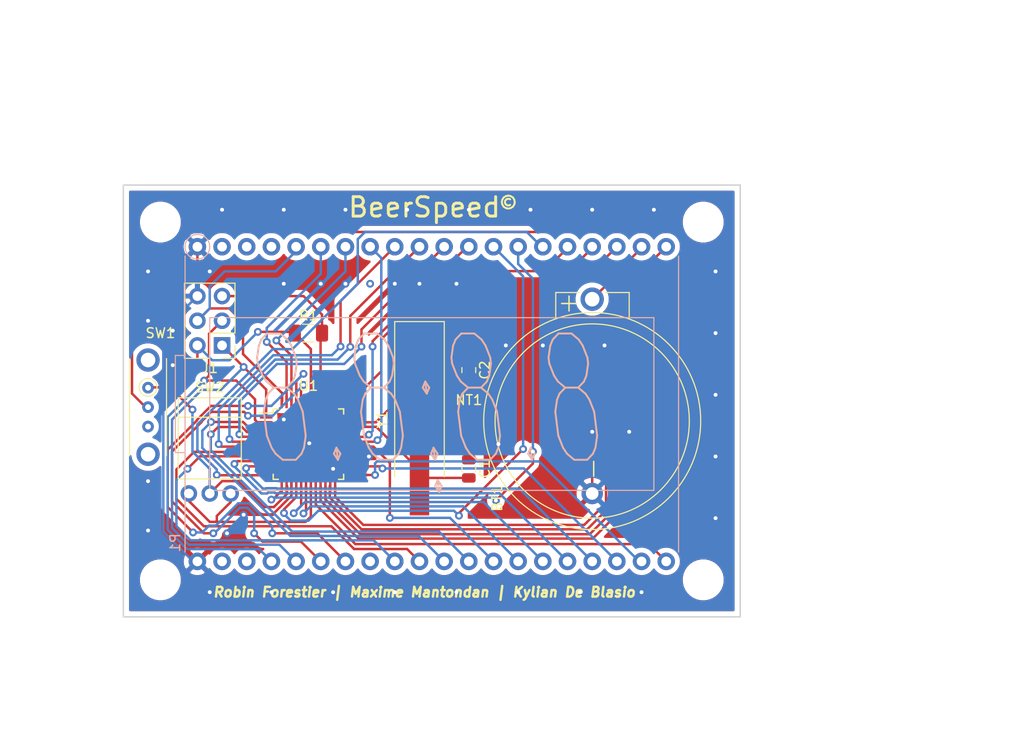
<source format=kicad_pcb>
(kicad_pcb (version 20171130) (host pcbnew "(5.1.6)-1")

  (general
    (thickness 1.6)
    (drawings 11)
    (tracks 472)
    (zones 0)
    (modules 15)
    (nets 41)
  )

  (page A4)
  (layers
    (0 F.Cu signal)
    (31 B.Cu signal)
    (32 B.Adhes user)
    (33 F.Adhes user)
    (34 B.Paste user)
    (35 F.Paste user)
    (36 B.SilkS user)
    (37 F.SilkS user)
    (38 B.Mask user)
    (39 F.Mask user)
    (40 Dwgs.User user)
    (41 Cmts.User user)
    (42 Eco1.User user)
    (43 Eco2.User user)
    (44 Edge.Cuts user)
    (45 Margin user)
    (46 B.CrtYd user)
    (47 F.CrtYd user)
    (48 B.Fab user hide)
    (49 F.Fab user hide)
  )

  (setup
    (last_trace_width 0.25)
    (trace_clearance 0.2)
    (zone_clearance 0.508)
    (zone_45_only no)
    (trace_min 0.2)
    (via_size 0.8)
    (via_drill 0.4)
    (via_min_size 0.4)
    (via_min_drill 0.3)
    (uvia_size 0.3)
    (uvia_drill 0.1)
    (uvias_allowed no)
    (uvia_min_size 0.2)
    (uvia_min_drill 0.1)
    (edge_width 0.05)
    (segment_width 0.2)
    (pcb_text_width 0.3)
    (pcb_text_size 1.5 1.5)
    (mod_edge_width 0.12)
    (mod_text_size 1 1)
    (mod_text_width 0.15)
    (pad_size 1.524 1.524)
    (pad_drill 0.762)
    (pad_to_mask_clearance 0.05)
    (aux_axis_origin 0 0)
    (visible_elements 7FFFFFFF)
    (pcbplotparams
      (layerselection 0x010fc_ffffffff)
      (usegerberextensions false)
      (usegerberattributes true)
      (usegerberadvancedattributes true)
      (creategerberjobfile true)
      (excludeedgelayer true)
      (linewidth 0.100000)
      (plotframeref false)
      (viasonmask false)
      (mode 1)
      (useauxorigin false)
      (hpglpennumber 1)
      (hpglpenspeed 20)
      (hpglpendiameter 15.000000)
      (psnegative false)
      (psa4output false)
      (plotreference true)
      (plotvalue true)
      (plotinvisibletext false)
      (padsonsilk false)
      (subtractmaskfromsilk false)
      (outputformat 1)
      (mirror false)
      (drillshape 1)
      (scaleselection 1)
      (outputdirectory ""))
  )

  (net 0 "")
  (net 1 GND)
  (net 2 "Net-(BT1-Pad1)")
  (net 3 "Net-(C1-Pad2)")
  (net 4 "Net-(C1-Pad1)")
  (net 5 "Net-(C2-Pad1)")
  (net 6 RESET)
  (net 7 1E)
  (net 8 1G)
  (net 9 +3V0)
  (net 10 1F)
  (net 11 1A)
  (net 12 1B)
  (net 13 2G)
  (net 14 2F)
  (net 15 2A)
  (net 16 2B)
  (net 17 COL)
  (net 18 3G)
  (net 19 3F)
  (net 20 3A)
  (net 21 3B)
  (net 22 4G)
  (net 23 4F)
  (net 24 4A)
  (net 25 4B)
  (net 26 4C)
  (net 27 4D)
  (net 28 4E)
  (net 29 DP3)
  (net 30 3C)
  (net 31 3D)
  (net 32 3E)
  (net 33 DP2)
  (net 34 2C)
  (net 35 2D)
  (net 36 2E)
  (net 37 DP1)
  (net 38 1C)
  (net 39 1D)
  (net 40 "Net-(SW2-Pad1)")

  (net_class Default "This is the default net class."
    (clearance 0.2)
    (trace_width 0.25)
    (via_dia 0.8)
    (via_drill 0.4)
    (uvia_dia 0.3)
    (uvia_drill 0.1)
    (add_net +3V0)
    (add_net 1A)
    (add_net 1B)
    (add_net 1C)
    (add_net 1D)
    (add_net 1E)
    (add_net 1F)
    (add_net 1G)
    (add_net 2A)
    (add_net 2B)
    (add_net 2C)
    (add_net 2D)
    (add_net 2E)
    (add_net 2F)
    (add_net 2G)
    (add_net 3A)
    (add_net 3B)
    (add_net 3C)
    (add_net 3D)
    (add_net 3E)
    (add_net 3F)
    (add_net 3G)
    (add_net 4A)
    (add_net 4B)
    (add_net 4C)
    (add_net 4D)
    (add_net 4E)
    (add_net 4F)
    (add_net 4G)
    (add_net COL)
    (add_net DP1)
    (add_net DP2)
    (add_net DP3)
    (add_net GND)
    (add_net "Net-(BT1-Pad1)")
    (add_net "Net-(C1-Pad1)")
    (add_net "Net-(C1-Pad2)")
    (add_net "Net-(C2-Pad1)")
    (add_net "Net-(SW2-Pad1)")
    (add_net RESET)
  )

  (module MountingHole:MountingHole_3.2mm_M3 (layer F.Cu) (tedit 56D1B4CB) (tstamp 609C1EF0)
    (at 148.59 110.49)
    (descr "Mounting Hole 3.2mm, no annular, M3")
    (tags "mounting hole 3.2mm no annular m3")
    (path /609CAB8D)
    (attr virtual)
    (fp_text reference H4 (at 0 -4.2) (layer F.SilkS) hide
      (effects (font (size 1 1) (thickness 0.15)))
    )
    (fp_text value MountingHole (at 0 4.2) (layer F.Fab)
      (effects (font (size 1 1) (thickness 0.15)))
    )
    (fp_circle (center 0 0) (end 3.2 0) (layer Cmts.User) (width 0.15))
    (fp_circle (center 0 0) (end 3.45 0) (layer F.CrtYd) (width 0.05))
    (fp_text user %R (at 0.3 0) (layer F.Fab)
      (effects (font (size 1 1) (thickness 0.15)))
    )
    (pad 1 np_thru_hole circle (at 0 0) (size 3.2 3.2) (drill 3.2) (layers *.Cu *.Mask))
  )

  (module MountingHole:MountingHole_3.2mm_M3 (layer F.Cu) (tedit 56D1B4CB) (tstamp 609C1EE8)
    (at 148.59 73.66)
    (descr "Mounting Hole 3.2mm, no annular, M3")
    (tags "mounting hole 3.2mm no annular m3")
    (path /609C61A5)
    (attr virtual)
    (fp_text reference H3 (at 0 -4.2) (layer F.SilkS) hide
      (effects (font (size 1 1) (thickness 0.15)))
    )
    (fp_text value MountingHole (at 0 4.2) (layer F.Fab)
      (effects (font (size 1 1) (thickness 0.15)))
    )
    (fp_circle (center 0 0) (end 3.2 0) (layer Cmts.User) (width 0.15))
    (fp_circle (center 0 0) (end 3.45 0) (layer F.CrtYd) (width 0.05))
    (fp_text user %R (at 0.3 0) (layer F.Fab)
      (effects (font (size 1 1) (thickness 0.15)))
    )
    (pad 1 np_thru_hole circle (at 0 0) (size 3.2 3.2) (drill 3.2) (layers *.Cu *.Mask))
  )

  (module MountingHole:MountingHole_3.2mm_M3 (layer F.Cu) (tedit 56D1B4CB) (tstamp 609C1EE0)
    (at 92.71 110.49)
    (descr "Mounting Hole 3.2mm, no annular, M3")
    (tags "mounting hole 3.2mm no annular m3")
    (path /609C1485)
    (attr virtual)
    (fp_text reference H2 (at 0 -4.2) (layer F.SilkS) hide
      (effects (font (size 1 1) (thickness 0.15)))
    )
    (fp_text value MountingHole (at 0 4.2) (layer F.Fab)
      (effects (font (size 1 1) (thickness 0.15)))
    )
    (fp_circle (center 0 0) (end 3.2 0) (layer Cmts.User) (width 0.15))
    (fp_circle (center 0 0) (end 3.45 0) (layer F.CrtYd) (width 0.05))
    (fp_text user %R (at 0.3 0) (layer F.Fab)
      (effects (font (size 1 1) (thickness 0.15)))
    )
    (pad 1 np_thru_hole circle (at 0 0) (size 3.2 3.2) (drill 3.2) (layers *.Cu *.Mask))
  )

  (module MountingHole:MountingHole_3.2mm_M3 (layer F.Cu) (tedit 56D1B4CB) (tstamp 609C21CE)
    (at 92.71 73.66)
    (descr "Mounting Hole 3.2mm, no annular, M3")
    (tags "mounting hole 3.2mm no annular m3")
    (path /609C059A)
    (attr virtual)
    (fp_text reference H1 (at 0 -4.2) (layer F.SilkS) hide
      (effects (font (size 1 1) (thickness 0.15)))
    )
    (fp_text value MountingHole (at 0 4.2) (layer F.Fab)
      (effects (font (size 1 1) (thickness 0.15)))
    )
    (fp_circle (center 0 0) (end 3.2 0) (layer Cmts.User) (width 0.15))
    (fp_circle (center 0 0) (end 3.45 0) (layer F.CrtYd) (width 0.05))
    (fp_text user %R (at 0.3 0) (layer F.Fab)
      (effects (font (size 1 1) (thickness 0.15)))
    )
    (pad 1 np_thru_hole circle (at 0 0) (size 3.2 3.2) (drill 3.2) (layers *.Cu *.Mask))
  )

  (module Display:LCD-S401C52TR (layer B.Cu) (tedit 609A7C9A) (tstamp 609A8B0D)
    (at 96.52 76.2)
    (path /609A8933)
    (fp_text reference P1 (at -2.286 30.48 90) (layer B.SilkS)
      (effects (font (size 1 1) (thickness 0.15)) (justify mirror))
    )
    (fp_text value LCD-S401C52TR (at 4.191 37.5158) (layer B.Fab)
      (effects (font (size 1 1) (thickness 0.15)) (justify mirror))
    )
    (fp_line (start 1.27 25.08) (end 1.27 7.3) (layer B.SilkS) (width 0.12))
    (fp_line (start 46.99 25.08) (end 46.99 7.3) (layer B.SilkS) (width 0.12))
    (fp_line (start 1.27 7.3) (end 46.99 7.3) (layer B.SilkS) (width 0.12))
    (fp_line (start 1.27 25.08) (end 46.99 25.08) (layer B.SilkS) (width 0.12))
    (fp_line (start -2.27 21.19) (end -1.27 21.19) (layer B.SilkS) (width 0.12))
    (fp_line (start -2.27 11.19) (end -1.27 11.19) (layer B.SilkS) (width 0.12))
    (fp_line (start -2.27 21.19) (end -2.27 11.19) (layer B.SilkS) (width 0.12))
    (fp_circle (center 0 0) (end 0 1.27) (layer B.SilkS) (width 0.12))
    (fp_line (start 49.53 0.955) (end 49.53 31.43) (layer B.SilkS) (width 0.12))
    (fp_line (start -1.27 0.955) (end -1.27 31.43) (layer B.SilkS) (width 0.12))
    (fp_text user . (at 24.8158 19.2532) (layer B.SilkS)
      (effects (font (size 13 7) (thickness 0.2) italic) (justify mirror))
    )
    (fp_text user 8.8:8.8 (at 24.384 15.9258 -180) (layer B.SilkS)
      (effects (font (size 13 7) (thickness 0.2) italic) (justify mirror))
    )
    (pad 40 thru_hole circle (at 0 32.39) (size 1.8 1.8) (drill 1) (layers *.Cu *.Mask)
      (net 1 GND))
    (pad 39 thru_hole circle (at 2.54 32.39) (size 1.8 1.8) (drill 1) (layers *.Cu *.Mask))
    (pad 38 thru_hole circle (at 5.08 32.39) (size 1.8 1.8) (drill 1) (layers *.Cu *.Mask))
    (pad 37 thru_hole circle (at 7.62 32.39) (size 1.8 1.8) (drill 1) (layers *.Cu *.Mask)
      (net 8 1G))
    (pad 36 thru_hole circle (at 10.16 32.39) (size 1.8 1.8) (drill 1) (layers *.Cu *.Mask)
      (net 10 1F))
    (pad 35 thru_hole circle (at 12.7 32.39) (size 1.8 1.8) (drill 1) (layers *.Cu *.Mask)
      (net 11 1A))
    (pad 34 thru_hole circle (at 15.24 32.39) (size 1.8 1.8) (drill 1) (layers *.Cu *.Mask)
      (net 12 1B))
    (pad 33 thru_hole circle (at 17.78 32.39) (size 1.8 1.8) (drill 1) (layers *.Cu *.Mask))
    (pad 32 thru_hole circle (at 20.32 32.39) (size 1.8 1.8) (drill 1) (layers *.Cu *.Mask)
      (net 13 2G))
    (pad 31 thru_hole circle (at 22.86 32.39) (size 1.8 1.8) (drill 1) (layers *.Cu *.Mask)
      (net 14 2F))
    (pad 30 thru_hole circle (at 25.4 32.39) (size 1.8 1.8) (drill 1) (layers *.Cu *.Mask)
      (net 15 2A))
    (pad 29 thru_hole circle (at 27.94 32.39) (size 1.8 1.8) (drill 1) (layers *.Cu *.Mask)
      (net 16 2B))
    (pad 28 thru_hole circle (at 30.48 32.39) (size 1.8 1.8) (drill 1) (layers *.Cu *.Mask)
      (net 17 COL))
    (pad 27 thru_hole circle (at 33.02 32.39) (size 1.8 1.8) (drill 1) (layers *.Cu *.Mask)
      (net 18 3G))
    (pad 26 thru_hole circle (at 35.56 32.39) (size 1.8 1.8) (drill 1) (layers *.Cu *.Mask)
      (net 19 3F))
    (pad 25 thru_hole circle (at 38.1 32.39) (size 1.8 1.8) (drill 1) (layers *.Cu *.Mask)
      (net 20 3A))
    (pad 24 thru_hole circle (at 40.64 32.39) (size 1.8 1.8) (drill 1) (layers *.Cu *.Mask)
      (net 21 3B))
    (pad 23 thru_hole circle (at 43.18 32.39) (size 1.8 1.8) (drill 1) (layers *.Cu *.Mask)
      (net 22 4G))
    (pad 22 thru_hole circle (at 45.72 32.39) (size 1.8 1.8) (drill 1) (layers *.Cu *.Mask)
      (net 23 4F))
    (pad 21 thru_hole circle (at 48.26 32.39) (size 1.8 1.8) (drill 1) (layers *.Cu *.Mask)
      (net 24 4A))
    (pad 20 thru_hole circle (at 48.26 0) (size 1.8 1.8) (drill 1) (layers *.Cu *.Mask)
      (net 25 4B))
    (pad 19 thru_hole circle (at 45.72 0) (size 1.8 1.8) (drill 1) (layers *.Cu *.Mask)
      (net 26 4C))
    (pad 18 thru_hole circle (at 43.18 0) (size 1.8 1.8) (drill 1) (layers *.Cu *.Mask)
      (net 27 4D))
    (pad 17 thru_hole circle (at 40.64 0) (size 1.8 1.8) (drill 1) (layers *.Cu *.Mask)
      (net 28 4E))
    (pad 16 thru_hole circle (at 38.1 0) (size 1.8 1.8) (drill 1) (layers *.Cu *.Mask)
      (net 29 DP3))
    (pad 15 thru_hole circle (at 35.56 0) (size 1.8 1.8) (drill 1) (layers *.Cu *.Mask)
      (net 30 3C))
    (pad 14 thru_hole circle (at 33.02 0) (size 1.8 1.8) (drill 1) (layers *.Cu *.Mask)
      (net 31 3D))
    (pad 13 thru_hole circle (at 30.48 0) (size 1.8 1.8) (drill 1) (layers *.Cu *.Mask)
      (net 32 3E))
    (pad 12 thru_hole circle (at 27.94 0) (size 1.8 1.8) (drill 1) (layers *.Cu *.Mask)
      (net 33 DP2))
    (pad 11 thru_hole circle (at 25.4 0) (size 1.8 1.8) (drill 1) (layers *.Cu *.Mask)
      (net 34 2C))
    (pad 10 thru_hole circle (at 22.86 0) (size 1.8 1.8) (drill 1) (layers *.Cu *.Mask)
      (net 35 2D))
    (pad 9 thru_hole circle (at 20.32 0) (size 1.8 1.8) (drill 1) (layers *.Cu *.Mask)
      (net 36 2E))
    (pad 8 thru_hole circle (at 17.78 0) (size 1.8 1.8) (drill 1) (layers *.Cu *.Mask)
      (net 37 DP1))
    (pad 7 thru_hole circle (at 15.24 0) (size 1.8 1.8) (drill 1) (layers *.Cu *.Mask)
      (net 38 1C))
    (pad 6 thru_hole circle (at 12.7 0) (size 1.8 1.8) (drill 1) (layers *.Cu *.Mask)
      (net 39 1D))
    (pad 5 thru_hole circle (at 10.16 0) (size 1.8 1.8) (drill 1) (layers *.Cu *.Mask)
      (net 7 1E))
    (pad 4 thru_hole circle (at 7.62 0) (size 1.8 1.8) (drill 1) (layers *.Cu *.Mask))
    (pad 3 thru_hole circle (at 5.08 0) (size 1.8 1.8) (drill 1) (layers *.Cu *.Mask))
    (pad 2 thru_hole circle (at 2.54 0) (size 1.8 1.8) (drill 1) (layers *.Cu *.Mask))
    (pad 1 thru_hole circle (at 0 0) (size 1.8 1.8) (drill 1) (layers *.Cu *.Mask)
      (net 1 GND))
  )

  (module Battery:BS-7-ND-20mm (layer F.Cu) (tedit 609B6D7C) (tstamp 609A8A8C)
    (at 137.16 101.6 90)
    (path /60996023)
    (fp_text reference BT1 (at -0.508 -9.779 90) (layer F.SilkS)
      (effects (font (size 1 1) (thickness 0.15)))
    )
    (fp_text value Battery_Cell (at 5.08 -15.24 90) (layer F.Fab)
      (effects (font (size 1 1) (thickness 0.15)))
    )
    (fp_line (start 20.69 1.33) (end 20.69 3.81) (layer F.SilkS) (width 0.12))
    (fp_circle (center 7.46 0) (end 17.46 0) (layer F.SilkS) (width 0.12))
    (fp_line (start 20.69 3.81) (end 18.0086 3.81) (layer F.SilkS) (width 0.12))
    (fp_line (start 20.69 -3.75) (end 17.9832 -3.75) (layer F.SilkS) (width 0.12))
    (fp_line (start 20.69 -3.75) (end 20.69 -1.27) (layer F.SilkS) (width 0.12))
    (fp_circle (center 7.46 0) (end 18.63 0) (layer F.SilkS) (width 0.12))
    (fp_text user - (at 2.54 0 90) (layer F.SilkS)
      (effects (font (size 2 2) (thickness 0.15)))
    )
    (fp_text user + (at 19.558 -2.54 90) (layer F.SilkS)
      (effects (font (size 2 2) (thickness 0.15)))
    )
    (pad 1 thru_hole circle (at 20 0 90) (size 2.4 2.4) (drill 1.5) (layers *.Cu *.Mask)
      (net 2 "Net-(BT1-Pad1)"))
    (pad 2 thru_hole circle (at 0 0 90) (size 2.2 2.2) (drill 1.3) (layers *.Cu *.Mask)
      (net 1 GND))
    (model ${KIPRJMOD}/shapes3D/BS-7.STEP
      (offset (xyz 7.5 0 0))
      (scale (xyz 1 1 1))
      (rotate (xyz -90 0 0))
    )
  )

  (module Crystal:Crystal_SMD_HC49-SD_HandSoldering (layer F.Cu) (tedit 5A1AD52C) (tstamp 609B6D21)
    (at 119.38 93.98 270)
    (descr "SMD Crystal HC-49-SD http://cdn-reichelt.de/documents/datenblatt/B400/xxx-HC49-SMD.pdf, hand-soldering, 11.4x4.7mm^2 package")
    (tags "SMD SMT crystal hand-soldering")
    (path /6099431E)
    (attr smd)
    (fp_text reference Y1 (at 0 3.81 90) (layer F.SilkS)
      (effects (font (size 1 1) (thickness 0.15)))
    )
    (fp_text value "Crystal 8MHz" (at 0 3.55 90) (layer F.Fab)
      (effects (font (size 1 1) (thickness 0.15)))
    )
    (fp_line (start 10.2 -2.6) (end -10.2 -2.6) (layer F.CrtYd) (width 0.05))
    (fp_line (start 10.2 2.6) (end 10.2 -2.6) (layer F.CrtYd) (width 0.05))
    (fp_line (start -10.2 2.6) (end 10.2 2.6) (layer F.CrtYd) (width 0.05))
    (fp_line (start -10.2 -2.6) (end -10.2 2.6) (layer F.CrtYd) (width 0.05))
    (fp_line (start -10.075 2.55) (end 5.9 2.55) (layer F.SilkS) (width 0.12))
    (fp_line (start -10.075 -2.55) (end -10.075 2.55) (layer F.SilkS) (width 0.12))
    (fp_line (start 5.9 -2.55) (end -10.075 -2.55) (layer F.SilkS) (width 0.12))
    (fp_line (start -3.015 2.115) (end 3.015 2.115) (layer F.Fab) (width 0.1))
    (fp_line (start -3.015 -2.115) (end 3.015 -2.115) (layer F.Fab) (width 0.1))
    (fp_line (start 5.7 -2.35) (end -5.7 -2.35) (layer F.Fab) (width 0.1))
    (fp_line (start 5.7 2.35) (end 5.7 -2.35) (layer F.Fab) (width 0.1))
    (fp_line (start -5.7 2.35) (end 5.7 2.35) (layer F.Fab) (width 0.1))
    (fp_line (start -5.7 -2.35) (end -5.7 2.35) (layer F.Fab) (width 0.1))
    (fp_arc (start 3.015 0) (end 3.015 -2.115) (angle 180) (layer F.Fab) (width 0.1))
    (fp_arc (start -3.015 0) (end -3.015 -2.115) (angle -180) (layer F.Fab) (width 0.1))
    (fp_text user %R (at 0 0 90) (layer F.Fab)
      (effects (font (size 1 1) (thickness 0.15)))
    )
    (pad 2 smd rect (at 5.9375 0 270) (size 7.875 2) (layers F.Cu F.Paste F.Mask)
      (net 3 "Net-(C1-Pad2)"))
    (pad 1 smd rect (at -5.9375 0 270) (size 7.875 2) (layers F.Cu F.Paste F.Mask)
      (net 5 "Net-(C2-Pad1)"))
    (model ${KIPRJMOD}/shapes3D/Crystal_SMD_HC49-SD.wrl
      (at (xyz 0 0 0))
      (scale (xyz 1 1 1))
      (rotate (xyz 0 0 0))
    )
  )

  (module Package_QFP:TQFP-48_7x7mm_P0.5mm (layer F.Cu) (tedit 5A02F146) (tstamp 609A8B7D)
    (at 107.95 96.52)
    (descr "48 LEAD TQFP 7x7mm (see MICREL TQFP7x7-48LD-PL-1.pdf)")
    (tags "QFP 0.5")
    (path /609ABED1)
    (attr smd)
    (fp_text reference U1 (at 0 -6) (layer F.SilkS)
      (effects (font (size 1 1) (thickness 0.15)))
    )
    (fp_text value ATmega4809-A (at 0 6) (layer F.Fab)
      (effects (font (size 1 1) (thickness 0.15)))
    )
    (fp_line (start -3.625 -3.2) (end -5 -3.2) (layer F.SilkS) (width 0.15))
    (fp_line (start 3.625 -3.625) (end 3.1 -3.625) (layer F.SilkS) (width 0.15))
    (fp_line (start 3.625 3.625) (end 3.1 3.625) (layer F.SilkS) (width 0.15))
    (fp_line (start -3.625 3.625) (end -3.1 3.625) (layer F.SilkS) (width 0.15))
    (fp_line (start -3.625 -3.625) (end -3.1 -3.625) (layer F.SilkS) (width 0.15))
    (fp_line (start -3.625 3.625) (end -3.625 3.1) (layer F.SilkS) (width 0.15))
    (fp_line (start 3.625 3.625) (end 3.625 3.1) (layer F.SilkS) (width 0.15))
    (fp_line (start 3.625 -3.625) (end 3.625 -3.1) (layer F.SilkS) (width 0.15))
    (fp_line (start -3.625 -3.625) (end -3.625 -3.2) (layer F.SilkS) (width 0.15))
    (fp_line (start -5.25 5.25) (end 5.25 5.25) (layer F.CrtYd) (width 0.05))
    (fp_line (start -5.25 -5.25) (end 5.25 -5.25) (layer F.CrtYd) (width 0.05))
    (fp_line (start 5.25 -5.25) (end 5.25 5.25) (layer F.CrtYd) (width 0.05))
    (fp_line (start -5.25 -5.25) (end -5.25 5.25) (layer F.CrtYd) (width 0.05))
    (fp_line (start -3.5 -2.5) (end -2.5 -3.5) (layer F.Fab) (width 0.15))
    (fp_line (start -3.5 3.5) (end -3.5 -2.5) (layer F.Fab) (width 0.15))
    (fp_line (start 3.5 3.5) (end -3.5 3.5) (layer F.Fab) (width 0.15))
    (fp_line (start 3.5 -3.5) (end 3.5 3.5) (layer F.Fab) (width 0.15))
    (fp_line (start -2.5 -3.5) (end 3.5 -3.5) (layer F.Fab) (width 0.15))
    (fp_text user %R (at 0 0) (layer F.Fab)
      (effects (font (size 1 1) (thickness 0.15)))
    )
    (pad 48 smd rect (at -2.75 -4.35 90) (size 1.3 0.25) (layers F.Cu F.Paste F.Mask)
      (net 7 1E))
    (pad 47 smd rect (at -2.25 -4.35 90) (size 1.3 0.25) (layers F.Cu F.Paste F.Mask)
      (net 39 1D))
    (pad 46 smd rect (at -1.75 -4.35 90) (size 1.3 0.25) (layers F.Cu F.Paste F.Mask)
      (net 38 1C))
    (pad 45 smd rect (at -1.25 -4.35 90) (size 1.3 0.25) (layers F.Cu F.Paste F.Mask)
      (net 12 1B))
    (pad 44 smd rect (at -0.75 -4.35 90) (size 1.3 0.25) (layers F.Cu F.Paste F.Mask)
      (net 11 1A))
    (pad 43 smd rect (at -0.25 -4.35 90) (size 1.3 0.25) (layers F.Cu F.Paste F.Mask)
      (net 1 GND))
    (pad 42 smd rect (at 0.25 -4.35 90) (size 1.3 0.25) (layers F.Cu F.Paste F.Mask)
      (net 9 +3V0))
    (pad 41 smd rect (at 0.75 -4.35 90) (size 1.3 0.25) (layers F.Cu F.Paste F.Mask))
    (pad 40 smd rect (at 1.25 -4.35 90) (size 1.3 0.25) (layers F.Cu F.Paste F.Mask)
      (net 6 RESET))
    (pad 39 smd rect (at 1.75 -4.35 90) (size 1.3 0.25) (layers F.Cu F.Paste F.Mask))
    (pad 38 smd rect (at 2.25 -4.35 90) (size 1.3 0.25) (layers F.Cu F.Paste F.Mask))
    (pad 37 smd rect (at 2.75 -4.35 90) (size 1.3 0.25) (layers F.Cu F.Paste F.Mask))
    (pad 36 smd rect (at 4.35 -2.75) (size 1.3 0.25) (layers F.Cu F.Paste F.Mask))
    (pad 35 smd rect (at 4.35 -2.25) (size 1.3 0.25) (layers F.Cu F.Paste F.Mask)
      (net 5 "Net-(C2-Pad1)"))
    (pad 34 smd rect (at 4.35 -1.75) (size 1.3 0.25) (layers F.Cu F.Paste F.Mask)
      (net 3 "Net-(C1-Pad2)"))
    (pad 33 smd rect (at 4.35 -1.25) (size 1.3 0.25) (layers F.Cu F.Paste F.Mask)
      (net 29 DP3))
    (pad 32 smd rect (at 4.35 -0.75) (size 1.3 0.25) (layers F.Cu F.Paste F.Mask)
      (net 33 DP2))
    (pad 31 smd rect (at 4.35 -0.25) (size 1.3 0.25) (layers F.Cu F.Paste F.Mask)
      (net 37 DP1))
    (pad 30 smd rect (at 4.35 0.25) (size 1.3 0.25) (layers F.Cu F.Paste F.Mask)
      (net 17 COL))
    (pad 29 smd rect (at 4.35 0.75) (size 1.3 0.25) (layers F.Cu F.Paste F.Mask)
      (net 1 GND))
    (pad 28 smd rect (at 4.35 1.25) (size 1.3 0.25) (layers F.Cu F.Paste F.Mask))
    (pad 27 smd rect (at 4.35 1.75) (size 1.3 0.25) (layers F.Cu F.Paste F.Mask))
    (pad 26 smd rect (at 4.35 2.25) (size 1.3 0.25) (layers F.Cu F.Paste F.Mask)
      (net 22 4G))
    (pad 25 smd rect (at 4.35 2.75) (size 1.3 0.25) (layers F.Cu F.Paste F.Mask)
      (net 23 4F))
    (pad 24 smd rect (at 2.75 4.35 90) (size 1.3 0.25) (layers F.Cu F.Paste F.Mask)
      (net 28 4E))
    (pad 23 smd rect (at 2.25 4.35 90) (size 1.3 0.25) (layers F.Cu F.Paste F.Mask)
      (net 27 4D))
    (pad 22 smd rect (at 1.75 4.35 90) (size 1.3 0.25) (layers F.Cu F.Paste F.Mask)
      (net 26 4C))
    (pad 21 smd rect (at 1.25 4.35 90) (size 1.3 0.25) (layers F.Cu F.Paste F.Mask)
      (net 25 4B))
    (pad 20 smd rect (at 0.75 4.35 90) (size 1.3 0.25) (layers F.Cu F.Paste F.Mask)
      (net 24 4A))
    (pad 19 smd rect (at 0.25 4.35 90) (size 1.3 0.25) (layers F.Cu F.Paste F.Mask)
      (net 40 "Net-(SW2-Pad1)"))
    (pad 18 smd rect (at -0.25 4.35 90) (size 1.3 0.25) (layers F.Cu F.Paste F.Mask)
      (net 18 3G))
    (pad 17 smd rect (at -0.75 4.35 90) (size 1.3 0.25) (layers F.Cu F.Paste F.Mask)
      (net 19 3F))
    (pad 16 smd rect (at -1.25 4.35 90) (size 1.3 0.25) (layers F.Cu F.Paste F.Mask)
      (net 32 3E))
    (pad 15 smd rect (at -1.75 4.35 90) (size 1.3 0.25) (layers F.Cu F.Paste F.Mask)
      (net 1 GND))
    (pad 14 smd rect (at -2.25 4.35 90) (size 1.3 0.25) (layers F.Cu F.Paste F.Mask)
      (net 9 +3V0))
    (pad 13 smd rect (at -2.75 4.35 90) (size 1.3 0.25) (layers F.Cu F.Paste F.Mask)
      (net 31 3D))
    (pad 12 smd rect (at -4.35 2.75) (size 1.3 0.25) (layers F.Cu F.Paste F.Mask)
      (net 30 3C))
    (pad 11 smd rect (at -4.35 2.25) (size 1.3 0.25) (layers F.Cu F.Paste F.Mask)
      (net 21 3B))
    (pad 10 smd rect (at -4.35 1.75) (size 1.3 0.25) (layers F.Cu F.Paste F.Mask)
      (net 20 3A))
    (pad 9 smd rect (at -4.35 1.25) (size 1.3 0.25) (layers F.Cu F.Paste F.Mask)
      (net 13 2G))
    (pad 8 smd rect (at -4.35 0.75) (size 1.3 0.25) (layers F.Cu F.Paste F.Mask)
      (net 14 2F))
    (pad 7 smd rect (at -4.35 0.25) (size 1.3 0.25) (layers F.Cu F.Paste F.Mask)
      (net 36 2E))
    (pad 6 smd rect (at -4.35 -0.25) (size 1.3 0.25) (layers F.Cu F.Paste F.Mask)
      (net 35 2D))
    (pad 5 smd rect (at -4.35 -0.75) (size 1.3 0.25) (layers F.Cu F.Paste F.Mask)
      (net 34 2C))
    (pad 4 smd rect (at -4.35 -1.25) (size 1.3 0.25) (layers F.Cu F.Paste F.Mask)
      (net 16 2B))
    (pad 3 smd rect (at -4.35 -1.75) (size 1.3 0.25) (layers F.Cu F.Paste F.Mask)
      (net 15 2A))
    (pad 2 smd rect (at -4.35 -2.25) (size 1.3 0.25) (layers F.Cu F.Paste F.Mask)
      (net 8 1G))
    (pad 1 smd rect (at -4.35 -2.75) (size 1.3 0.25) (layers F.Cu F.Paste F.Mask)
      (net 10 1F))
    (model ${KIPRJMOD}/shapes3D/TQFP-48_7x7mm_P0.5mm.wrl
      (at (xyz 0 0 0))
      (scale (xyz 1 1 1))
      (rotate (xyz 0 0 0))
    )
  )

  (module Sensor:TM1000Q (layer F.Cu) (tedit 609A74D7) (tstamp 609A8B36)
    (at 97.79 101.6)
    (descr "Tilt switch | E-Switch")
    (path /60995CBA)
    (fp_text reference SW2 (at 0 -10.922) (layer F.SilkS)
      (effects (font (size 1 1) (thickness 0.15)))
    )
    (fp_text value TM1000Q (at -0.254 -12.446) (layer F.Fab)
      (effects (font (size 1 1) (thickness 0.15)))
    )
    (fp_line (start 3.25 -7.85) (end -3.25 -7.85) (layer F.SilkS) (width 0.12))
    (fp_line (start 3.25 -9.85) (end -3.25 -9.85) (layer F.SilkS) (width 0.12))
    (fp_line (start -3.25 -1.5) (end -3.25 -9.85) (layer F.SilkS) (width 0.12))
    (fp_line (start 3.25 -1.5) (end 3.25 -9.85) (layer F.SilkS) (width 0.12))
    (fp_line (start 3.25 -1.5) (end -3.25 -1.5) (layer F.SilkS) (width 0.12))
    (pad 1 thru_hole circle (at -2.15 0) (size 1.7 1.7) (drill 1) (layers *.Cu *.Mask)
      (net 40 "Net-(SW2-Pad1)"))
    (pad 2 thru_hole circle (at 0 0) (size 1.7 1.7) (drill 1) (layers *.Cu *.Mask)
      (net 9 +3V0))
    (pad 3 thru_hole circle (at 2.15 0) (size 1.7 1.7) (drill 1) (layers *.Cu *.Mask)
      (net 40 "Net-(SW2-Pad1)"))
    (model ${KIPRJMOD}/shapes3D/TM1000Q.stp
      (offset (xyz 0 1.5 3.5))
      (scale (xyz 1 1 1))
      (rotate (xyz 90 90 0))
    )
  )

  (module Button_Switch_THT:EG1213 (layer F.Cu) (tedit 609A3FD6) (tstamp 609A8B2A)
    (at 91.44 92.71 270)
    (path /609952D2)
    (fp_text reference SW1 (at -7.62 -1.27 180) (layer F.SilkS)
      (effects (font (size 1 1) (thickness 0.15)))
    )
    (fp_text value EG1213 (at 2.794 -3.302 90) (layer F.Fab)
      (effects (font (size 1 1) (thickness 0.15)))
    )
    (fp_line (start -5 -1.9) (end 5 -1.9) (layer F.SilkS) (width 0.12))
    (fp_line (start -5 1.9) (end 5 1.9) (layer F.SilkS) (width 0.12))
    (fp_circle (center -2.032 0) (end -1.524 -0.762) (layer F.SilkS) (width 0.12))
    (pad "" thru_hole circle (at 4.85 0 270) (size 2.4 2.4) (drill 1.5) (layers *.Cu *.Mask))
    (pad "" thru_hole circle (at -4.85 0 270) (size 2.4 2.4) (drill 1.5) (layers *.Cu *.Mask))
    (pad 3 thru_hole circle (at 2 0 270) (size 1.2 1.2) (drill 0.6) (layers *.Cu *.Mask))
    (pad 2 thru_hole circle (at 0 0 270) (size 1.2 1.2) (drill 0.6) (layers *.Cu *.Mask)
      (net 2 "Net-(BT1-Pad1)"))
    (pad 1 thru_hole circle (at -2 0 270) (size 1.2 1.2) (drill 0.6) (layers *.Cu *.Mask)
      (net 9 +3V0))
    (model ${KIPRJMOD}/shapes3D/EG1213.stp
      (offset (xyz 0 0 1.6))
      (scale (xyz 1 1 1))
      (rotate (xyz 90 180 -90))
    )
  )

  (module Resistor_SMD:R_1206_3216Metric (layer F.Cu) (tedit 5B301BBD) (tstamp 609BD940)
    (at 107.95 85.09)
    (descr "Resistor SMD 1206 (3216 Metric), square (rectangular) end terminal, IPC_7351 nominal, (Body size source: http://www.tortai-tech.com/upload/download/2011102023233369053.pdf), generated with kicad-footprint-generator")
    (tags resistor)
    (path /609F3A24)
    (attr smd)
    (fp_text reference R1 (at 0 -1.82) (layer F.SilkS)
      (effects (font (size 1 1) (thickness 0.15)))
    )
    (fp_text value 10K (at 0 1.82) (layer F.Fab)
      (effects (font (size 1 1) (thickness 0.15)))
    )
    (fp_line (start 2.28 1.12) (end -2.28 1.12) (layer F.CrtYd) (width 0.05))
    (fp_line (start 2.28 -1.12) (end 2.28 1.12) (layer F.CrtYd) (width 0.05))
    (fp_line (start -2.28 -1.12) (end 2.28 -1.12) (layer F.CrtYd) (width 0.05))
    (fp_line (start -2.28 1.12) (end -2.28 -1.12) (layer F.CrtYd) (width 0.05))
    (fp_line (start -0.602064 0.91) (end 0.602064 0.91) (layer F.SilkS) (width 0.12))
    (fp_line (start -0.602064 -0.91) (end 0.602064 -0.91) (layer F.SilkS) (width 0.12))
    (fp_line (start 1.6 0.8) (end -1.6 0.8) (layer F.Fab) (width 0.1))
    (fp_line (start 1.6 -0.8) (end 1.6 0.8) (layer F.Fab) (width 0.1))
    (fp_line (start -1.6 -0.8) (end 1.6 -0.8) (layer F.Fab) (width 0.1))
    (fp_line (start -1.6 0.8) (end -1.6 -0.8) (layer F.Fab) (width 0.1))
    (fp_text user %R (at 0 0) (layer F.Fab)
      (effects (font (size 0.8 0.8) (thickness 0.12)))
    )
    (pad 2 smd roundrect (at 1.4 0) (size 1.25 1.75) (layers F.Cu F.Paste F.Mask) (roundrect_rratio 0.2)
      (net 6 RESET))
    (pad 1 smd roundrect (at -1.4 0) (size 1.25 1.75) (layers F.Cu F.Paste F.Mask) (roundrect_rratio 0.2)
      (net 9 +3V0))
    (model ${KIPRJMOD}/shapes3D/R_1206_3216Metric.wrl
      (at (xyz 0 0 0))
      (scale (xyz 1 1 1))
      (rotate (xyz 0 0 0))
    )
  )

  (module NetTie:NetTie-2_SMD_Pad2.0mm (layer F.Cu) (tedit 5A1CF73E) (tstamp 609A8AD5)
    (at 125.73 93.98)
    (descr "Net tie, 2 pin, 2.0mm square SMD pads")
    (tags "net tie")
    (path /609C5F35)
    (attr virtual)
    (fp_text reference NT1 (at -1.27 -2) (layer F.SilkS)
      (effects (font (size 1 1) (thickness 0.15)))
    )
    (fp_text value Net-Tie_2 (at 0 2) (layer F.Fab)
      (effects (font (size 1 1) (thickness 0.15)))
    )
    (fp_line (start -3.25 -1.25) (end 3.25 -1.25) (layer F.CrtYd) (width 0.05))
    (fp_line (start 3.25 -1.25) (end 3.25 1.25) (layer F.CrtYd) (width 0.05))
    (fp_line (start 3.25 1.25) (end -3.25 1.25) (layer F.CrtYd) (width 0.05))
    (fp_line (start -3.25 1.25) (end -3.25 -1.25) (layer F.CrtYd) (width 0.05))
    (fp_poly (pts (xy -2 -1) (xy 2 -1) (xy 2 1) (xy -2 1)) (layer F.Cu) (width 0))
    (pad 2 smd circle (at 2 0) (size 2 2) (layers F.Cu)
      (net 1 GND))
    (pad 1 smd circle (at -2 0) (size 2 2) (layers F.Cu)
      (net 4 "Net-(C1-Pad1)"))
  )

  (module Connector_PinHeader_2.54mm:PinHeader_2x03_P2.54mm_Vertical (layer F.Cu) (tedit 59FED5CC) (tstamp 609A8ACA)
    (at 99.06 86.36 180)
    (descr "Through hole straight pin header, 2x03, 2.54mm pitch, double rows")
    (tags "Through hole pin header THT 2x03 2.54mm double row")
    (path /60A21C4E)
    (fp_text reference J1 (at 1.27 -2.33) (layer F.SilkS)
      (effects (font (size 1 1) (thickness 0.15)))
    )
    (fp_text value Conn_02x03_Odd_Even (at 1.27 7.41) (layer F.Fab)
      (effects (font (size 1 1) (thickness 0.15)))
    )
    (fp_line (start 4.35 -1.8) (end -1.8 -1.8) (layer F.CrtYd) (width 0.05))
    (fp_line (start 4.35 6.85) (end 4.35 -1.8) (layer F.CrtYd) (width 0.05))
    (fp_line (start -1.8 6.85) (end 4.35 6.85) (layer F.CrtYd) (width 0.05))
    (fp_line (start -1.8 -1.8) (end -1.8 6.85) (layer F.CrtYd) (width 0.05))
    (fp_line (start -1.33 -1.33) (end 0 -1.33) (layer F.SilkS) (width 0.12))
    (fp_line (start -1.33 0) (end -1.33 -1.33) (layer F.SilkS) (width 0.12))
    (fp_line (start 1.27 -1.33) (end 3.87 -1.33) (layer F.SilkS) (width 0.12))
    (fp_line (start 1.27 1.27) (end 1.27 -1.33) (layer F.SilkS) (width 0.12))
    (fp_line (start -1.33 1.27) (end 1.27 1.27) (layer F.SilkS) (width 0.12))
    (fp_line (start 3.87 -1.33) (end 3.87 6.41) (layer F.SilkS) (width 0.12))
    (fp_line (start -1.33 1.27) (end -1.33 6.41) (layer F.SilkS) (width 0.12))
    (fp_line (start -1.33 6.41) (end 3.87 6.41) (layer F.SilkS) (width 0.12))
    (fp_line (start -1.27 0) (end 0 -1.27) (layer F.Fab) (width 0.1))
    (fp_line (start -1.27 6.35) (end -1.27 0) (layer F.Fab) (width 0.1))
    (fp_line (start 3.81 6.35) (end -1.27 6.35) (layer F.Fab) (width 0.1))
    (fp_line (start 3.81 -1.27) (end 3.81 6.35) (layer F.Fab) (width 0.1))
    (fp_line (start 0 -1.27) (end 3.81 -1.27) (layer F.Fab) (width 0.1))
    (fp_text user %R (at 1.27 2.54 90) (layer F.Fab)
      (effects (font (size 1 1) (thickness 0.15)))
    )
    (pad 6 thru_hole oval (at 2.54 5.08 180) (size 1.7 1.7) (drill 1) (layers *.Cu *.Mask)
      (net 1 GND))
    (pad 5 thru_hole oval (at 0 5.08 180) (size 1.7 1.7) (drill 1) (layers *.Cu *.Mask)
      (net 6 RESET))
    (pad 4 thru_hole oval (at 2.54 2.54 180) (size 1.7 1.7) (drill 1) (layers *.Cu *.Mask)
      (net 7 1E))
    (pad 3 thru_hole oval (at 0 2.54 180) (size 1.7 1.7) (drill 1) (layers *.Cu *.Mask)
      (net 8 1G))
    (pad 2 thru_hole oval (at 2.54 0 180) (size 1.7 1.7) (drill 1) (layers *.Cu *.Mask)
      (net 9 +3V0))
    (pad 1 thru_hole rect (at 0 0 180) (size 1.7 1.7) (drill 1) (layers *.Cu *.Mask)
      (net 10 1F))
    (model ${KIPRJMOD}/shapes3D/PinHeader_2x03_P2.54mm_Vertical.wrl
      (at (xyz 0 0 0))
      (scale (xyz 1 1 1))
      (rotate (xyz 0 0 0))
    )
  )

  (module Capacitor_SMD:C_0805_2012Metric (layer F.Cu) (tedit 5B36C52B) (tstamp 609A8AAE)
    (at 124.46 88.9 270)
    (descr "Capacitor SMD 0805 (2012 Metric), square (rectangular) end terminal, IPC_7351 nominal, (Body size source: https://docs.google.com/spreadsheets/d/1BsfQQcO9C6DZCsRaXUlFlo91Tg2WpOkGARC1WS5S8t0/edit?usp=sharing), generated with kicad-footprint-generator")
    (tags capacitor)
    (path /609940B6)
    (attr smd)
    (fp_text reference C2 (at 0 -1.65 90) (layer F.SilkS)
      (effects (font (size 1 1) (thickness 0.15)))
    )
    (fp_text value "16 pF" (at 0 1.65 90) (layer F.Fab)
      (effects (font (size 1 1) (thickness 0.15)))
    )
    (fp_line (start 1.68 0.95) (end -1.68 0.95) (layer F.CrtYd) (width 0.05))
    (fp_line (start 1.68 -0.95) (end 1.68 0.95) (layer F.CrtYd) (width 0.05))
    (fp_line (start -1.68 -0.95) (end 1.68 -0.95) (layer F.CrtYd) (width 0.05))
    (fp_line (start -1.68 0.95) (end -1.68 -0.95) (layer F.CrtYd) (width 0.05))
    (fp_line (start -0.258578 0.71) (end 0.258578 0.71) (layer F.SilkS) (width 0.12))
    (fp_line (start -0.258578 -0.71) (end 0.258578 -0.71) (layer F.SilkS) (width 0.12))
    (fp_line (start 1 0.6) (end -1 0.6) (layer F.Fab) (width 0.1))
    (fp_line (start 1 -0.6) (end 1 0.6) (layer F.Fab) (width 0.1))
    (fp_line (start -1 -0.6) (end 1 -0.6) (layer F.Fab) (width 0.1))
    (fp_line (start -1 0.6) (end -1 -0.6) (layer F.Fab) (width 0.1))
    (fp_text user %R (at 0 0 90) (layer F.Fab)
      (effects (font (size 0.5 0.5) (thickness 0.08)))
    )
    (pad 2 smd roundrect (at 0.9375 0 270) (size 0.975 1.4) (layers F.Cu F.Paste F.Mask) (roundrect_rratio 0.25)
      (net 4 "Net-(C1-Pad1)"))
    (pad 1 smd roundrect (at -0.9375 0 270) (size 0.975 1.4) (layers F.Cu F.Paste F.Mask) (roundrect_rratio 0.25)
      (net 5 "Net-(C2-Pad1)"))
    (model ${KIPRJMOD}/shapes3D/C_0805_2012Metric.wrl
      (at (xyz 0 0 0))
      (scale (xyz 1 1 1))
      (rotate (xyz 0 0 0))
    )
  )

  (module Capacitor_SMD:C_0805_2012Metric (layer F.Cu) (tedit 5B36C52B) (tstamp 609A8A9D)
    (at 124.46 99.06 270)
    (descr "Capacitor SMD 0805 (2012 Metric), square (rectangular) end terminal, IPC_7351 nominal, (Body size source: https://docs.google.com/spreadsheets/d/1BsfQQcO9C6DZCsRaXUlFlo91Tg2WpOkGARC1WS5S8t0/edit?usp=sharing), generated with kicad-footprint-generator")
    (tags capacitor)
    (path /609937E9)
    (attr smd)
    (fp_text reference C1 (at 0 -1.65 90) (layer F.SilkS)
      (effects (font (size 1 1) (thickness 0.15)))
    )
    (fp_text value "16 pF" (at 0 1.65 90) (layer F.Fab)
      (effects (font (size 1 1) (thickness 0.15)))
    )
    (fp_line (start 1.68 0.95) (end -1.68 0.95) (layer F.CrtYd) (width 0.05))
    (fp_line (start 1.68 -0.95) (end 1.68 0.95) (layer F.CrtYd) (width 0.05))
    (fp_line (start -1.68 -0.95) (end 1.68 -0.95) (layer F.CrtYd) (width 0.05))
    (fp_line (start -1.68 0.95) (end -1.68 -0.95) (layer F.CrtYd) (width 0.05))
    (fp_line (start -0.258578 0.71) (end 0.258578 0.71) (layer F.SilkS) (width 0.12))
    (fp_line (start -0.258578 -0.71) (end 0.258578 -0.71) (layer F.SilkS) (width 0.12))
    (fp_line (start 1 0.6) (end -1 0.6) (layer F.Fab) (width 0.1))
    (fp_line (start 1 -0.6) (end 1 0.6) (layer F.Fab) (width 0.1))
    (fp_line (start -1 -0.6) (end 1 -0.6) (layer F.Fab) (width 0.1))
    (fp_line (start -1 0.6) (end -1 -0.6) (layer F.Fab) (width 0.1))
    (fp_text user %R (at 0 0 90) (layer F.Fab)
      (effects (font (size 0.5 0.5) (thickness 0.08)))
    )
    (pad 2 smd roundrect (at 0.9375 0 270) (size 0.975 1.4) (layers F.Cu F.Paste F.Mask) (roundrect_rratio 0.25)
      (net 3 "Net-(C1-Pad2)"))
    (pad 1 smd roundrect (at -0.9375 0 270) (size 0.975 1.4) (layers F.Cu F.Paste F.Mask) (roundrect_rratio 0.25)
      (net 4 "Net-(C1-Pad1)"))
    (model ${KIPRJMOD}/shapes3D/C_0805_2012Metric.wrl
      (at (xyz 0 0 0))
      (scale (xyz 1 1 1))
      (rotate (xyz 0 0 0))
    )
  )

  (gr_text © (at 128.524 71.628) (layer F.SilkS)
    (effects (font (size 1 1) (thickness 0.2)))
  )
  (gr_text "Robin Forestier | Maxime Mantondan | Kylian De Blasio" (at 119.888 111.76) (layer F.SilkS)
    (effects (font (size 1 1) (thickness 0.25) italic))
  )
  (gr_text BeerSpeed (at 119.888 72.136) (layer F.SilkS)
    (effects (font (size 2 2) (thickness 0.3)))
  )
  (dimension 55.88 (width 0.15) (layer Dwgs.User)
    (gr_text "55.880 mm" (at 120.65 64.740001) (layer Dwgs.User)
      (effects (font (size 1 1) (thickness 0.15)))
    )
    (feature1 (pts (xy 92.71 73.66) (xy 92.71 65.45358)))
    (feature2 (pts (xy 148.59 73.66) (xy 148.59 65.45358)))
    (crossbar (pts (xy 148.59 66.040001) (xy 92.71 66.040001)))
    (arrow1a (pts (xy 92.71 66.040001) (xy 93.836504 65.45358)))
    (arrow1b (pts (xy 92.71 66.040001) (xy 93.836504 66.626422)))
    (arrow2a (pts (xy 148.59 66.040001) (xy 147.463496 65.45358)))
    (arrow2b (pts (xy 148.59 66.040001) (xy 147.463496 66.626422)))
  )
  (dimension 36.83 (width 0.15) (layer Dwgs.User)
    (gr_text "36.830 mm" (at 160.05 92.075 270) (layer Dwgs.User)
      (effects (font (size 1 1) (thickness 0.15)))
    )
    (feature1 (pts (xy 148.59 110.49) (xy 159.336421 110.49)))
    (feature2 (pts (xy 148.59 73.66) (xy 159.336421 73.66)))
    (crossbar (pts (xy 158.75 73.66) (xy 158.75 110.49)))
    (arrow1a (pts (xy 158.75 110.49) (xy 158.163579 109.363496)))
    (arrow1b (pts (xy 158.75 110.49) (xy 159.336421 109.363496)))
    (arrow2a (pts (xy 158.75 73.66) (xy 158.163579 74.786504)))
    (arrow2b (pts (xy 158.75 73.66) (xy 159.336421 74.786504)))
  )
  (dimension 44.45 (width 0.15) (layer Dwgs.User)
    (gr_text "44.450 mm" (at 166.4 92.075 270) (layer Dwgs.User)
      (effects (font (size 1 1) (thickness 0.15)))
    )
    (feature1 (pts (xy 152.4 114.3) (xy 165.686421 114.3)))
    (feature2 (pts (xy 152.4 69.85) (xy 165.686421 69.85)))
    (crossbar (pts (xy 165.1 69.85) (xy 165.1 114.3)))
    (arrow1a (pts (xy 165.1 114.3) (xy 164.513579 113.173496)))
    (arrow1b (pts (xy 165.1 114.3) (xy 165.686421 113.173496)))
    (arrow2a (pts (xy 165.1 69.85) (xy 164.513579 70.976504)))
    (arrow2b (pts (xy 165.1 69.85) (xy 165.686421 70.976504)))
  )
  (dimension 63.5 (width 0.15) (layer Dwgs.User) (tstamp 609C2CC3)
    (gr_text "63.500 mm" (at 120.65 60.93) (layer Dwgs.User) (tstamp 609C2CC3)
      (effects (font (size 1 1) (thickness 0.15)))
    )
    (feature1 (pts (xy 152.4 69.85) (xy 152.4 61.643579)))
    (feature2 (pts (xy 88.9 69.85) (xy 88.9 61.643579)))
    (crossbar (pts (xy 88.9 62.23) (xy 152.4 62.23)))
    (arrow1a (pts (xy 152.4 62.23) (xy 151.273496 62.816421)))
    (arrow1b (pts (xy 152.4 62.23) (xy 151.273496 61.643579)))
    (arrow2a (pts (xy 88.9 62.23) (xy 90.026504 62.816421)))
    (arrow2b (pts (xy 88.9 62.23) (xy 90.026504 61.643579)))
  )
  (gr_line (start 152.4 69.85) (end 88.9 69.85) (layer Edge.Cuts) (width 0.15) (tstamp 609C24DF))
  (gr_line (start 152.4 114.3) (end 152.4 69.85) (layer Edge.Cuts) (width 0.15))
  (gr_line (start 88.9 114.3) (end 152.4 114.3) (layer Edge.Cuts) (width 0.15) (tstamp 609C2CB7))
  (gr_line (start 88.9 69.85) (end 88.9 114.3) (layer Edge.Cuts) (width 0.15))

  (via (at 114.3 80.01) (size 0.8) (drill 0.4) (layers F.Cu B.Cu) (net 0))
  (segment (start 96.52 76.2) (end 96.52 81.28) (width 0.25) (layer F.Cu) (net 1))
  (segment (start 106.2 99.97) (end 108.888 97.282) (width 0.25) (layer F.Cu) (net 1))
  (segment (start 106.2 100.87) (end 106.2 99.97) (width 0.25) (layer F.Cu) (net 1))
  (segment (start 108.888 97.282) (end 112.268 97.282) (width 0.25) (layer F.Cu) (net 1))
  (segment (start 107.696 96.09) (end 107.696 92.202) (width 0.25) (layer F.Cu) (net 1))
  (segment (start 112.3 97.27) (end 108.876 97.27) (width 0.25) (layer F.Cu) (net 1))
  (segment (start 108.876 97.27) (end 108.038 96.432) (width 0.25) (layer F.Cu) (net 1))
  (via (at 99.568003 105.696021) (size 0.8) (drill 0.4) (layers F.Cu B.Cu) (net 1))
  (segment (start 99.568003 105.696021) (end 101.2825 103.981524) (width 0.25) (layer B.Cu) (net 1))
  (segment (start 101.2825 103.981524) (end 101.2825 103.791021) (width 0.25) (layer B.Cu) (net 1))
  (segment (start 106.200009 100.965) (end 106.200009 101.825991) (width 0.25) (layer F.Cu) (net 1))
  (segment (start 104.234979 103.791021) (end 101.2825 103.791021) (width 0.25) (layer F.Cu) (net 1))
  (segment (start 106.200009 101.825991) (end 104.234979 103.791021) (width 0.25) (layer F.Cu) (net 1))
  (via (at 101.2825 103.791021) (size 0.8) (drill 0.4) (layers F.Cu B.Cu) (net 1))
  (segment (start 132.334 93.98) (end 127.762 93.98) (width 0.25) (layer F.Cu) (net 1))
  (segment (start 137.16 101.6) (end 137.16 98.806) (width 0.25) (layer F.Cu) (net 1))
  (segment (start 137.16 98.806) (end 132.334 93.98) (width 0.25) (layer F.Cu) (net 1))
  (segment (start 96.073446 108.59) (end 93.010968 105.527522) (width 0.25) (layer B.Cu) (net 1))
  (segment (start 96.52 108.59) (end 96.073446 108.59) (width 0.25) (layer B.Cu) (net 1))
  (segment (start 93.010968 105.527522) (end 93.010968 84.789032) (width 0.25) (layer B.Cu) (net 1))
  (segment (start 93.010968 84.789032) (end 96.52 81.28) (width 0.25) (layer B.Cu) (net 1))
  (via (at 114.173 97.79) (size 0.8) (drill 0.4) (layers F.Cu B.Cu) (net 1))
  (segment (start 112.3 97.27) (end 113.653 97.27) (width 0.25) (layer F.Cu) (net 1))
  (segment (start 113.653 97.27) (end 114.173 97.79) (width 0.25) (layer F.Cu) (net 1))
  (segment (start 114.173 97.79) (end 114.935 97.028) (width 0.25) (layer B.Cu) (net 1))
  (via (at 127.508 96.52) (size 0.8) (drill 0.4) (layers F.Cu B.Cu) (net 1))
  (segment (start 114.935 97.028) (end 128.651 97.028) (width 0.25) (layer B.Cu) (net 1))
  (segment (start 128.651 97.028) (end 128.651 94.869) (width 0.25) (layer F.Cu) (net 1))
  (segment (start 128.651 94.869) (end 127.762 93.98) (width 0.25) (layer F.Cu) (net 1))
  (segment (start 96.674024 108.59) (end 99.568003 105.696021) (width 0.25) (layer F.Cu) (net 1))
  (segment (start 96.52 108.59) (end 96.674024 108.59) (width 0.25) (layer F.Cu) (net 1))
  (via (at 99.06 72.39) (size 0.8) (drill 0.4) (layers F.Cu B.Cu) (net 1))
  (via (at 105.41 72.39) (size 0.8) (drill 0.4) (layers F.Cu B.Cu) (net 1))
  (via (at 111.76 72.39) (size 0.8) (drill 0.4) (layers F.Cu B.Cu) (net 1))
  (via (at 118.11 72.39) (size 0.8) (drill 0.4) (layers F.Cu B.Cu) (net 1))
  (via (at 124.46 72.39) (size 0.8) (drill 0.4) (layers F.Cu B.Cu) (net 1))
  (via (at 130.81 72.39) (size 0.8) (drill 0.4) (layers F.Cu B.Cu) (net 1))
  (via (at 137.16 72.39) (size 0.8) (drill 0.4) (layers F.Cu B.Cu) (net 1))
  (via (at 143.51 72.39) (size 0.8) (drill 0.4) (layers F.Cu B.Cu) (net 1))
  (via (at 149.86 78.74) (size 0.8) (drill 0.4) (layers F.Cu B.Cu) (net 1))
  (via (at 149.86 85.09) (size 0.8) (drill 0.4) (layers F.Cu B.Cu) (net 1))
  (via (at 149.86 91.44) (size 0.8) (drill 0.4) (layers F.Cu B.Cu) (net 1))
  (via (at 149.86 97.79) (size 0.8) (drill 0.4) (layers F.Cu B.Cu) (net 1))
  (via (at 149.86 104.14) (size 0.8) (drill 0.4) (layers F.Cu B.Cu) (net 1))
  (via (at 142.24 111.76) (size 0.8) (drill 0.4) (layers F.Cu B.Cu) (net 1))
  (via (at 135.89 111.76) (size 0.8) (drill 0.4) (layers F.Cu B.Cu) (net 1))
  (via (at 129.54 111.76) (size 0.8) (drill 0.4) (layers F.Cu B.Cu) (net 1))
  (via (at 123.19 111.76) (size 0.8) (drill 0.4) (layers F.Cu B.Cu) (net 1))
  (via (at 116.84 111.76) (size 0.8) (drill 0.4) (layers F.Cu B.Cu) (net 1))
  (via (at 110.49 111.76) (size 0.8) (drill 0.4) (layers F.Cu B.Cu) (net 1))
  (via (at 104.14 111.76) (size 0.8) (drill 0.4) (layers F.Cu B.Cu) (net 1))
  (via (at 97.79 111.76) (size 0.8) (drill 0.4) (layers F.Cu B.Cu) (net 1))
  (via (at 91.44 105.41) (size 0.8) (drill 0.4) (layers F.Cu B.Cu) (net 1))
  (via (at 91.44 100.33) (size 0.8) (drill 0.4) (layers F.Cu B.Cu) (net 1))
  (via (at 91.44 83.82) (size 0.8) (drill 0.4) (layers F.Cu B.Cu) (net 1))
  (via (at 91.44 78.74) (size 0.8) (drill 0.4) (layers F.Cu B.Cu) (net 1))
  (via (at 132.08 86.36) (size 0.8) (drill 0.4) (layers F.Cu B.Cu) (net 1))
  (via (at 138.43 86.36) (size 0.8) (drill 0.4) (layers F.Cu B.Cu) (net 1))
  (via (at 137.16 95.25) (size 0.8) (drill 0.4) (layers F.Cu B.Cu) (net 1))
  (via (at 140.97 95.25) (size 0.8) (drill 0.4) (layers F.Cu B.Cu) (net 1))
  (via (at 128.27 86.36) (size 0.8) (drill 0.4) (layers F.Cu B.Cu) (net 1))
  (via (at 105.41 80.01) (size 0.8) (drill 0.4) (layers F.Cu B.Cu) (net 1))
  (via (at 109.22 80.01) (size 0.8) (drill 0.4) (layers F.Cu B.Cu) (net 1))
  (via (at 111.76 80.01) (size 0.8) (drill 0.4) (layers F.Cu B.Cu) (net 1))
  (via (at 116.84 80.01) (size 0.8) (drill 0.4) (layers F.Cu B.Cu) (net 1))
  (via (at 119.38 80.01) (size 0.8) (drill 0.4) (layers F.Cu B.Cu) (net 1))
  (via (at 123.19 80.01) (size 0.8) (drill 0.4) (layers F.Cu B.Cu) (net 1))
  (via (at 97.79 78.74) (size 0.8) (drill 0.4) (layers F.Cu B.Cu) (net 1))
  (via (at 105.41 93.98) (size 0.8) (drill 0.4) (layers F.Cu B.Cu) (net 1))
  (via (at 110.49 99.06) (size 0.8) (drill 0.4) (layers F.Cu B.Cu) (net 1))
  (segment (start 108.038 96.432) (end 107.696 96.09) (width 0.25) (layer F.Cu) (net 1) (tstamp 609C3667))
  (via (at 108.038 96.432) (size 0.8) (drill 0.4) (layers F.Cu B.Cu) (net 1))
  (via (at 93.98 88.392) (size 0.8) (drill 0.4) (layers F.Cu B.Cu) (net 1))
  (via (at 93.98 84.836) (size 0.8) (drill 0.4) (layers F.Cu B.Cu) (net 1))
  (segment (start 89.789 91.313) (end 91.313 92.837) (width 0.25) (layer F.Cu) (net 2))
  (segment (start 89.789 86.487) (end 89.789 91.313) (width 0.25) (layer F.Cu) (net 2))
  (segment (start 94.488 81.788) (end 89.789 86.487) (width 0.25) (layer F.Cu) (net 2))
  (segment (start 94.488 75.819) (end 94.488 81.788) (width 0.25) (layer F.Cu) (net 2))
  (segment (start 95.631 74.676) (end 94.488 75.819) (width 0.25) (layer F.Cu) (net 2))
  (segment (start 145.542 74.676) (end 95.631 74.676) (width 0.25) (layer F.Cu) (net 2))
  (segment (start 139.512 79.248) (end 144.399 79.248) (width 0.25) (layer F.Cu) (net 2))
  (segment (start 144.399 79.248) (end 146.304 77.343) (width 0.25) (layer F.Cu) (net 2))
  (segment (start 146.304 77.343) (end 146.304 75.438) (width 0.25) (layer F.Cu) (net 2))
  (segment (start 137.16 81.6) (end 139.512 79.248) (width 0.25) (layer F.Cu) (net 2))
  (segment (start 146.304 75.438) (end 145.542 74.676) (width 0.25) (layer F.Cu) (net 2))
  (segment (start 124.46 99.9975) (end 118.9505 99.9975) (width 0.25) (layer F.Cu) (net 3))
  (segment (start 118.9505 99.9975) (end 119.126 99.822) (width 0.25) (layer F.Cu) (net 3))
  (segment (start 119.38 99.9175) (end 119.38 99.187) (width 0.25) (layer F.Cu) (net 3))
  (segment (start 119.38 99.187) (end 114.935 94.742) (width 0.25) (layer F.Cu) (net 3))
  (segment (start 114.935 94.742) (end 112.268 94.742) (width 0.25) (layer F.Cu) (net 3))
  (segment (start 124.46 90.805) (end 124.46 89.916) (width 0.25) (layer F.Cu) (net 4))
  (segment (start 123.73 93.98) (end 123.73 91.535) (width 0.25) (layer F.Cu) (net 4))
  (segment (start 123.73 91.535) (end 124.46 90.805) (width 0.25) (layer F.Cu) (net 4))
  (segment (start 123.73 93.98) (end 123.73 96.552) (width 0.25) (layer F.Cu) (net 4))
  (segment (start 124.46 97.282) (end 124.46 98.044) (width 0.25) (layer F.Cu) (net 4))
  (segment (start 123.73 96.552) (end 124.46 97.282) (width 0.25) (layer F.Cu) (net 4))
  (segment (start 124.46 87.9625) (end 119.7125 87.9625) (width 0.25) (layer F.Cu) (net 5))
  (segment (start 119.7125 87.9625) (end 119.634 87.884) (width 0.25) (layer F.Cu) (net 5))
  (segment (start 119.38 89.789) (end 119.38 88.09) (width 0.25) (layer F.Cu) (net 5))
  (segment (start 112.3 94.27) (end 114.899 94.27) (width 0.25) (layer F.Cu) (net 5))
  (segment (start 114.899 94.27) (end 119.38 89.789) (width 0.25) (layer F.Cu) (net 5))
  (segment (start 109.2 92.17) (end 109.2 85.364) (width 0.25) (layer F.Cu) (net 6))
  (segment (start 109.2 85.364) (end 109.347 85.217) (width 0.25) (layer F.Cu) (net 6))
  (segment (start 109.347 83.185) (end 109.347 84.836) (width 0.25) (layer F.Cu) (net 6))
  (segment (start 99.06 81.28) (end 107.442 81.28) (width 0.25) (layer F.Cu) (net 6))
  (segment (start 107.442 81.28) (end 109.347 83.185) (width 0.25) (layer F.Cu) (net 6))
  (segment (start 105.249999 91.259999) (end 105.249999 92.108001) (width 0.25) (layer F.Cu) (net 7))
  (segment (start 105.229999 91.259999) (end 105.249999 91.259999) (width 0.25) (layer F.Cu) (net 7))
  (segment (start 97.79 82.55) (end 99.802501 82.55) (width 0.25) (layer F.Cu) (net 7))
  (segment (start 101.219 87.249) (end 105.229999 91.259999) (width 0.25) (layer F.Cu) (net 7))
  (segment (start 96.52 83.82) (end 97.79 82.55) (width 0.25) (layer F.Cu) (net 7))
  (segment (start 101.219 83.966499) (end 101.219 87.249) (width 0.25) (layer F.Cu) (net 7))
  (segment (start 99.802501 82.55) (end 101.219 83.966499) (width 0.25) (layer F.Cu) (net 7))
  (segment (start 97.79 82.55) (end 97.79 80.264) (width 0.25) (layer B.Cu) (net 7))
  (segment (start 106.68 76.6445) (end 106.68 76.327) (width 0.25) (layer B.Cu) (net 7))
  (segment (start 96.52 83.82) (end 97.79 82.55) (width 0.25) (layer B.Cu) (net 7))
  (segment (start 104.5845 78.74) (end 106.68 76.6445) (width 0.25) (layer B.Cu) (net 7))
  (segment (start 97.79 80.264) (end 99.314 78.74) (width 0.25) (layer B.Cu) (net 7))
  (segment (start 99.314 78.74) (end 104.5845 78.74) (width 0.25) (layer B.Cu) (net 7))
  (via (at 97.21384 89.97484) (size 0.8) (drill 0.4) (layers F.Cu B.Cu) (net 8))
  (segment (start 102.7 94.27) (end 102.452001 94.022001) (width 0.25) (layer F.Cu) (net 8))
  (segment (start 104.14 108.59) (end 102.871045 107.321045) (width 0.25) (layer B.Cu) (net 8))
  (segment (start 103.6 94.27) (end 102.7 94.27) (width 0.25) (layer F.Cu) (net 8))
  (segment (start 102.452001 94.022001) (end 102.452001 91.911001) (width 0.25) (layer F.Cu) (net 8))
  (segment (start 97.72184 89.46684) (end 97.21384 89.97484) (width 0.25) (layer F.Cu) (net 8))
  (segment (start 100.51584 89.97484) (end 97.21384 89.97484) (width 0.25) (layer F.Cu) (net 8))
  (segment (start 102.871045 107.321045) (end 95.440901 107.321045) (width 0.25) (layer B.Cu) (net 8))
  (segment (start 102.452001 91.911001) (end 100.51584 89.97484) (width 0.25) (layer F.Cu) (net 8))
  (segment (start 97.72184 85.15816) (end 97.72184 89.46684) (width 0.25) (layer F.Cu) (net 8))
  (segment (start 99.06 83.82) (end 97.72184 85.15816) (width 0.25) (layer F.Cu) (net 8))
  (segment (start 93.460978 93.727702) (end 97.21384 89.97484) (width 0.25) (layer B.Cu) (net 8))
  (segment (start 93.460978 105.341122) (end 93.460978 93.727702) (width 0.25) (layer B.Cu) (net 8))
  (segment (start 95.440901 107.321045) (end 93.460978 105.341122) (width 0.25) (layer B.Cu) (net 8))
  (segment (start 105.749998 101.639592) (end 105.749999 100.796999) (width 0.25) (layer F.Cu) (net 9))
  (segment (start 99.06 100.33) (end 100.711 100.33) (width 0.25) (layer F.Cu) (net 9))
  (segment (start 97.79 101.6) (end 99.06 100.33) (width 0.25) (layer F.Cu) (net 9))
  (segment (start 100.711 100.33) (end 103.378 102.997) (width 0.25) (layer F.Cu) (net 9))
  (segment (start 103.378 102.997) (end 104.39259 102.997) (width 0.25) (layer F.Cu) (net 9))
  (segment (start 104.39259 102.997) (end 105.749998 101.639592) (width 0.25) (layer F.Cu) (net 9))
  (segment (start 108.2 92.17) (end 108.2 86.737) (width 0.25) (layer F.Cu) (net 9))
  (segment (start 108.2 86.737) (end 106.553 85.09) (width 0.25) (layer F.Cu) (net 9))
  (segment (start 93.345 90.678) (end 91.44 90.678) (width 0.25) (layer F.Cu) (net 9))
  (segment (start 106.426 84.963) (end 102.743 84.963) (width 0.25) (layer F.Cu) (net 9))
  (via (at 102.743 84.963) (size 0.8) (drill 0.4) (layers F.Cu B.Cu) (net 9))
  (segment (start 99.822 87.884) (end 102.743 84.963) (width 0.25) (layer B.Cu) (net 9))
  (segment (start 96.52 86.36) (end 98.044 87.884) (width 0.25) (layer B.Cu) (net 9))
  (segment (start 98.044 87.884) (end 99.822 87.884) (width 0.25) (layer B.Cu) (net 9))
  (segment (start 97.79 101.6) (end 97.79 99.06) (width 0.25) (layer B.Cu) (net 9))
  (segment (start 97.79 99.06) (end 96.012 97.282) (width 0.25) (layer B.Cu) (net 9))
  (via (at 96.012 92.964) (size 0.8) (drill 0.4) (layers F.Cu B.Cu) (net 9))
  (segment (start 96.012 97.282) (end 96.012 92.964) (width 0.25) (layer B.Cu) (net 9))
  (segment (start 93.726 90.678) (end 96.012 92.964) (width 0.25) (layer F.Cu) (net 9))
  (segment (start 93.345 90.678) (end 93.726 90.678) (width 0.25) (layer F.Cu) (net 9))
  (segment (start 96.52 87.884) (end 93.726 90.678) (width 0.25) (layer F.Cu) (net 9))
  (segment (start 96.52 86.36) (end 96.52 87.884) (width 0.25) (layer F.Cu) (net 9))
  (segment (start 103.6 93.77) (end 103.6 90.9) (width 0.25) (layer F.Cu) (net 10))
  (segment (start 99.06 86.36) (end 101.2825 88.5825) (width 0.25) (layer F.Cu) (net 10))
  (via (at 101.2825 88.5825) (size 0.8) (drill 0.4) (layers F.Cu B.Cu) (net 10))
  (segment (start 101.2825 88.5825) (end 103.6 90.9) (width 0.25) (layer F.Cu) (net 10))
  (segment (start 100.882501 88.982499) (end 101.2825 88.5825) (width 0.25) (layer B.Cu) (net 10))
  (segment (start 98.933 90.932) (end 100.882501 88.982499) (width 0.25) (layer B.Cu) (net 10))
  (segment (start 96.970998 90.932) (end 98.933 90.932) (width 0.25) (layer B.Cu) (net 10))
  (segment (start 104.961033 106.871033) (end 95.6273 106.871033) (width 0.25) (layer B.Cu) (net 10))
  (segment (start 106.68 108.59) (end 104.961033 106.871033) (width 0.25) (layer B.Cu) (net 10))
  (segment (start 95.6273 106.871033) (end 93.910989 105.154722) (width 0.25) (layer B.Cu) (net 10))
  (segment (start 93.910989 105.154722) (end 93.910989 93.992009) (width 0.25) (layer B.Cu) (net 10))
  (segment (start 93.910989 93.992009) (end 96.970998 90.932) (width 0.25) (layer B.Cu) (net 10))
  (via (at 102.362 105.696021) (size 0.8) (drill 0.4) (layers F.Cu B.Cu) (net 11))
  (via (at 98.157161 105.696021) (size 0.8) (drill 0.4) (layers F.Cu B.Cu) (net 11))
  (via (at 101.727 93.599) (size 0.8) (drill 0.4) (layers F.Cu B.Cu) (net 11))
  (segment (start 107.188 90.678) (end 107.442 90.424) (width 0.25) (layer F.Cu) (net 11))
  (segment (start 107.188 92.583) (end 107.188 90.678) (width 0.25) (layer F.Cu) (net 11))
  (segment (start 101.727 93.599) (end 104.267 93.599) (width 0.25) (layer B.Cu) (net 11))
  (via (at 107.442 90.424) (size 0.8) (drill 0.4) (layers F.Cu B.Cu) (net 11))
  (segment (start 104.267 93.599) (end 107.442 90.424) (width 0.25) (layer B.Cu) (net 11))
  (segment (start 103.218979 106.553) (end 102.362 105.696021) (width 0.25) (layer F.Cu) (net 11))
  (segment (start 109.22 108.59) (end 107.183 106.553) (width 0.25) (layer F.Cu) (net 11))
  (segment (start 107.183 106.553) (end 103.218979 106.553) (width 0.25) (layer F.Cu) (net 11))
  (segment (start 98.265979 105.696021) (end 98.157161 105.696021) (width 0.25) (layer B.Cu) (net 11))
  (segment (start 100.895989 103.066011) (end 98.265979 105.696021) (width 0.25) (layer B.Cu) (net 11))
  (segment (start 101.669011 103.066011) (end 100.895989 103.066011) (width 0.25) (layer B.Cu) (net 11))
  (segment (start 102.362 105.696021) (end 102.362 103.759) (width 0.25) (layer B.Cu) (net 11))
  (segment (start 102.362 103.759) (end 101.669011 103.066011) (width 0.25) (layer B.Cu) (net 11))
  (segment (start 93.910991 97.282424) (end 96.933013 94.260402) (width 0.25) (layer F.Cu) (net 11))
  (segment (start 96.933013 94.260402) (end 96.933013 94.203397) (width 0.25) (layer F.Cu) (net 11))
  (segment (start 93.910991 102.419991) (end 93.910991 97.282424) (width 0.25) (layer F.Cu) (net 11))
  (segment (start 97.187021 105.696021) (end 93.910991 102.419991) (width 0.25) (layer F.Cu) (net 11))
  (segment (start 97.937409 93.199001) (end 101.327001 93.199001) (width 0.25) (layer F.Cu) (net 11))
  (segment (start 98.157161 105.696021) (end 97.187021 105.696021) (width 0.25) (layer F.Cu) (net 11))
  (segment (start 96.933013 94.203397) (end 97.937409 93.199001) (width 0.25) (layer F.Cu) (net 11))
  (segment (start 101.327001 93.199001) (end 101.727 93.599) (width 0.25) (layer F.Cu) (net 11))
  (via (at 104.224165 105.696021) (size 0.8) (drill 0.4) (layers F.Cu B.Cu) (net 12))
  (segment (start 111.76 108.59) (end 108.866021 105.696021) (width 0.25) (layer F.Cu) (net 12))
  (segment (start 108.866021 105.696021) (end 104.224165 105.696021) (width 0.25) (layer F.Cu) (net 12))
  (via (at 107.442 89.281) (size 0.8) (drill 0.4) (layers F.Cu B.Cu) (net 12))
  (segment (start 106.7 92.17) (end 106.7 90.023) (width 0.25) (layer F.Cu) (net 12))
  (segment (start 106.7 90.023) (end 107.442 89.281) (width 0.25) (layer F.Cu) (net 12))
  (segment (start 107.442 89.281) (end 104.14 92.583) (width 0.25) (layer B.Cu) (net 12))
  (via (at 101.727 92.583) (size 0.8) (drill 0.4) (layers F.Cu B.Cu) (net 12))
  (segment (start 104.14 92.583) (end 101.727 92.583) (width 0.25) (layer B.Cu) (net 12))
  (via (at 96.07084 105.60516) (size 0.8) (drill 0.4) (layers F.Cu B.Cu) (net 12))
  (segment (start 97.02334 105.60516) (end 96.07084 105.60516) (width 0.25) (layer B.Cu) (net 12))
  (segment (start 97.7265 104.902) (end 97.02334 105.60516) (width 0.25) (layer B.Cu) (net 12))
  (segment (start 104.224165 104.984755) (end 101.85541 102.616) (width 0.25) (layer B.Cu) (net 12))
  (segment (start 104.224165 105.696021) (end 104.224165 104.984755) (width 0.25) (layer B.Cu) (net 12))
  (segment (start 101.85541 102.616) (end 100.70959 102.616) (width 0.25) (layer B.Cu) (net 12))
  (segment (start 100.70959 102.616) (end 98.42359 104.902) (width 0.25) (layer B.Cu) (net 12))
  (segment (start 98.42359 104.902) (end 97.7265 104.902) (width 0.25) (layer B.Cu) (net 12))
  (segment (start 93.46098 102.9953) (end 96.07084 105.60516) (width 0.25) (layer F.Cu) (net 12))
  (segment (start 97.917 92.583) (end 96.483002 94.016998) (width 0.25) (layer F.Cu) (net 12))
  (segment (start 101.727 92.583) (end 97.917 92.583) (width 0.25) (layer F.Cu) (net 12))
  (segment (start 96.483002 94.016998) (end 96.483002 94.074002) (width 0.25) (layer F.Cu) (net 12))
  (segment (start 96.483002 94.074002) (end 93.46098 97.096024) (width 0.25) (layer F.Cu) (net 12))
  (segment (start 93.46098 97.096024) (end 93.46098 102.9953) (width 0.25) (layer F.Cu) (net 12))
  (segment (start 96.794 97.77) (end 95.504 99.06) (width 0.25) (layer F.Cu) (net 13))
  (segment (start 103.6 97.77) (end 96.794 97.77) (width 0.25) (layer F.Cu) (net 13))
  (segment (start 116.84 108.585) (end 114.676022 106.421022) (width 0.25) (layer B.Cu) (net 13))
  (segment (start 114.676022 106.421022) (end 95.8137 106.421022) (width 0.25) (layer B.Cu) (net 13))
  (segment (start 94.361 100.203) (end 95.504 99.06) (width 0.25) (layer B.Cu) (net 13))
  (segment (start 95.8137 106.421022) (end 94.361 104.968322) (width 0.25) (layer B.Cu) (net 13))
  (via (at 95.504 99.06) (size 0.8) (drill 0.4) (layers F.Cu B.Cu) (net 13))
  (segment (start 94.361 104.968322) (end 94.361 100.203) (width 0.25) (layer B.Cu) (net 13))
  (segment (start 102.780999 97.319999) (end 103.594001 97.319999) (width 0.25) (layer F.Cu) (net 14))
  (segment (start 96.170999 97.319999) (end 102.780999 97.319999) (width 0.25) (layer F.Cu) (net 14))
  (segment (start 94.361 99.129998) (end 96.170999 97.319999) (width 0.25) (layer F.Cu) (net 14))
  (segment (start 94.361 102.147501) (end 94.361 99.129998) (width 0.25) (layer F.Cu) (net 14))
  (segment (start 118.105 107.315) (end 112.648294 107.315) (width 0.25) (layer F.Cu) (net 14))
  (segment (start 119.38 108.59) (end 118.105 107.315) (width 0.25) (layer F.Cu) (net 14))
  (segment (start 112.648294 107.315) (end 110.304305 104.971011) (width 0.25) (layer F.Cu) (net 14))
  (segment (start 110.304305 104.971011) (end 97.18451 104.971011) (width 0.25) (layer F.Cu) (net 14))
  (segment (start 97.18451 104.971011) (end 94.361 102.147501) (width 0.25) (layer F.Cu) (net 14))
  (via (at 97.922365 94.239365) (size 0.8) (drill 0.4) (layers F.Cu B.Cu) (net 15))
  (segment (start 101.225775 94.239365) (end 97.922365 94.239365) (width 0.25) (layer F.Cu) (net 15))
  (segment (start 101.75641 94.77) (end 101.225775 94.239365) (width 0.25) (layer F.Cu) (net 15))
  (segment (start 103.6 94.77) (end 101.75641 94.77) (width 0.25) (layer F.Cu) (net 15))
  (segment (start 97.028 95.13373) (end 97.922365 94.239365) (width 0.25) (layer B.Cu) (net 15))
  (segment (start 106.086594 105.971011) (end 97.028 96.912417) (width 0.25) (layer B.Cu) (net 15))
  (segment (start 121.92 108.585) (end 119.306011 105.971011) (width 0.25) (layer B.Cu) (net 15))
  (segment (start 97.028 96.912417) (end 97.028 95.13373) (width 0.25) (layer B.Cu) (net 15))
  (segment (start 119.306011 105.971011) (end 106.086594 105.971011) (width 0.25) (layer B.Cu) (net 15))
  (segment (start 103.6 95.27) (end 101.62 95.27) (width 0.25) (layer F.Cu) (net 16))
  (segment (start 101.62 95.27) (end 101.107995 94.757995) (width 0.25) (layer F.Cu) (net 16))
  (segment (start 101.107995 94.757995) (end 98.646643 94.757995) (width 0.25) (layer F.Cu) (net 16))
  (segment (start 98.646643 94.757995) (end 97.900638 95.504) (width 0.25) (layer F.Cu) (net 16))
  (via (at 97.900638 95.504) (size 0.8) (drill 0.4) (layers F.Cu B.Cu) (net 16))
  (segment (start 121.396 105.521) (end 106.272993 105.521) (width 0.25) (layer B.Cu) (net 16))
  (segment (start 97.900638 97.148645) (end 97.900638 95.504) (width 0.25) (layer B.Cu) (net 16))
  (segment (start 106.272993 105.521) (end 97.900638 97.148645) (width 0.25) (layer B.Cu) (net 16))
  (segment (start 124.46 108.585) (end 121.396 105.521) (width 0.25) (layer B.Cu) (net 16))
  (segment (start 112.268 96.774) (end 114.640484 96.774) (width 0.25) (layer F.Cu) (net 17))
  (segment (start 116.332 103.542294) (end 116.332 104.107979) (width 0.25) (layer F.Cu) (net 17))
  (segment (start 116.332001 98.465517) (end 116.332 103.542294) (width 0.25) (layer F.Cu) (net 17))
  (segment (start 114.640484 96.774) (end 116.332001 98.465517) (width 0.25) (layer F.Cu) (net 17))
  (segment (start 122.517979 104.107979) (end 116.332 104.107979) (width 0.25) (layer B.Cu) (net 17))
  (segment (start 127 108.59) (end 122.517979 104.107979) (width 0.25) (layer B.Cu) (net 17))
  (via (at 116.332 104.107979) (size 0.8) (drill 0.4) (layers F.Cu B.Cu) (net 17))
  (segment (start 107.7 100.87) (end 107.7 103.394544) (width 0.25) (layer F.Cu) (net 18))
  (segment (start 107.7 103.394544) (end 107.441664 103.65288) (width 0.25) (layer F.Cu) (net 18))
  (via (at 107.441664 103.65288) (size 0.8) (drill 0.4) (layers F.Cu B.Cu) (net 18))
  (segment (start 108.166555 102.927989) (end 107.441664 103.65288) (width 0.25) (layer B.Cu) (net 18))
  (segment (start 129.54 108.585) (end 123.882989 102.927989) (width 0.25) (layer B.Cu) (net 18))
  (segment (start 123.882989 102.927989) (end 108.166555 102.927989) (width 0.25) (layer B.Cu) (net 18))
  (via (at 106.437025 103.632199) (size 0.8) (drill 0.4) (layers F.Cu B.Cu) (net 19))
  (segment (start 107.2 102.869224) (end 106.437025 103.632199) (width 0.25) (layer F.Cu) (net 19))
  (segment (start 107.2 100.87) (end 107.2 102.869224) (width 0.25) (layer F.Cu) (net 19))
  (segment (start 107.591246 102.477978) (end 106.437025 103.632199) (width 0.25) (layer B.Cu) (net 19))
  (segment (start 132.08 108.585) (end 125.972978 102.477978) (width 0.25) (layer B.Cu) (net 19))
  (segment (start 125.972978 102.477978) (end 107.591246 102.477978) (width 0.25) (layer B.Cu) (net 19))
  (via (at 100.33 98.551996) (size 0.8) (drill 0.4) (layers F.Cu B.Cu) (net 20))
  (segment (start 103.351836 98.271836) (end 100.61016 98.271836) (width 0.25) (layer F.Cu) (net 20))
  (segment (start 103.378 98.298) (end 103.351836 98.271836) (width 0.25) (layer F.Cu) (net 20))
  (segment (start 100.61016 98.271836) (end 100.33 98.551996) (width 0.25) (layer F.Cu) (net 20))
  (segment (start 104.482643 101.504641) (end 103.786641 101.504641) (width 0.25) (layer B.Cu) (net 20))
  (segment (start 104.555959 101.577957) (end 104.482643 101.504641) (width 0.25) (layer B.Cu) (net 20))
  (segment (start 100.33 98.816006) (end 100.33 98.551996) (width 0.25) (layer B.Cu) (net 20))
  (segment (start 103.786641 101.504641) (end 103.691282 101.6) (width 0.25) (layer B.Cu) (net 20))
  (segment (start 103.691282 101.6) (end 103.113994 101.6) (width 0.25) (layer B.Cu) (net 20))
  (segment (start 134.62 108.59) (end 127.607957 101.577957) (width 0.25) (layer B.Cu) (net 20))
  (segment (start 103.113994 101.6) (end 100.33 98.816006) (width 0.25) (layer B.Cu) (net 20))
  (segment (start 127.607957 101.577957) (end 104.555959 101.577957) (width 0.25) (layer B.Cu) (net 20))
  (segment (start 101.72699 98.806) (end 101.536152 98.996838) (width 0.25) (layer F.Cu) (net 21))
  (segment (start 103.505 98.806) (end 101.72699 98.806) (width 0.25) (layer F.Cu) (net 21))
  (via (at 101.536152 98.996838) (size 0.8) (drill 0.4) (layers F.Cu B.Cu) (net 21))
  (segment (start 101.536152 99.377152) (end 101.536152 98.996838) (width 0.25) (layer B.Cu) (net 21))
  (segment (start 103.251 101.092) (end 101.536152 99.377152) (width 0.25) (layer B.Cu) (net 21))
  (segment (start 103.562871 101.092) (end 103.251 101.092) (width 0.25) (layer B.Cu) (net 21))
  (segment (start 103.600241 101.05463) (end 103.562871 101.092) (width 0.25) (layer B.Cu) (net 21))
  (segment (start 104.706413 101.092) (end 104.669043 101.05463) (width 0.25) (layer B.Cu) (net 21))
  (segment (start 104.669043 101.05463) (end 103.600241 101.05463) (width 0.25) (layer B.Cu) (net 21))
  (segment (start 137.16 108.59) (end 129.662 101.092) (width 0.25) (layer B.Cu) (net 21))
  (segment (start 129.662 101.092) (end 104.706413 101.092) (width 0.25) (layer B.Cu) (net 21))
  (segment (start 139.7 108.59) (end 130.13301 99.02301) (width 0.25) (layer B.Cu) (net 22))
  (segment (start 130.13301 99.02301) (end 115.57 99.02301) (width 0.25) (layer B.Cu) (net 22))
  (segment (start 115.35299 98.806) (end 115.57 99.02301) (width 0.25) (layer F.Cu) (net 22))
  (segment (start 112.268 98.806) (end 115.35299 98.806) (width 0.25) (layer F.Cu) (net 22))
  (via (at 115.57 99.02301) (size 0.8) (drill 0.4) (layers F.Cu B.Cu) (net 22))
  (via (at 114.808 99.695) (size 0.8) (drill 0.4) (layers F.Cu B.Cu) (net 23))
  (segment (start 113.919 99.695) (end 114.808 99.695) (width 0.25) (layer F.Cu) (net 23))
  (segment (start 112.395 99.314) (end 113.538 99.314) (width 0.25) (layer F.Cu) (net 23))
  (segment (start 113.538 99.314) (end 113.919 99.695) (width 0.25) (layer F.Cu) (net 23))
  (segment (start 114.808 98.495) (end 114.808 99.695) (width 0.25) (layer B.Cu) (net 23))
  (segment (start 115.005 98.298) (end 114.808 98.495) (width 0.25) (layer B.Cu) (net 23))
  (segment (start 131.699 98.298) (end 115.005 98.298) (width 0.25) (layer B.Cu) (net 23))
  (segment (start 141.991 108.59) (end 131.699 98.298) (width 0.25) (layer B.Cu) (net 23))
  (segment (start 142.24 108.59) (end 141.991 108.59) (width 0.25) (layer B.Cu) (net 23))
  (segment (start 108.712 102.742295) (end 108.712 100.965) (width 0.25) (layer F.Cu) (net 24))
  (segment (start 112.776705 106.807) (end 108.712 102.742295) (width 0.25) (layer F.Cu) (net 24))
  (segment (start 144.78 108.59) (end 142.997 106.807) (width 0.25) (layer F.Cu) (net 24))
  (segment (start 142.997 106.807) (end 112.776705 106.807) (width 0.25) (layer F.Cu) (net 24))
  (segment (start 139.935029 102.470029) (end 139.935029 102.616) (width 0.25) (layer F.Cu) (net 25))
  (segment (start 139.935029 103.523971) (end 139.935029 102.470029) (width 0.25) (layer F.Cu) (net 25))
  (segment (start 137.21799 106.24101) (end 139.935029 103.523971) (width 0.25) (layer F.Cu) (net 25))
  (segment (start 113.09478 106.24101) (end 137.21799 106.24101) (width 0.25) (layer F.Cu) (net 25))
  (segment (start 109.2 100.87) (end 109.2 102.34623) (width 0.25) (layer F.Cu) (net 25))
  (segment (start 109.2 102.34623) (end 113.09478 106.24101) (width 0.25) (layer F.Cu) (net 25))
  (segment (start 136.722421 78.797989) (end 134.94301 80.5774) (width 0.25) (layer F.Cu) (net 25))
  (segment (start 134.94301 85.66278) (end 139.935029 90.654801) (width 0.25) (layer F.Cu) (net 25))
  (segment (start 134.94301 80.5774) (end 134.94301 85.66278) (width 0.25) (layer F.Cu) (net 25))
  (segment (start 144.78 76.2) (end 142.182011 78.797989) (width 0.25) (layer F.Cu) (net 25))
  (segment (start 142.182011 78.797989) (end 136.722421 78.797989) (width 0.25) (layer F.Cu) (net 25))
  (segment (start 139.935029 90.654801) (end 139.935029 102.470029) (width 0.25) (layer F.Cu) (net 25))
  (segment (start 142.24 76.327) (end 140.219022 78.347978) (width 0.25) (layer F.Cu) (net 26))
  (segment (start 136.906 105.791) (end 113.28118 105.791) (width 0.25) (layer F.Cu) (net 26))
  (segment (start 136.536021 78.347978) (end 134.492999 80.391) (width 0.25) (layer F.Cu) (net 26))
  (segment (start 113.28118 105.791) (end 109.7 102.20982) (width 0.25) (layer F.Cu) (net 26))
  (segment (start 109.7 102.20982) (end 109.7 100.87) (width 0.25) (layer F.Cu) (net 26))
  (segment (start 139.48502 90.841201) (end 139.48502 103.21198) (width 0.25) (layer F.Cu) (net 26))
  (segment (start 139.48502 103.21198) (end 136.906 105.791) (width 0.25) (layer F.Cu) (net 26))
  (segment (start 140.219022 78.347978) (end 136.536021 78.347978) (width 0.25) (layer F.Cu) (net 26))
  (segment (start 134.492999 85.84918) (end 139.48502 90.841201) (width 0.25) (layer F.Cu) (net 26))
  (segment (start 134.492999 80.391) (end 134.492999 85.84918) (width 0.25) (layer F.Cu) (net 26))
  (segment (start 133.985 85.97759) (end 139.035011 91.027601) (width 0.25) (layer F.Cu) (net 27))
  (segment (start 139.035011 91.027601) (end 139.035011 102.899989) (width 0.25) (layer F.Cu) (net 27))
  (segment (start 136.652 105.283) (end 113.409589 105.283) (width 0.25) (layer F.Cu) (net 27))
  (segment (start 139.035011 102.899989) (end 136.652 105.283) (width 0.25) (layer F.Cu) (net 27))
  (segment (start 110.150001 101.780001) (end 110.150001 100.796999) (width 0.25) (layer F.Cu) (net 27))
  (segment (start 133.985 80.13841) (end 133.985 85.97759) (width 0.25) (layer F.Cu) (net 27))
  (segment (start 113.409589 105.283) (end 110.150001 102.023411) (width 0.25) (layer F.Cu) (net 27))
  (segment (start 136.27241 77.851) (end 133.985 80.13841) (width 0.25) (layer F.Cu) (net 27))
  (segment (start 110.150001 102.023411) (end 110.150001 101.780001) (width 0.25) (layer F.Cu) (net 27))
  (segment (start 138.049 77.851) (end 136.27241 77.851) (width 0.25) (layer F.Cu) (net 27))
  (segment (start 139.7 76.2) (end 138.049 77.851) (width 0.25) (layer F.Cu) (net 27))
  (segment (start 137.16 76.327) (end 137.16 76.2) (width 0.25) (layer F.Cu) (net 28))
  (segment (start 133.476999 80.010001) (end 137.16 76.327) (width 0.25) (layer F.Cu) (net 28))
  (segment (start 133.476999 86.106) (end 133.476999 80.010001) (width 0.25) (layer F.Cu) (net 28))
  (segment (start 138.585 91.214001) (end 133.476999 86.106) (width 0.25) (layer F.Cu) (net 28))
  (segment (start 138.585 102.588) (end 138.585 91.214001) (width 0.25) (layer F.Cu) (net 28))
  (segment (start 113.595989 104.832989) (end 136.340011 104.832989) (width 0.25) (layer F.Cu) (net 28))
  (segment (start 110.7 101.937) (end 113.595989 104.832989) (width 0.25) (layer F.Cu) (net 28))
  (segment (start 136.340011 104.832989) (end 138.585 102.588) (width 0.25) (layer F.Cu) (net 28))
  (segment (start 110.7 100.87) (end 110.7 101.937) (width 0.25) (layer F.Cu) (net 28))
  (segment (start 132.237002 78.709998) (end 134.62 76.327) (width 0.25) (layer F.Cu) (net 29))
  (segment (start 122.458002 78.709998) (end 132.237002 78.709998) (width 0.25) (layer F.Cu) (net 29))
  (segment (start 115.443 85.725) (end 122.458002 78.709998) (width 0.25) (layer F.Cu) (net 29))
  (segment (start 115.443 89.027) (end 115.443 85.725) (width 0.25) (layer F.Cu) (net 29))
  (segment (start 110.998 93.472) (end 115.443 89.027) (width 0.25) (layer F.Cu) (net 29))
  (segment (start 110.998 94.868) (end 110.998 93.472) (width 0.25) (layer F.Cu) (net 29))
  (segment (start 112.3 95.27) (end 111.4 95.27) (width 0.25) (layer F.Cu) (net 29))
  (segment (start 111.4 95.27) (end 110.998 94.868) (width 0.25) (layer F.Cu) (net 29))
  (via (at 98.515009 99.694801) (size 0.8) (drill 0.4) (layers F.Cu B.Cu) (net 30))
  (segment (start 103.6 99.27) (end 103.6 99.645) (width 0.25) (layer F.Cu) (net 30))
  (segment (start 103.6 99.645) (end 103.523161 99.721839) (width 0.25) (layer F.Cu) (net 30))
  (segment (start 98.542047 99.721839) (end 98.515009 99.694801) (width 0.25) (layer F.Cu) (net 30))
  (segment (start 103.523161 99.721839) (end 98.542047 99.721839) (width 0.25) (layer F.Cu) (net 30))
  (segment (start 96.52 97.134107) (end 98.515009 99.129116) (width 0.25) (layer B.Cu) (net 30))
  (segment (start 96.52 94.488) (end 96.52 97.134107) (width 0.25) (layer B.Cu) (net 30))
  (segment (start 104.267 86.741) (end 96.52 94.488) (width 0.25) (layer B.Cu) (net 30))
  (segment (start 106.299 86.741) (end 104.267 86.741) (width 0.25) (layer B.Cu) (net 30))
  (segment (start 130.429 74.676) (end 113.774499 74.676) (width 0.25) (layer B.Cu) (net 30))
  (segment (start 132.08 76.327) (end 130.429 74.676) (width 0.25) (layer B.Cu) (net 30))
  (segment (start 98.515009 99.129116) (end 98.515009 99.694801) (width 0.25) (layer B.Cu) (net 30))
  (segment (start 113.774499 74.676) (end 113.03 75.420499) (width 0.25) (layer B.Cu) (net 30))
  (segment (start 113.03 75.420499) (end 113.03 80.01) (width 0.25) (layer B.Cu) (net 30))
  (segment (start 113.03 80.01) (end 106.299 86.741) (width 0.25) (layer B.Cu) (net 30))
  (segment (start 105.2 100.87) (end 105.2 101.302) (width 0.25) (layer F.Cu) (net 31))
  (via (at 104.134642 102.229642) (size 0.8) (drill 0.4) (layers F.Cu B.Cu) (net 31))
  (segment (start 105.2 101.302) (end 104.267 102.235) (width 0.25) (layer F.Cu) (net 31))
  (via (at 131.059347 97.286653) (size 0.8) (drill 0.4) (layers F.Cu B.Cu) (net 31))
  (segment (start 129.54 77.978) (end 129.54 76.2) (width 0.25) (layer B.Cu) (net 31))
  (segment (start 131.059347 97.286653) (end 131.059347 79.497347) (width 0.25) (layer B.Cu) (net 31))
  (segment (start 131.059347 79.497347) (end 129.54 77.978) (width 0.25) (layer B.Cu) (net 31))
  (segment (start 104.474033 102.027967) (end 126.949797 102.027967) (width 0.25) (layer B.Cu) (net 31))
  (via (at 127.24684 102.32501) (size 0.8) (drill 0.4) (layers F.Cu B.Cu) (net 31))
  (segment (start 131.059347 98.512503) (end 127.24684 102.32501) (width 0.25) (layer F.Cu) (net 31))
  (segment (start 126.949797 102.027967) (end 127.24684 102.32501) (width 0.25) (layer B.Cu) (net 31))
  (segment (start 104.267 102.235) (end 104.474033 102.027967) (width 0.25) (layer B.Cu) (net 31))
  (segment (start 131.059347 97.286653) (end 131.059347 98.512503) (width 0.25) (layer F.Cu) (net 31))
  (via (at 105.437176 103.614144) (size 0.8) (drill 0.4) (layers F.Cu B.Cu) (net 32))
  (segment (start 105.437176 103.225234) (end 105.437176 103.614144) (width 0.25) (layer F.Cu) (net 32))
  (segment (start 106.7 101.96241) (end 105.437176 103.225234) (width 0.25) (layer F.Cu) (net 32))
  (segment (start 106.7 100.87) (end 106.7 101.96241) (width 0.25) (layer F.Cu) (net 32))
  (segment (start 130.048 79.248) (end 130.048 97.028) (width 0.25) (layer B.Cu) (net 32))
  (via (at 130.048 97.028) (size 0.8) (drill 0.4) (layers F.Cu B.Cu) (net 32))
  (segment (start 127 76.2) (end 130.048 79.248) (width 0.25) (layer B.Cu) (net 32))
  (via (at 123.443998 103.886) (size 0.8) (drill 0.4) (layers F.Cu B.Cu) (net 32))
  (segment (start 130.048 97.028) (end 123.443998 103.632002) (width 0.25) (layer F.Cu) (net 32))
  (segment (start 123.443998 103.632002) (end 123.443998 103.886) (width 0.25) (layer F.Cu) (net 32))
  (segment (start 105.437176 103.614144) (end 105.437176 103.716178) (width 0.25) (layer B.Cu) (net 32))
  (segment (start 108.966 103.378) (end 122.935998 103.378) (width 0.25) (layer B.Cu) (net 32))
  (segment (start 122.935998 103.378) (end 123.443998 103.886) (width 0.25) (layer B.Cu) (net 32))
  (segment (start 107.95 104.394) (end 108.966 103.378) (width 0.25) (layer B.Cu) (net 32))
  (segment (start 106.114998 104.394) (end 107.95 104.394) (width 0.25) (layer B.Cu) (net 32))
  (segment (start 105.437176 103.716178) (end 106.114998 104.394) (width 0.25) (layer B.Cu) (net 32))
  (via (at 114.553998 86.487) (size 0.8) (drill 0.4) (layers F.Cu B.Cu) (net 33))
  (segment (start 113.94799 95.77) (end 114.173 95.54499) (width 0.25) (layer F.Cu) (net 33))
  (via (at 114.173 95.54499) (size 0.8) (drill 0.4) (layers F.Cu B.Cu) (net 33))
  (segment (start 114.553998 95.163992) (end 114.173 95.54499) (width 0.25) (layer B.Cu) (net 33))
  (segment (start 114.553998 86.487) (end 114.553998 95.163992) (width 0.25) (layer B.Cu) (net 33))
  (segment (start 112.3 95.77) (end 113.94799 95.77) (width 0.25) (layer F.Cu) (net 33))
  (segment (start 124.275313 76.2) (end 114.553998 85.921315) (width 0.25) (layer F.Cu) (net 33))
  (segment (start 114.553998 85.921315) (end 114.553998 86.487) (width 0.25) (layer F.Cu) (net 33))
  (segment (start 124.46 76.2) (end 124.275313 76.2) (width 0.25) (layer F.Cu) (net 33))
  (via (at 100.833347 95.508653) (size 0.8) (drill 0.4) (layers F.Cu B.Cu) (net 34))
  (segment (start 101.082694 95.758) (end 103.632 95.758) (width 0.25) (layer F.Cu) (net 34))
  (segment (start 100.833347 95.508653) (end 101.082694 95.758) (width 0.25) (layer F.Cu) (net 34))
  (segment (start 121.92 76.2) (end 113.411 84.709) (width 0.25) (layer F.Cu) (net 34))
  (via (at 113.411 86.487004) (size 0.8) (drill 0.4) (layers F.Cu B.Cu) (net 34))
  (segment (start 113.411 84.709) (end 113.411 86.487004) (width 0.25) (layer F.Cu) (net 34))
  (segment (start 100.838 95.504) (end 100.838 92.1385) (width 0.25) (layer B.Cu) (net 34))
  (segment (start 104.7115 88.265) (end 111.633004 88.265) (width 0.25) (layer B.Cu) (net 34))
  (segment (start 111.633004 88.265) (end 113.411 86.487004) (width 0.25) (layer B.Cu) (net 34))
  (segment (start 100.833347 95.508653) (end 100.838 95.504) (width 0.25) (layer B.Cu) (net 34))
  (segment (start 100.838 92.1385) (end 104.7115 88.265) (width 0.25) (layer B.Cu) (net 34))
  (segment (start 100.08 96.27) (end 99.822 96.012) (width 0.25) (layer F.Cu) (net 35))
  (segment (start 103.6 96.27) (end 100.08 96.27) (width 0.25) (layer F.Cu) (net 35))
  (via (at 99.822 96.012) (size 0.8) (drill 0.4) (layers F.Cu B.Cu) (net 35))
  (segment (start 112.256907 83.323093) (end 112.256907 86.509387) (width 0.25) (layer F.Cu) (net 35))
  (via (at 112.256907 86.509387) (size 0.8) (drill 0.4) (layers F.Cu B.Cu) (net 35))
  (segment (start 119.38 76.2) (end 112.256907 83.323093) (width 0.25) (layer F.Cu) (net 35))
  (segment (start 99.822 96.012) (end 99.822 92.518089) (width 0.25) (layer B.Cu) (net 35))
  (segment (start 110.951305 87.814989) (end 112.256907 86.509387) (width 0.25) (layer B.Cu) (net 35))
  (segment (start 104.5251 87.814989) (end 110.951305 87.814989) (width 0.25) (layer B.Cu) (net 35))
  (segment (start 99.822 92.518089) (end 104.5251 87.814989) (width 0.25) (layer B.Cu) (net 35))
  (segment (start 111.257627 81.782373) (end 111.257627 86.471133) (width 0.25) (layer F.Cu) (net 36))
  (via (at 111.257627 86.471133) (size 0.8) (drill 0.4) (layers F.Cu B.Cu) (net 36))
  (segment (start 116.84 76.2) (end 111.257627 81.782373) (width 0.25) (layer F.Cu) (net 36))
  (via (at 98.71483 96.52) (size 0.8) (drill 0.4) (layers F.Cu B.Cu) (net 36))
  (segment (start 98.96883 96.774) (end 98.71483 96.52) (width 0.25) (layer F.Cu) (net 36))
  (segment (start 103.505 96.774) (end 98.96883 96.774) (width 0.25) (layer F.Cu) (net 36))
  (segment (start 111.257627 86.471133) (end 110.363782 87.364978) (width 0.25) (layer B.Cu) (net 36))
  (segment (start 104.3387 87.364978) (end 98.71483 92.988848) (width 0.25) (layer B.Cu) (net 36))
  (segment (start 110.363782 87.364978) (end 104.3387 87.364978) (width 0.25) (layer B.Cu) (net 36))
  (segment (start 98.71483 92.988848) (end 98.71483 96.52) (width 0.25) (layer B.Cu) (net 36))
  (segment (start 114.427 76.327) (end 115.450354 77.350354) (width 0.25) (layer B.Cu) (net 37))
  (segment (start 115.450354 77.350354) (end 115.450354 95.710868) (width 0.25) (layer B.Cu) (net 37))
  (via (at 115.050355 96.110867) (size 0.8) (drill 0.4) (layers F.Cu B.Cu) (net 37))
  (segment (start 115.450354 95.710868) (end 115.050355 96.110867) (width 0.25) (layer B.Cu) (net 37))
  (segment (start 112.3 96.27) (end 114.891222 96.27) (width 0.25) (layer F.Cu) (net 37))
  (segment (start 114.891222 96.27) (end 115.050355 96.110867) (width 0.25) (layer F.Cu) (net 37))
  (segment (start 106.2 87.404) (end 104.648 85.852) (width 0.25) (layer F.Cu) (net 38))
  (segment (start 106.2 92.17) (end 106.2 87.404) (width 0.25) (layer F.Cu) (net 38))
  (via (at 104.648 85.852) (size 0.8) (drill 0.4) (layers F.Cu B.Cu) (net 38))
  (segment (start 111.76 78.74) (end 104.648 85.852) (width 0.25) (layer B.Cu) (net 38))
  (segment (start 111.76 76.073) (end 111.76 78.74) (width 0.25) (layer B.Cu) (net 38))
  (segment (start 105.7 88.044268) (end 103.659585 86.003853) (width 0.25) (layer F.Cu) (net 39))
  (segment (start 105.7 92.17) (end 105.7 88.044268) (width 0.25) (layer F.Cu) (net 39))
  (via (at 103.659585 86.003853) (size 0.8) (drill 0.4) (layers F.Cu B.Cu) (net 39))
  (segment (start 103.659585 85.438168) (end 103.659585 86.003853) (width 0.25) (layer B.Cu) (net 39))
  (segment (start 103.659585 84.554415) (end 103.659585 85.438168) (width 0.25) (layer B.Cu) (net 39))
  (segment (start 109.22 76.327) (end 109.22 78.994) (width 0.25) (layer B.Cu) (net 39))
  (segment (start 109.22 78.994) (end 103.659585 84.554415) (width 0.25) (layer B.Cu) (net 39))
  (segment (start 99.94 101.6) (end 99.94 102.489001) (width 0.25) (layer F.Cu) (net 40))
  (segment (start 99.94 102.489001) (end 98.519988 103.909013) (width 0.25) (layer F.Cu) (net 40))
  (segment (start 95.64 102.371) (end 95.64 101.6) (width 0.25) (layer F.Cu) (net 40))
  (segment (start 97.79 104.521) (end 95.64 102.371) (width 0.25) (layer F.Cu) (net 40))
  (segment (start 98.360976 104.521) (end 97.79 104.521) (width 0.25) (layer F.Cu) (net 40))
  (segment (start 108.2 100.87) (end 108.2 103.967546) (width 0.25) (layer F.Cu) (net 40))
  (segment (start 107.646546 104.521) (end 98.425 104.521) (width 0.25) (layer F.Cu) (net 40))
  (segment (start 108.2 103.967546) (end 107.646546 104.521) (width 0.25) (layer F.Cu) (net 40))
  (segment (start 98.519988 104.426012) (end 98.425 104.521) (width 0.25) (layer F.Cu) (net 40))
  (segment (start 98.519988 103.909013) (end 98.519988 104.426012) (width 0.25) (layer F.Cu) (net 40))

  (zone (net 1) (net_name GND) (layer F.Cu) (tstamp 0) (hatch edge 0.508)
    (connect_pads (clearance 0.508))
    (min_thickness 0.254)
    (fill yes (arc_segments 32) (thermal_gap 0.508) (thermal_bridge_width 0.508))
    (polygon
      (pts
        (xy 177.038 124.206) (xy 80.01 124.206) (xy 80.01 53.594) (xy 177.038 53.594)
      )
    )
    (filled_polygon
      (pts
        (xy 151.69 113.59) (xy 89.61 113.59) (xy 89.61 110.269872) (xy 90.475 110.269872) (xy 90.475 110.710128)
        (xy 90.56089 111.141925) (xy 90.729369 111.548669) (xy 90.973962 111.914729) (xy 91.285271 112.226038) (xy 91.651331 112.470631)
        (xy 92.058075 112.63911) (xy 92.489872 112.725) (xy 92.930128 112.725) (xy 93.361925 112.63911) (xy 93.768669 112.470631)
        (xy 94.134729 112.226038) (xy 94.446038 111.914729) (xy 94.690631 111.548669) (xy 94.85911 111.141925) (xy 94.945 110.710128)
        (xy 94.945 110.269872) (xy 146.355 110.269872) (xy 146.355 110.710128) (xy 146.44089 111.141925) (xy 146.609369 111.548669)
        (xy 146.853962 111.914729) (xy 147.165271 112.226038) (xy 147.531331 112.470631) (xy 147.938075 112.63911) (xy 148.369872 112.725)
        (xy 148.810128 112.725) (xy 149.241925 112.63911) (xy 149.648669 112.470631) (xy 150.014729 112.226038) (xy 150.326038 111.914729)
        (xy 150.570631 111.548669) (xy 150.73911 111.141925) (xy 150.825 110.710128) (xy 150.825 110.269872) (xy 150.73911 109.838075)
        (xy 150.570631 109.431331) (xy 150.326038 109.065271) (xy 150.014729 108.753962) (xy 149.648669 108.509369) (xy 149.241925 108.34089)
        (xy 148.810128 108.255) (xy 148.369872 108.255) (xy 147.938075 108.34089) (xy 147.531331 108.509369) (xy 147.165271 108.753962)
        (xy 146.853962 109.065271) (xy 146.609369 109.431331) (xy 146.44089 109.838075) (xy 146.355 110.269872) (xy 94.945 110.269872)
        (xy 94.85911 109.838075) (xy 94.782897 109.65408) (xy 95.635525 109.65408) (xy 95.719208 109.908261) (xy 95.991775 110.039158)
        (xy 96.284642 110.114365) (xy 96.586553 110.130991) (xy 96.885907 110.088397) (xy 97.171199 109.988222) (xy 97.320792 109.908261)
        (xy 97.404475 109.65408) (xy 96.52 108.769605) (xy 95.635525 109.65408) (xy 94.782897 109.65408) (xy 94.690631 109.431331)
        (xy 94.446038 109.065271) (xy 94.134729 108.753962) (xy 93.988946 108.656553) (xy 94.979009 108.656553) (xy 95.021603 108.955907)
        (xy 95.121778 109.241199) (xy 95.201739 109.390792) (xy 95.45592 109.474475) (xy 96.340395 108.59) (xy 95.45592 107.705525)
        (xy 95.201739 107.789208) (xy 95.070842 108.061775) (xy 94.995635 108.354642) (xy 94.979009 108.656553) (xy 93.988946 108.656553)
        (xy 93.768669 108.509369) (xy 93.361925 108.34089) (xy 92.930128 108.255) (xy 92.489872 108.255) (xy 92.058075 108.34089)
        (xy 91.651331 108.509369) (xy 91.285271 108.753962) (xy 90.973962 109.065271) (xy 90.729369 109.431331) (xy 90.56089 109.838075)
        (xy 90.475 110.269872) (xy 89.61 110.269872) (xy 89.61 107.52592) (xy 95.635525 107.52592) (xy 96.52 108.410395)
        (xy 97.404475 107.52592) (xy 97.320792 107.271739) (xy 97.048225 107.140842) (xy 96.755358 107.065635) (xy 96.453447 107.049009)
        (xy 96.154093 107.091603) (xy 95.868801 107.191778) (xy 95.719208 107.271739) (xy 95.635525 107.52592) (xy 89.61 107.52592)
        (xy 89.61 97.765869) (xy 89.675518 98.09525) (xy 89.813844 98.429199) (xy 90.014662 98.729744) (xy 90.270256 98.985338)
        (xy 90.570801 99.186156) (xy 90.90475 99.324482) (xy 91.259268 99.395) (xy 91.620732 99.395) (xy 91.97525 99.324482)
        (xy 92.309199 99.186156) (xy 92.609744 98.985338) (xy 92.70098 98.894102) (xy 92.700981 102.957968) (xy 92.697304 102.9953)
        (xy 92.700981 103.032633) (xy 92.711978 103.144286) (xy 92.712494 103.145986) (xy 92.755434 103.287546) (xy 92.826006 103.419576)
        (xy 92.896081 103.504962) (xy 92.92098 103.535301) (xy 92.949978 103.559099) (xy 95.03584 105.644963) (xy 95.03584 105.707099)
        (xy 95.075614 105.907058) (xy 95.153635 106.095416) (xy 95.266903 106.264934) (xy 95.411066 106.409097) (xy 95.580584 106.522365)
        (xy 95.768942 106.600386) (xy 95.968901 106.64016) (xy 96.172779 106.64016) (xy 96.372738 106.600386) (xy 96.561096 106.522365)
        (xy 96.730614 106.409097) (xy 96.792703 106.347008) (xy 96.873126 106.389996) (xy 96.894774 106.401567) (xy 97.038035 106.445024)
        (xy 97.149688 106.456021) (xy 97.149697 106.456021) (xy 97.18702 106.459697) (xy 97.224343 106.456021) (xy 97.45345 106.456021)
        (xy 97.497387 106.499958) (xy 97.666905 106.613226) (xy 97.855263 106.691247) (xy 98.055222 106.731021) (xy 98.2591 106.731021)
        (xy 98.459059 106.691247) (xy 98.647417 106.613226) (xy 98.816935 106.499958) (xy 98.961098 106.355795) (xy 99.074366 106.186277)
        (xy 99.152387 105.997919) (xy 99.192161 105.79796) (xy 99.192161 105.731011) (xy 101.327 105.731011) (xy 101.327 105.79796)
        (xy 101.366774 105.997919) (xy 101.444795 106.186277) (xy 101.558063 106.355795) (xy 101.702226 106.499958) (xy 101.871744 106.613226)
        (xy 102.060102 106.691247) (xy 102.260061 106.731021) (xy 102.322198 106.731021) (xy 102.655179 107.064002) (xy 102.678978 107.093001)
        (xy 102.794703 107.187974) (xy 102.926732 107.258546) (xy 103.069993 107.302003) (xy 103.181646 107.313) (xy 103.181655 107.313)
        (xy 103.218978 107.316676) (xy 103.256301 107.313) (xy 103.288239 107.313) (xy 103.161495 107.397688) (xy 102.947688 107.611495)
        (xy 102.87 107.727763) (xy 102.792312 107.611495) (xy 102.578505 107.397688) (xy 102.327095 107.229701) (xy 102.047743 107.113989)
        (xy 101.751184 107.055) (xy 101.448816 107.055) (xy 101.152257 107.113989) (xy 100.872905 107.229701) (xy 100.621495 107.397688)
        (xy 100.407688 107.611495) (xy 100.33 107.727763) (xy 100.252312 107.611495) (xy 100.038505 107.397688) (xy 99.787095 107.229701)
        (xy 99.507743 107.113989) (xy 99.211184 107.055) (xy 98.908816 107.055) (xy 98.612257 107.113989) (xy 98.332905 107.229701)
        (xy 98.081495 107.397688) (xy 97.867688 107.611495) (xy 97.765049 107.765105) (xy 97.58408 107.705525) (xy 96.699605 108.59)
        (xy 97.58408 109.474475) (xy 97.765049 109.414895) (xy 97.867688 109.568505) (xy 98.081495 109.782312) (xy 98.332905 109.950299)
        (xy 98.612257 110.066011) (xy 98.908816 110.125) (xy 99.211184 110.125) (xy 99.507743 110.066011) (xy 99.787095 109.950299)
        (xy 100.038505 109.782312) (xy 100.252312 109.568505) (xy 100.33 109.452237) (xy 100.407688 109.568505) (xy 100.621495 109.782312)
        (xy 100.872905 109.950299) (xy 101.152257 110.066011) (xy 101.448816 110.125) (xy 101.751184 110.125) (xy 102.047743 110.066011)
        (xy 102.327095 109.950299) (xy 102.578505 109.782312) (xy 102.792312 109.568505) (xy 102.87 109.452237) (xy 102.947688 109.568505)
        (xy 103.161495 109.782312) (xy 103.412905 109.950299) (xy 103.692257 110.066011) (xy 103.988816 110.125) (xy 104.291184 110.125)
        (xy 104.587743 110.066011) (xy 104.867095 109.950299) (xy 105.118505 109.782312) (xy 105.332312 109.568505) (xy 105.41 109.452237)
        (xy 105.487688 109.568505) (xy 105.701495 109.782312) (xy 105.952905 109.950299) (xy 106.232257 110.066011) (xy 106.528816 110.125)
        (xy 106.831184 110.125) (xy 107.127743 110.066011) (xy 107.407095 109.950299) (xy 107.658505 109.782312) (xy 107.872312 109.568505)
        (xy 107.95 109.452237) (xy 108.027688 109.568505) (xy 108.241495 109.782312) (xy 108.492905 109.950299) (xy 108.772257 110.066011)
        (xy 109.068816 110.125) (xy 109.371184 110.125) (xy 109.667743 110.066011) (xy 109.947095 109.950299) (xy 110.198505 109.782312)
        (xy 110.412312 109.568505) (xy 110.49 109.452237) (xy 110.567688 109.568505) (xy 110.781495 109.782312) (xy 111.032905 109.950299)
        (xy 111.312257 110.066011) (xy 111.608816 110.125) (xy 111.911184 110.125) (xy 112.207743 110.066011) (xy 112.487095 109.950299)
        (xy 112.738505 109.782312) (xy 112.952312 109.568505) (xy 113.03 109.452237) (xy 113.107688 109.568505) (xy 113.321495 109.782312)
        (xy 113.572905 109.950299) (xy 113.852257 110.066011) (xy 114.148816 110.125) (xy 114.451184 110.125) (xy 114.747743 110.066011)
        (xy 115.027095 109.950299) (xy 115.278505 109.782312) (xy 115.492312 109.568505) (xy 115.57 109.452237) (xy 115.647688 109.568505)
        (xy 115.861495 109.782312) (xy 116.112905 109.950299) (xy 116.392257 110.066011) (xy 116.688816 110.125) (xy 116.991184 110.125)
        (xy 117.287743 110.066011) (xy 117.567095 109.950299) (xy 117.818505 109.782312) (xy 118.032312 109.568505) (xy 118.11 109.452237)
        (xy 118.187688 109.568505) (xy 118.401495 109.782312) (xy 118.652905 109.950299) (xy 118.932257 110.066011) (xy 119.228816 110.125)
        (xy 119.531184 110.125) (xy 119.827743 110.066011) (xy 120.107095 109.950299) (xy 120.358505 109.782312) (xy 120.572312 109.568505)
        (xy 120.65 109.452237) (xy 120.727688 109.568505) (xy 120.941495 109.782312) (xy 121.192905 109.950299) (xy 121.472257 110.066011)
        (xy 121.768816 110.125) (xy 122.071184 110.125) (xy 122.367743 110.066011) (xy 122.647095 109.950299) (xy 122.898505 109.782312)
        (xy 123.112312 109.568505) (xy 123.19 109.452237) (xy 123.267688 109.568505) (xy 123.481495 109.782312) (xy 123.732905 109.950299)
        (xy 124.012257 110.066011) (xy 124.308816 110.125) (xy 124.611184 110.125) (xy 124.907743 110.066011) (xy 125.187095 109.950299)
        (xy 125.438505 109.782312) (xy 125.652312 109.568505) (xy 125.73 109.452237) (xy 125.807688 109.568505) (xy 126.021495 109.782312)
        (xy 126.272905 109.950299) (xy 126.552257 110.066011) (xy 126.848816 110.125) (xy 127.151184 110.125) (xy 127.447743 110.066011)
        (xy 127.727095 109.950299) (xy 127.978505 109.782312) (xy 128.192312 109.568505) (xy 128.27 109.452237) (xy 128.347688 109.568505)
        (xy 128.561495 109.782312) (xy 128.812905 109.950299) (xy 129.092257 110.066011) (xy 129.388816 110.125) (xy 129.691184 110.125)
        (xy 129.987743 110.066011) (xy 130.267095 109.950299) (xy 130.518505 109.782312) (xy 130.732312 109.568505) (xy 130.81 109.452237)
        (xy 130.887688 109.568505) (xy 131.101495 109.782312) (xy 131.352905 109.950299) (xy 131.632257 110.066011) (xy 131.928816 110.125)
        (xy 132.231184 110.125) (xy 132.527743 110.066011) (xy 132.807095 109.950299) (xy 133.058505 109.782312) (xy 133.272312 109.568505)
        (xy 133.35 109.452237) (xy 133.427688 109.568505) (xy 133.641495 109.782312) (xy 133.892905 109.950299) (xy 134.172257 110.066011)
        (xy 134.468816 110.125) (xy 134.771184 110.125) (xy 135.067743 110.066011) (xy 135.347095 109.950299) (xy 135.598505 109.782312)
        (xy 135.812312 109.568505) (xy 135.89 109.452237) (xy 135.967688 109.568505) (xy 136.181495 109.782312) (xy 136.432905 109.950299)
        (xy 136.712257 110.066011) (xy 137.008816 110.125) (xy 137.311184 110.125) (xy 137.607743 110.066011) (xy 137.887095 109.950299)
        (xy 138.138505 109.782312) (xy 138.352312 109.568505) (xy 138.43 109.452237) (xy 138.507688 109.568505) (xy 138.721495 109.782312)
        (xy 138.972905 109.950299) (xy 139.252257 110.066011) (xy 139.548816 110.125) (xy 139.851184 110.125) (xy 140.147743 110.066011)
        (xy 140.427095 109.950299) (xy 140.678505 109.782312) (xy 140.892312 109.568505) (xy 140.97 109.452237) (xy 141.047688 109.568505)
        (xy 141.261495 109.782312) (xy 141.512905 109.950299) (xy 141.792257 110.066011) (xy 142.088816 110.125) (xy 142.391184 110.125)
        (xy 142.687743 110.066011) (xy 142.967095 109.950299) (xy 143.218505 109.782312) (xy 143.432312 109.568505) (xy 143.51 109.452237)
        (xy 143.587688 109.568505) (xy 143.801495 109.782312) (xy 144.052905 109.950299) (xy 144.332257 110.066011) (xy 144.628816 110.125)
        (xy 144.931184 110.125) (xy 145.227743 110.066011) (xy 145.507095 109.950299) (xy 145.758505 109.782312) (xy 145.972312 109.568505)
        (xy 146.140299 109.317095) (xy 146.256011 109.037743) (xy 146.315 108.741184) (xy 146.315 108.438816) (xy 146.256011 108.142257)
        (xy 146.140299 107.862905) (xy 145.972312 107.611495) (xy 145.758505 107.397688) (xy 145.507095 107.229701) (xy 145.227743 107.113989)
        (xy 144.931184 107.055) (xy 144.628816 107.055) (xy 144.37107 107.106269) (xy 143.560804 106.296003) (xy 143.537001 106.266999)
        (xy 143.421276 106.172026) (xy 143.289247 106.101454) (xy 143.145986 106.057997) (xy 143.034333 106.047) (xy 143.034322 106.047)
        (xy 142.997 106.043324) (xy 142.959678 106.047) (xy 138.486802 106.047) (xy 140.446038 104.087765) (xy 140.47503 104.063972)
        (xy 140.498824 104.034979) (xy 140.498828 104.034975) (xy 140.570002 103.948248) (xy 140.570003 103.948247) (xy 140.640575 103.816218)
        (xy 140.684032 103.672957) (xy 140.695029 103.561304) (xy 140.695029 103.561295) (xy 140.698705 103.523972) (xy 140.695029 103.486649)
        (xy 140.695029 90.692123) (xy 140.698705 90.6548) (xy 140.695029 90.617477) (xy 140.695029 90.617468) (xy 140.684032 90.505815)
        (xy 140.640575 90.362554) (xy 140.570003 90.230525) (xy 140.47503 90.1148) (xy 140.446033 90.091003) (xy 135.70301 85.347979)
        (xy 135.70301 82.722373) (xy 135.734662 82.769744) (xy 135.990256 83.025338) (xy 136.290801 83.226156) (xy 136.62475 83.364482)
        (xy 136.979268 83.435) (xy 137.340732 83.435) (xy 137.69525 83.364482) (xy 138.029199 83.226156) (xy 138.329744 83.025338)
        (xy 138.585338 82.769744) (xy 138.786156 82.469199) (xy 138.924482 82.13525) (xy 138.995 81.780732) (xy 138.995 81.419268)
        (xy 138.924482 81.06475) (xy 138.87925 80.955551) (xy 139.826802 80.008) (xy 144.361678 80.008) (xy 144.399 80.011676)
        (xy 144.436322 80.008) (xy 144.436333 80.008) (xy 144.547986 79.997003) (xy 144.691247 79.953546) (xy 144.823276 79.882974)
        (xy 144.939001 79.788001) (xy 144.962804 79.758997) (xy 146.815004 77.906798) (xy 146.844001 77.883001) (xy 146.938974 77.767276)
        (xy 147.009546 77.635247) (xy 147.053003 77.491986) (xy 147.064 77.380333) (xy 147.064 77.380323) (xy 147.067676 77.343)
        (xy 147.064 77.305677) (xy 147.064 75.475325) (xy 147.067676 75.438) (xy 147.064 75.400675) (xy 147.064 75.400667)
        (xy 147.053003 75.289014) (xy 147.05072 75.281487) (xy 147.165271 75.396038) (xy 147.531331 75.640631) (xy 147.938075 75.80911)
        (xy 148.369872 75.895) (xy 148.810128 75.895) (xy 149.241925 75.80911) (xy 149.648669 75.640631) (xy 150.014729 75.396038)
        (xy 150.326038 75.084729) (xy 150.570631 74.718669) (xy 150.73911 74.311925) (xy 150.825 73.880128) (xy 150.825 73.439872)
        (xy 150.73911 73.008075) (xy 150.570631 72.601331) (xy 150.326038 72.235271) (xy 150.014729 71.923962) (xy 149.648669 71.679369)
        (xy 149.241925 71.51089) (xy 148.810128 71.425) (xy 148.369872 71.425) (xy 147.938075 71.51089) (xy 147.531331 71.679369)
        (xy 147.165271 71.923962) (xy 146.853962 72.235271) (xy 146.609369 72.601331) (xy 146.44089 73.008075) (xy 146.355 73.439872)
        (xy 146.355 73.880128) (xy 146.44089 74.311925) (xy 146.573942 74.63314) (xy 146.105803 74.165002) (xy 146.082001 74.135999)
        (xy 145.966276 74.041026) (xy 145.834247 73.970454) (xy 145.690986 73.926997) (xy 145.579333 73.916) (xy 145.579322 73.916)
        (xy 145.542 73.912324) (xy 145.504678 73.916) (xy 95.668322 73.916) (xy 95.630999 73.912324) (xy 95.593676 73.916)
        (xy 95.593667 73.916) (xy 95.482014 73.926997) (xy 95.338753 73.970454) (xy 95.206723 74.041026) (xy 95.123083 74.109668)
        (xy 95.090999 74.135999) (xy 95.067201 74.164997) (xy 94.815861 74.416337) (xy 94.85911 74.311925) (xy 94.945 73.880128)
        (xy 94.945 73.439872) (xy 94.85911 73.008075) (xy 94.690631 72.601331) (xy 94.446038 72.235271) (xy 94.134729 71.923962)
        (xy 93.768669 71.679369) (xy 93.361925 71.51089) (xy 92.930128 71.425) (xy 92.489872 71.425) (xy 92.058075 71.51089)
        (xy 91.651331 71.679369) (xy 91.285271 71.923962) (xy 90.973962 72.235271) (xy 90.729369 72.601331) (xy 90.56089 73.008075)
        (xy 90.475 73.439872) (xy 90.475 73.880128) (xy 90.56089 74.311925) (xy 90.729369 74.718669) (xy 90.973962 75.084729)
        (xy 91.285271 75.396038) (xy 91.651331 75.640631) (xy 92.058075 75.80911) (xy 92.489872 75.895) (xy 92.930128 75.895)
        (xy 93.361925 75.80911) (xy 93.744927 75.650465) (xy 93.738997 75.670015) (xy 93.728 75.781668) (xy 93.728 75.781678)
        (xy 93.724324 75.819) (xy 93.728 75.856323) (xy 93.728001 81.473197) (xy 89.61 85.591199) (xy 89.61 70.56)
        (xy 151.690001 70.56)
      )
    )
    (filled_polygon
      (pts
        (xy 134.468816 77.735) (xy 134.677199 77.735) (xy 132.965997 79.446202) (xy 132.936999 79.47) (xy 132.913201 79.498998)
        (xy 132.9132 79.498999) (xy 132.842025 79.585725) (xy 132.771453 79.717755) (xy 132.758941 79.759003) (xy 132.727997 79.861015)
        (xy 132.726127 79.879998) (xy 132.713323 80.010001) (xy 132.717 80.047333) (xy 132.716999 86.068677) (xy 132.713323 86.106)
        (xy 132.716999 86.143322) (xy 132.716999 86.143332) (xy 132.727996 86.254985) (xy 132.767455 86.385065) (xy 132.771453 86.398246)
        (xy 132.842025 86.530276) (xy 132.862091 86.554726) (xy 132.936998 86.646001) (xy 132.966002 86.669804) (xy 137.825001 91.528804)
        (xy 137.825 99.993557) (xy 137.772616 99.967784) (xy 137.442415 99.879631) (xy 137.101361 99.857591) (xy 136.762561 99.902511)
        (xy 136.439034 100.012664) (xy 136.240726 100.118662) (xy 136.132893 100.393288) (xy 137.16 101.420395) (xy 137.174143 101.406253)
        (xy 137.353748 101.585858) (xy 137.339605 101.6) (xy 137.353748 101.614143) (xy 137.174143 101.793748) (xy 137.16 101.779605)
        (xy 136.132893 102.806712) (xy 136.240726 103.081338) (xy 136.547384 103.232216) (xy 136.798849 103.299349) (xy 136.02521 104.072989)
        (xy 124.462081 104.072989) (xy 124.478998 103.987939) (xy 124.478998 103.784061) (xy 124.460373 103.690428) (xy 126.356996 101.793806)
        (xy 126.329635 101.834754) (xy 126.251614 102.023112) (xy 126.21184 102.223071) (xy 126.21184 102.426949) (xy 126.251614 102.626908)
        (xy 126.329635 102.815266) (xy 126.442903 102.984784) (xy 126.587066 103.128947) (xy 126.756584 103.242215) (xy 126.944942 103.320236)
        (xy 127.144901 103.36001) (xy 127.348779 103.36001) (xy 127.548738 103.320236) (xy 127.737096 103.242215) (xy 127.906614 103.128947)
        (xy 128.050777 102.984784) (xy 128.164045 102.815266) (xy 128.242066 102.626908) (xy 128.28184 102.426949) (xy 128.28184 102.364811)
        (xy 128.988012 101.658639) (xy 135.417591 101.658639) (xy 135.462511 101.997439) (xy 135.572664 102.320966) (xy 135.678662 102.519274)
        (xy 135.953288 102.627107) (xy 136.980395 101.6) (xy 135.953288 100.572893) (xy 135.678662 100.680726) (xy 135.527784 100.987384)
        (xy 135.439631 101.317585) (xy 135.417591 101.658639) (xy 128.988012 101.658639) (xy 131.57035 99.076302) (xy 131.599348 99.052504)
        (xy 131.645032 98.996838) (xy 131.694321 98.93678) (xy 131.764893 98.80475) (xy 131.77154 98.782838) (xy 131.80835 98.661489)
        (xy 131.819347 98.549836) (xy 131.819347 98.549827) (xy 131.823023 98.512504) (xy 131.819347 98.475181) (xy 131.819347 97.990364)
        (xy 131.863284 97.946427) (xy 131.976552 97.776909) (xy 132.054573 97.588551) (xy 132.094347 97.388592) (xy 132.094347 97.184714)
        (xy 132.054573 96.984755) (xy 131.976552 96.796397) (xy 131.863284 96.626879) (xy 131.719121 96.482716) (xy 131.549603 96.369448)
        (xy 131.361245 96.291427) (xy 131.161286 96.251653) (xy 130.957408 96.251653) (xy 130.772203 96.288492) (xy 130.707774 96.224063)
        (xy 130.538256 96.110795) (xy 130.349898 96.032774) (xy 130.149939 95.993) (xy 129.946061 95.993) (xy 129.746102 96.032774)
        (xy 129.557744 96.110795) (xy 129.388226 96.224063) (xy 129.244063 96.368226) (xy 129.130795 96.537744) (xy 129.052774 96.726102)
        (xy 129.013 96.926061) (xy 129.013 96.988198) (xy 126.111 99.890199) (xy 126.111 95.615) (xy 127.680888 95.615)
        (xy 127.792595 95.621718) (xy 128.111675 95.577961) (xy 128.416088 95.472795) (xy 128.590044 95.379814) (xy 128.685808 95.115413)
        (xy 128.365 94.794605) (xy 128.365 94.435395) (xy 128.865413 94.935808) (xy 129.129814 94.840044) (xy 129.270704 94.550429)
        (xy 129.352384 94.238892) (xy 129.371718 93.917405) (xy 129.327961 93.598325) (xy 129.222795 93.293912) (xy 129.129814 93.119956)
        (xy 128.865413 93.024192) (xy 128.365 93.524605) (xy 128.365 93.165395) (xy 128.685808 92.844587) (xy 128.590044 92.580186)
        (xy 128.300429 92.439296) (xy 127.988892 92.357616) (xy 127.667405 92.338282) (xy 127.618417 92.345) (xy 126.111 92.345)
        (xy 126.111 87.376) (xy 126.10856 87.351224) (xy 126.101333 87.327399) (xy 126.089597 87.305443) (xy 126.073803 87.286197)
        (xy 122.009803 83.222197) (xy 121.990557 83.206403) (xy 121.968601 83.194667) (xy 121.944776 83.18744) (xy 121.92 83.185)
        (xy 119.057801 83.185) (xy 122.772804 79.469998) (xy 132.19968 79.469998) (xy 132.237002 79.473674) (xy 132.274324 79.469998)
        (xy 132.274335 79.469998) (xy 132.385988 79.459001) (xy 132.529249 79.415544) (xy 132.661278 79.344972) (xy 132.777003 79.249999)
        (xy 132.800806 79.220995) (xy 134.317 77.704802)
      )
    )
    (filled_polygon
      (pts
        (xy 102.814201 103.508003) (xy 102.837999 103.537001) (xy 102.866997 103.560799) (xy 102.953724 103.631974) (xy 103.085753 103.702546)
        (xy 103.229014 103.746003) (xy 103.378 103.760677) (xy 103.415333 103.757) (xy 104.355268 103.757) (xy 104.39259 103.760676)
        (xy 104.410691 103.758893) (xy 104.41111 103.761) (xy 99.742802 103.761) (xy 100.451003 103.0528) (xy 100.480001 103.029002)
        (xy 100.536356 102.960334) (xy 100.643411 102.91599) (xy 100.886632 102.753475) (xy 101.093475 102.546632) (xy 101.25599 102.303411)
        (xy 101.359562 102.053364)
      )
    )
    (filled_polygon
      (pts
        (xy 107.720506 93.350537) (xy 107.793078 93.389328) (xy 107.85875 93.455) (xy 107.947742 93.44497) (xy 107.950518 93.445812)
        (xy 108.075 93.458072) (xy 108.325 93.458072) (xy 108.449482 93.445812) (xy 108.45 93.445655) (xy 108.450518 93.445812)
        (xy 108.575 93.458072) (xy 108.825 93.458072) (xy 108.949482 93.445812) (xy 108.95 93.445655) (xy 108.950518 93.445812)
        (xy 109.075 93.458072) (xy 109.325 93.458072) (xy 109.449482 93.445812) (xy 109.45 93.445655) (xy 109.450518 93.445812)
        (xy 109.575 93.458072) (xy 109.825 93.458072) (xy 109.949482 93.445812) (xy 109.95 93.445655) (xy 109.950518 93.445812)
        (xy 110.075 93.458072) (xy 110.235696 93.458072) (xy 110.234324 93.472) (xy 110.238001 93.509332) (xy 110.238 94.830677)
        (xy 110.234324 94.868) (xy 110.238 94.905322) (xy 110.238 94.905332) (xy 110.248997 95.016985) (xy 110.281164 95.123026)
        (xy 110.292454 95.160246) (xy 110.363026 95.292276) (xy 110.40117 95.338754) (xy 110.457999 95.408001) (xy 110.487003 95.431804)
        (xy 110.836196 95.780997) (xy 110.859999 95.810001) (xy 110.975724 95.904974) (xy 111.014977 95.925955) (xy 111.024188 96.019482)
        (xy 111.024345 96.02) (xy 111.024188 96.020518) (xy 111.011928 96.145) (xy 111.011928 96.395) (xy 111.024188 96.519482)
        (xy 111.024345 96.52) (xy 111.024188 96.520518) (xy 111.011928 96.645) (xy 111.011928 96.895) (xy 111.024188 97.019482)
        (xy 111.02503 97.022258) (xy 111.015 97.11125) (xy 111.080672 97.176922) (xy 111.119463 97.249494) (xy 111.136292 97.27)
        (xy 111.119463 97.290506) (xy 111.080672 97.363078) (xy 111.015 97.42875) (xy 111.02503 97.517742) (xy 111.024188 97.520518)
        (xy 111.011928 97.645) (xy 111.011928 97.895) (xy 111.024188 98.019482) (xy 111.024345 98.02) (xy 111.024188 98.020518)
        (xy 111.011928 98.145) (xy 111.011928 98.395) (xy 111.024188 98.519482) (xy 111.024345 98.52) (xy 111.024188 98.520518)
        (xy 111.011928 98.645) (xy 111.011928 98.895) (xy 111.024188 99.019482) (xy 111.024345 99.02) (xy 111.024188 99.020518)
        (xy 111.011928 99.145) (xy 111.011928 99.395) (xy 111.024188 99.519482) (xy 111.056718 99.626718) (xy 110.949482 99.594188)
        (xy 110.825 99.581928) (xy 110.575 99.581928) (xy 110.450518 99.594188) (xy 110.45 99.594345) (xy 110.449482 99.594188)
        (xy 110.325 99.581928) (xy 110.075 99.581928) (xy 109.950518 99.594188) (xy 109.95 99.594345) (xy 109.949482 99.594188)
        (xy 109.825 99.581928) (xy 109.575 99.581928) (xy 109.450518 99.594188) (xy 109.45 99.594345) (xy 109.449482 99.594188)
        (xy 109.325 99.581928) (xy 109.075 99.581928) (xy 108.950518 99.594188) (xy 108.95 99.594345) (xy 108.949482 99.594188)
        (xy 108.825 99.581928) (xy 108.575 99.581928) (xy 108.450518 99.594188) (xy 108.45 99.594345) (xy 108.449482 99.594188)
        (xy 108.325 99.581928) (xy 108.075 99.581928) (xy 107.950518 99.594188) (xy 107.95 99.594345) (xy 107.949482 99.594188)
        (xy 107.825 99.581928) (xy 107.575 99.581928) (xy 107.450518 99.594188) (xy 107.45 99.594345) (xy 107.449482 99.594188)
        (xy 107.325 99.581928) (xy 107.075 99.581928) (xy 106.950518 99.594188) (xy 106.95 99.594345) (xy 106.949482 99.594188)
        (xy 106.825 99.581928) (xy 106.575 99.581928) (xy 106.450518 99.594188) (xy 106.447742 99.59503) (xy 106.35875 99.585)
        (xy 106.293078 99.650672) (xy 106.220506 99.689463) (xy 106.2 99.706292) (xy 106.179494 99.689463) (xy 106.106922 99.650672)
        (xy 106.04125 99.585) (xy 105.952258 99.59503) (xy 105.949482 99.594188) (xy 105.825 99.581928) (xy 105.575 99.581928)
        (xy 105.450518 99.594188) (xy 105.45 99.594345) (xy 105.449482 99.594188) (xy 105.325 99.581928) (xy 105.075 99.581928)
        (xy 104.950518 99.594188) (xy 104.843282 99.626718) (xy 104.875812 99.519482) (xy 104.888072 99.395) (xy 104.888072 99.145)
        (xy 104.875812 99.020518) (xy 104.875655 99.02) (xy 104.875812 99.019482) (xy 104.888072 98.895) (xy 104.888072 98.645)
        (xy 104.875812 98.520518) (xy 104.875655 98.52) (xy 104.875812 98.519482) (xy 104.888072 98.395) (xy 104.888072 98.145)
        (xy 104.875812 98.020518) (xy 104.875655 98.02) (xy 104.875812 98.019482) (xy 104.888072 97.895) (xy 104.888072 97.645)
        (xy 104.875812 97.520518) (xy 104.875655 97.52) (xy 104.875812 97.519482) (xy 104.888072 97.395) (xy 104.888072 97.145)
        (xy 104.875812 97.020518) (xy 104.875655 97.02) (xy 104.875812 97.019482) (xy 104.888072 96.895) (xy 104.888072 96.645)
        (xy 104.875812 96.520518) (xy 104.875655 96.52) (xy 104.875812 96.519482) (xy 104.888072 96.395) (xy 104.888072 96.145)
        (xy 104.875812 96.020518) (xy 104.875655 96.02) (xy 104.875812 96.019482) (xy 104.888072 95.895) (xy 104.888072 95.645)
        (xy 104.875812 95.520518) (xy 104.875655 95.52) (xy 104.875812 95.519482) (xy 104.888072 95.395) (xy 104.888072 95.145)
        (xy 104.875812 95.020518) (xy 104.875655 95.02) (xy 104.875812 95.019482) (xy 104.888072 94.895) (xy 104.888072 94.645)
        (xy 104.875812 94.520518) (xy 104.875655 94.52) (xy 104.875812 94.519482) (xy 104.888072 94.395) (xy 104.888072 94.145)
        (xy 104.875812 94.020518) (xy 104.875655 94.02) (xy 104.875812 94.019482) (xy 104.888072 93.895) (xy 104.888072 93.645)
        (xy 104.875812 93.520518) (xy 104.843282 93.413282) (xy 104.950518 93.445812) (xy 105.075 93.458072) (xy 105.325 93.458072)
        (xy 105.449482 93.445812) (xy 105.45 93.445655) (xy 105.450518 93.445812) (xy 105.575 93.458072) (xy 105.825 93.458072)
        (xy 105.949482 93.445812) (xy 105.95 93.445655) (xy 105.950518 93.445812) (xy 106.075 93.458072) (xy 106.325 93.458072)
        (xy 106.449482 93.445812) (xy 106.45 93.445655) (xy 106.450518 93.445812) (xy 106.575 93.458072) (xy 106.825 93.458072)
        (xy 106.949482 93.445812) (xy 106.95 93.445655) (xy 106.950518 93.445812) (xy 107.075 93.458072) (xy 107.325 93.458072)
        (xy 107.449482 93.445812) (xy 107.452258 93.44497) (xy 107.54125 93.455) (xy 107.606922 93.389328) (xy 107.679494 93.350537)
        (xy 107.7 93.333708)
      )
    )
    (filled_polygon
      (pts
        (xy 114.837683 98.046) (xy 113.578322 98.046) (xy 113.575812 98.020518) (xy 113.575655 98.02) (xy 113.575812 98.019482)
        (xy 113.588072 97.895) (xy 113.588072 97.645) (xy 113.57714 97.534) (xy 114.325683 97.534)
      )
    )
    (filled_polygon
      (pts
        (xy 95.248359 82.04692) (xy 95.422412 82.280269) (xy 95.638645 82.475178) (xy 95.755534 82.544805) (xy 95.573368 82.666525)
        (xy 95.366525 82.873368) (xy 95.20401 83.116589) (xy 95.092068 83.386842) (xy 95.035 83.67374) (xy 95.035 83.96626)
        (xy 95.092068 84.253158) (xy 95.20401 84.523411) (xy 95.366525 84.766632) (xy 95.573368 84.973475) (xy 95.74776 85.09)
        (xy 95.573368 85.206525) (xy 95.366525 85.413368) (xy 95.20401 85.656589) (xy 95.092068 85.926842) (xy 95.035 86.21374)
        (xy 95.035 86.50626) (xy 95.092068 86.793158) (xy 95.20401 87.063411) (xy 95.366525 87.306632) (xy 95.573368 87.513475)
        (xy 95.718649 87.610549) (xy 93.411199 89.918) (xy 92.394554 89.918) (xy 92.227267 89.750713) (xy 92.024992 89.615557)
        (xy 92.010894 89.609718) (xy 92.309199 89.486156) (xy 92.609744 89.285338) (xy 92.865338 89.029744) (xy 93.066156 88.729199)
        (xy 93.204482 88.39525) (xy 93.275 88.040732) (xy 93.275 87.679268) (xy 93.204482 87.32475) (xy 93.066156 86.990801)
        (xy 92.865338 86.690256) (xy 92.609744 86.434662) (xy 92.309199 86.233844) (xy 91.97525 86.095518) (xy 91.620732 86.025)
        (xy 91.325801 86.025) (xy 94.999003 82.351799) (xy 95.028001 82.328001) (xy 95.122974 82.212276) (xy 95.193546 82.080247)
        (xy 95.221048 81.989582)
      )
    )
    (filled_polygon
      (pts
        (xy 121.682651 77.717861) (xy 114.171 85.229512) (xy 114.171 85.023801) (xy 121.51107 77.683731)
      )
    )
    (filled_polygon
      (pts
        (xy 96.713748 76.185858) (xy 96.699605 76.2) (xy 97.58408 77.084475) (xy 97.765049 77.024895) (xy 97.867688 77.178505)
        (xy 98.081495 77.392312) (xy 98.332905 77.560299) (xy 98.612257 77.676011) (xy 98.908816 77.735) (xy 99.211184 77.735)
        (xy 99.507743 77.676011) (xy 99.787095 77.560299) (xy 100.038505 77.392312) (xy 100.252312 77.178505) (xy 100.33 77.062237)
        (xy 100.407688 77.178505) (xy 100.621495 77.392312) (xy 100.872905 77.560299) (xy 101.152257 77.676011) (xy 101.448816 77.735)
        (xy 101.751184 77.735) (xy 102.047743 77.676011) (xy 102.327095 77.560299) (xy 102.578505 77.392312) (xy 102.792312 77.178505)
        (xy 102.87 77.062237) (xy 102.947688 77.178505) (xy 103.161495 77.392312) (xy 103.412905 77.560299) (xy 103.692257 77.676011)
        (xy 103.988816 77.735) (xy 104.291184 77.735) (xy 104.587743 77.676011) (xy 104.867095 77.560299) (xy 105.118505 77.392312)
        (xy 105.332312 77.178505) (xy 105.41 77.062237) (xy 105.487688 77.178505) (xy 105.701495 77.392312) (xy 105.952905 77.560299)
        (xy 106.232257 77.676011) (xy 106.528816 77.735) (xy 106.831184 77.735) (xy 107.127743 77.676011) (xy 107.407095 77.560299)
        (xy 107.658505 77.392312) (xy 107.872312 77.178505) (xy 107.95 77.062237) (xy 108.027688 77.178505) (xy 108.241495 77.392312)
        (xy 108.492905 77.560299) (xy 108.772257 77.676011) (xy 109.068816 77.735) (xy 109.371184 77.735) (xy 109.667743 77.676011)
        (xy 109.947095 77.560299) (xy 110.198505 77.392312) (xy 110.412312 77.178505) (xy 110.49 77.062237) (xy 110.567688 77.178505)
        (xy 110.781495 77.392312) (xy 111.032905 77.560299) (xy 111.312257 77.676011) (xy 111.608816 77.735) (xy 111.911184 77.735)
        (xy 112.207743 77.676011) (xy 112.487095 77.560299) (xy 112.738505 77.392312) (xy 112.952312 77.178505) (xy 113.03 77.062237)
        (xy 113.107688 77.178505) (xy 113.321495 77.392312) (xy 113.572905 77.560299) (xy 113.852257 77.676011) (xy 114.148816 77.735)
        (xy 114.230198 77.735) (xy 110.74663 81.218569) (xy 110.717626 81.242372) (xy 110.663969 81.307754) (xy 110.622653 81.358097)
        (xy 110.584762 81.428986) (xy 110.552081 81.490127) (xy 110.508624 81.633388) (xy 110.497627 81.745041) (xy 110.497627 81.745051)
        (xy 110.493951 81.782373) (xy 110.497627 81.819696) (xy 110.497627 84.03564) (xy 110.463405 83.971614) (xy 110.352962 83.837038)
        (xy 110.218386 83.726595) (xy 110.107 83.667058) (xy 110.107 83.222323) (xy 110.110676 83.185) (xy 110.107 83.147677)
        (xy 110.107 83.147667) (xy 110.096003 83.036014) (xy 110.052546 82.892753) (xy 109.981974 82.760724) (xy 109.887001 82.644999)
        (xy 109.858004 82.621202) (xy 108.005804 80.769003) (xy 107.982001 80.739999) (xy 107.866276 80.645026) (xy 107.734247 80.574454)
        (xy 107.590986 80.530997) (xy 107.479333 80.52) (xy 107.479322 80.52) (xy 107.442 80.516324) (xy 107.404678 80.52)
        (xy 100.338178 80.52) (xy 100.213475 80.333368) (xy 100.006632 80.126525) (xy 99.763411 79.96401) (xy 99.493158 79.852068)
        (xy 99.20626 79.795) (xy 98.91374 79.795) (xy 98.626842 79.852068) (xy 98.356589 79.96401) (xy 98.113368 80.126525)
        (xy 97.906525 80.333368) (xy 97.7889 80.509406) (xy 97.617588 80.279731) (xy 97.401355 80.084822) (xy 97.151252 79.935843)
        (xy 96.876891 79.838519) (xy 96.647 79.959186) (xy 96.647 81.153) (xy 96.667 81.153) (xy 96.667 81.407)
        (xy 96.647 81.407) (xy 96.647 81.427) (xy 96.393 81.427) (xy 96.393 81.407) (xy 96.373 81.407)
        (xy 96.373 81.153) (xy 96.393 81.153) (xy 96.393 79.959186) (xy 96.163109 79.838519) (xy 95.888748 79.935843)
        (xy 95.638645 80.084822) (xy 95.422412 80.279731) (xy 95.248359 80.51308) (xy 95.248 80.513834) (xy 95.248 77.26408)
        (xy 95.635525 77.26408) (xy 95.719208 77.518261) (xy 95.991775 77.649158) (xy 96.284642 77.724365) (xy 96.586553 77.740991)
        (xy 96.885907 77.698397) (xy 97.171199 77.598222) (xy 97.320792 77.518261) (xy 97.404475 77.26408) (xy 96.52 76.379605)
        (xy 95.635525 77.26408) (xy 95.248 77.26408) (xy 95.248 77.016022) (xy 95.45592 77.084475) (xy 96.340395 76.2)
        (xy 96.326253 76.185858) (xy 96.505858 76.006253) (xy 96.52 76.020395) (xy 96.534143 76.006253)
      )
    )
    (filled_polygon
      (pts
        (xy 119.228816 77.735) (xy 119.310198 77.735) (xy 113.016907 84.028292) (xy 113.016907 83.637894) (xy 118.97107 77.683731)
      )
    )
  )
  (zone (net 1) (net_name GND) (layer B.Cu) (tstamp 0) (hatch edge 0.508)
    (connect_pads (clearance 0.508))
    (min_thickness 0.254)
    (fill yes (arc_segments 32) (thermal_gap 0.508) (thermal_bridge_width 0.508))
    (polygon
      (pts
        (xy 181.61 127) (xy 76.454 127) (xy 76.2 50.8) (xy 181.61 50.8)
      )
    )
    (filled_polygon
      (pts
        (xy 151.69 113.59) (xy 89.61 113.59) (xy 89.61 110.269872) (xy 90.475 110.269872) (xy 90.475 110.710128)
        (xy 90.56089 111.141925) (xy 90.729369 111.548669) (xy 90.973962 111.914729) (xy 91.285271 112.226038) (xy 91.651331 112.470631)
        (xy 92.058075 112.63911) (xy 92.489872 112.725) (xy 92.930128 112.725) (xy 93.361925 112.63911) (xy 93.768669 112.470631)
        (xy 94.134729 112.226038) (xy 94.446038 111.914729) (xy 94.690631 111.548669) (xy 94.85911 111.141925) (xy 94.945 110.710128)
        (xy 94.945 110.269872) (xy 146.355 110.269872) (xy 146.355 110.710128) (xy 146.44089 111.141925) (xy 146.609369 111.548669)
        (xy 146.853962 111.914729) (xy 147.165271 112.226038) (xy 147.531331 112.470631) (xy 147.938075 112.63911) (xy 148.369872 112.725)
        (xy 148.810128 112.725) (xy 149.241925 112.63911) (xy 149.648669 112.470631) (xy 150.014729 112.226038) (xy 150.326038 111.914729)
        (xy 150.570631 111.548669) (xy 150.73911 111.141925) (xy 150.825 110.710128) (xy 150.825 110.269872) (xy 150.73911 109.838075)
        (xy 150.570631 109.431331) (xy 150.326038 109.065271) (xy 150.014729 108.753962) (xy 149.648669 108.509369) (xy 149.241925 108.34089)
        (xy 148.810128 108.255) (xy 148.369872 108.255) (xy 147.938075 108.34089) (xy 147.531331 108.509369) (xy 147.165271 108.753962)
        (xy 146.853962 109.065271) (xy 146.609369 109.431331) (xy 146.44089 109.838075) (xy 146.355 110.269872) (xy 94.945 110.269872)
        (xy 94.85911 109.838075) (xy 94.782897 109.65408) (xy 95.635525 109.65408) (xy 95.719208 109.908261) (xy 95.991775 110.039158)
        (xy 96.284642 110.114365) (xy 96.586553 110.130991) (xy 96.885907 110.088397) (xy 97.171199 109.988222) (xy 97.320792 109.908261)
        (xy 97.404475 109.65408) (xy 96.52 108.769605) (xy 95.635525 109.65408) (xy 94.782897 109.65408) (xy 94.690631 109.431331)
        (xy 94.446038 109.065271) (xy 94.134729 108.753962) (xy 93.768669 108.509369) (xy 93.361925 108.34089) (xy 92.930128 108.255)
        (xy 92.489872 108.255) (xy 92.058075 108.34089) (xy 91.651331 108.509369) (xy 91.285271 108.753962) (xy 90.973962 109.065271)
        (xy 90.729369 109.431331) (xy 90.56089 109.838075) (xy 90.475 110.269872) (xy 89.61 110.269872) (xy 89.61 97.765869)
        (xy 89.675518 98.09525) (xy 89.813844 98.429199) (xy 90.014662 98.729744) (xy 90.270256 98.985338) (xy 90.570801 99.186156)
        (xy 90.90475 99.324482) (xy 91.259268 99.395) (xy 91.620732 99.395) (xy 91.97525 99.324482) (xy 92.309199 99.186156)
        (xy 92.609744 98.985338) (xy 92.700979 98.894103) (xy 92.700978 105.3038) (xy 92.697302 105.341122) (xy 92.700978 105.378444)
        (xy 92.700978 105.378454) (xy 92.711975 105.490107) (xy 92.755432 105.633368) (xy 92.826004 105.765398) (xy 92.865272 105.813246)
        (xy 92.920977 105.881123) (xy 92.949981 105.904926) (xy 94.877101 107.832047) (xy 94.9009 107.861046) (xy 94.929898 107.884844)
        (xy 95.016624 107.956019) (xy 95.100181 108.000682) (xy 95.070842 108.061775) (xy 94.995635 108.354642) (xy 94.979009 108.656553)
        (xy 95.021603 108.955907) (xy 95.121778 109.241199) (xy 95.201739 109.390792) (xy 95.45592 109.474475) (xy 96.340395 108.59)
        (xy 96.326253 108.575858) (xy 96.505858 108.396253) (xy 96.52 108.410395) (xy 96.534143 108.396253) (xy 96.713748 108.575858)
        (xy 96.699605 108.59) (xy 97.58408 109.474475) (xy 97.765049 109.414895) (xy 97.867688 109.568505) (xy 98.081495 109.782312)
        (xy 98.332905 109.950299) (xy 98.612257 110.066011) (xy 98.908816 110.125) (xy 99.211184 110.125) (xy 99.507743 110.066011)
        (xy 99.787095 109.950299) (xy 100.038505 109.782312) (xy 100.252312 109.568505) (xy 100.33 109.452237) (xy 100.407688 109.568505)
        (xy 100.621495 109.782312) (xy 100.872905 109.950299) (xy 101.152257 110.066011) (xy 101.448816 110.125) (xy 101.751184 110.125)
        (xy 102.047743 110.066011) (xy 102.327095 109.950299) (xy 102.578505 109.782312) (xy 102.792312 109.568505) (xy 102.87 109.452237)
        (xy 102.947688 109.568505) (xy 103.161495 109.782312) (xy 103.412905 109.950299) (xy 103.692257 110.066011) (xy 103.988816 110.125)
        (xy 104.291184 110.125) (xy 104.587743 110.066011) (xy 104.867095 109.950299) (xy 105.118505 109.782312) (xy 105.332312 109.568505)
        (xy 105.41 109.452237) (xy 105.487688 109.568505) (xy 105.701495 109.782312) (xy 105.952905 109.950299) (xy 106.232257 110.066011)
        (xy 106.528816 110.125) (xy 106.831184 110.125) (xy 107.127743 110.066011) (xy 107.407095 109.950299) (xy 107.658505 109.782312)
        (xy 107.872312 109.568505) (xy 107.95 109.452237) (xy 108.027688 109.568505) (xy 108.241495 109.782312) (xy 108.492905 109.950299)
        (xy 108.772257 110.066011) (xy 109.068816 110.125) (xy 109.371184 110.125) (xy 109.667743 110.066011) (xy 109.947095 109.950299)
        (xy 110.198505 109.782312) (xy 110.412312 109.568505) (xy 110.49 109.452237) (xy 110.567688 109.568505) (xy 110.781495 109.782312)
        (xy 111.032905 109.950299) (xy 111.312257 110.066011) (xy 111.608816 110.125) (xy 111.911184 110.125) (xy 112.207743 110.066011)
        (xy 112.487095 109.950299) (xy 112.738505 109.782312) (xy 112.952312 109.568505) (xy 113.03 109.452237) (xy 113.107688 109.568505)
        (xy 113.321495 109.782312) (xy 113.572905 109.950299) (xy 113.852257 110.066011) (xy 114.148816 110.125) (xy 114.451184 110.125)
        (xy 114.747743 110.066011) (xy 115.027095 109.950299) (xy 115.278505 109.782312) (xy 115.492312 109.568505) (xy 115.57 109.452237)
        (xy 115.647688 109.568505) (xy 115.861495 109.782312) (xy 116.112905 109.950299) (xy 116.392257 110.066011) (xy 116.688816 110.125)
        (xy 116.991184 110.125) (xy 117.287743 110.066011) (xy 117.567095 109.950299) (xy 117.818505 109.782312) (xy 118.032312 109.568505)
        (xy 118.11 109.452237) (xy 118.187688 109.568505) (xy 118.401495 109.782312) (xy 118.652905 109.950299) (xy 118.932257 110.066011)
        (xy 119.228816 110.125) (xy 119.531184 110.125) (xy 119.827743 110.066011) (xy 120.107095 109.950299) (xy 120.358505 109.782312)
        (xy 120.572312 109.568505) (xy 120.65 109.452237) (xy 120.727688 109.568505) (xy 120.941495 109.782312) (xy 121.192905 109.950299)
        (xy 121.472257 110.066011) (xy 121.768816 110.125) (xy 122.071184 110.125) (xy 122.367743 110.066011) (xy 122.647095 109.950299)
        (xy 122.898505 109.782312) (xy 123.112312 109.568505) (xy 123.19 109.452237) (xy 123.267688 109.568505) (xy 123.481495 109.782312)
        (xy 123.732905 109.950299) (xy 124.012257 110.066011) (xy 124.308816 110.125) (xy 124.611184 110.125) (xy 124.907743 110.066011)
        (xy 125.187095 109.950299) (xy 125.438505 109.782312) (xy 125.652312 109.568505) (xy 125.73 109.452237) (xy 125.807688 109.568505)
        (xy 126.021495 109.782312) (xy 126.272905 109.950299) (xy 126.552257 110.066011) (xy 126.848816 110.125) (xy 127.151184 110.125)
        (xy 127.447743 110.066011) (xy 127.727095 109.950299) (xy 127.978505 109.782312) (xy 128.192312 109.568505) (xy 128.27 109.452237)
        (xy 128.347688 109.568505) (xy 128.561495 109.782312) (xy 128.812905 109.950299) (xy 129.092257 110.066011) (xy 129.388816 110.125)
        (xy 129.691184 110.125) (xy 129.987743 110.066011) (xy 130.267095 109.950299) (xy 130.518505 109.782312) (xy 130.732312 109.568505)
        (xy 130.81 109.452237) (xy 130.887688 109.568505) (xy 131.101495 109.782312) (xy 131.352905 109.950299) (xy 131.632257 110.066011)
        (xy 131.928816 110.125) (xy 132.231184 110.125) (xy 132.527743 110.066011) (xy 132.807095 109.950299) (xy 133.058505 109.782312)
        (xy 133.272312 109.568505) (xy 133.35 109.452237) (xy 133.427688 109.568505) (xy 133.641495 109.782312) (xy 133.892905 109.950299)
        (xy 134.172257 110.066011) (xy 134.468816 110.125) (xy 134.771184 110.125) (xy 135.067743 110.066011) (xy 135.347095 109.950299)
        (xy 135.598505 109.782312) (xy 135.812312 109.568505) (xy 135.89 109.452237) (xy 135.967688 109.568505) (xy 136.181495 109.782312)
        (xy 136.432905 109.950299) (xy 136.712257 110.066011) (xy 137.008816 110.125) (xy 137.311184 110.125) (xy 137.607743 110.066011)
        (xy 137.887095 109.950299) (xy 138.138505 109.782312) (xy 138.352312 109.568505) (xy 138.43 109.452237) (xy 138.507688 109.568505)
        (xy 138.721495 109.782312) (xy 138.972905 109.950299) (xy 139.252257 110.066011) (xy 139.548816 110.125) (xy 139.851184 110.125)
        (xy 140.147743 110.066011) (xy 140.427095 109.950299) (xy 140.678505 109.782312) (xy 140.892312 109.568505) (xy 140.97 109.452237)
        (xy 141.047688 109.568505) (xy 141.261495 109.782312) (xy 141.512905 109.950299) (xy 141.792257 110.066011) (xy 142.088816 110.125)
        (xy 142.391184 110.125) (xy 142.687743 110.066011) (xy 142.967095 109.950299) (xy 143.218505 109.782312) (xy 143.432312 109.568505)
        (xy 143.51 109.452237) (xy 143.587688 109.568505) (xy 143.801495 109.782312) (xy 144.052905 109.950299) (xy 144.332257 110.066011)
        (xy 144.628816 110.125) (xy 144.931184 110.125) (xy 145.227743 110.066011) (xy 145.507095 109.950299) (xy 145.758505 109.782312)
        (xy 145.972312 109.568505) (xy 146.140299 109.317095) (xy 146.256011 109.037743) (xy 146.315 108.741184) (xy 146.315 108.438816)
        (xy 146.256011 108.142257) (xy 146.140299 107.862905) (xy 145.972312 107.611495) (xy 145.758505 107.397688) (xy 145.507095 107.229701)
        (xy 145.227743 107.113989) (xy 144.931184 107.055) (xy 144.628816 107.055) (xy 144.332257 107.113989) (xy 144.052905 107.229701)
        (xy 143.801495 107.397688) (xy 143.587688 107.611495) (xy 143.51 107.727763) (xy 143.432312 107.611495) (xy 143.218505 107.397688)
        (xy 142.967095 107.229701) (xy 142.687743 107.113989) (xy 142.391184 107.055) (xy 142.088816 107.055) (xy 141.792257 107.113989)
        (xy 141.649092 107.17329) (xy 137.718465 103.242664) (xy 137.880966 103.187336) (xy 138.079274 103.081338) (xy 138.187107 102.806712)
        (xy 137.16 101.779605) (xy 137.145858 101.793748) (xy 136.966253 101.614143) (xy 136.980395 101.6) (xy 137.339605 101.6)
        (xy 138.366712 102.627107) (xy 138.641338 102.519274) (xy 138.792216 102.212616) (xy 138.880369 101.882415) (xy 138.902409 101.541361)
        (xy 138.857489 101.202561) (xy 138.747336 100.879034) (xy 138.641338 100.680726) (xy 138.366712 100.572893) (xy 137.339605 101.6)
        (xy 136.980395 101.6) (xy 135.953288 100.572893) (xy 135.678662 100.680726) (xy 135.527784 100.987384) (xy 135.514172 101.038371)
        (xy 134.869089 100.393288) (xy 136.132893 100.393288) (xy 137.16 101.420395) (xy 138.187107 100.393288) (xy 138.079274 100.118662)
        (xy 137.772616 99.967784) (xy 137.442415 99.879631) (xy 137.101361 99.857591) (xy 136.762561 99.902511) (xy 136.439034 100.012664)
        (xy 136.240726 100.118662) (xy 136.132893 100.393288) (xy 134.869089 100.393288) (xy 132.262804 97.787003) (xy 132.239001 97.757999)
        (xy 132.123276 97.663026) (xy 132.04177 97.61946) (xy 132.054573 97.588551) (xy 132.094347 97.388592) (xy 132.094347 97.184714)
        (xy 132.054573 96.984755) (xy 131.976552 96.796397) (xy 131.863284 96.626879) (xy 131.819347 96.582942) (xy 131.819347 81.419268)
        (xy 135.325 81.419268) (xy 135.325 81.780732) (xy 135.395518 82.13525) (xy 135.533844 82.469199) (xy 135.734662 82.769744)
        (xy 135.990256 83.025338) (xy 136.290801 83.226156) (xy 136.62475 83.364482) (xy 136.979268 83.435) (xy 137.340732 83.435)
        (xy 137.69525 83.364482) (xy 138.029199 83.226156) (xy 138.329744 83.025338) (xy 138.585338 82.769744) (xy 138.786156 82.469199)
        (xy 138.924482 82.13525) (xy 138.995 81.780732) (xy 138.995 81.419268) (xy 138.924482 81.06475) (xy 138.786156 80.730801)
        (xy 138.585338 80.430256) (xy 138.329744 80.174662) (xy 138.029199 79.973844) (xy 137.69525 79.835518) (xy 137.340732 79.765)
        (xy 136.979268 79.765) (xy 136.62475 79.835518) (xy 136.290801 79.973844) (xy 135.990256 80.174662) (xy 135.734662 80.430256)
        (xy 135.533844 80.730801) (xy 135.395518 81.06475) (xy 135.325 81.419268) (xy 131.819347 81.419268) (xy 131.819347 79.534669)
        (xy 131.823023 79.497346) (xy 131.819347 79.460023) (xy 131.819347 79.460014) (xy 131.80835 79.348361) (xy 131.764893 79.2051)
        (xy 131.743072 79.164276) (xy 131.694321 79.07307) (xy 131.623146 78.986344) (xy 131.599348 78.957346) (xy 131.57035 78.933548)
        (xy 130.3 77.663199) (xy 130.3 77.538313) (xy 130.518505 77.392312) (xy 130.732312 77.178505) (xy 130.81 77.062237)
        (xy 130.887688 77.178505) (xy 131.101495 77.392312) (xy 131.352905 77.560299) (xy 131.632257 77.676011) (xy 131.928816 77.735)
        (xy 132.231184 77.735) (xy 132.527743 77.676011) (xy 132.807095 77.560299) (xy 133.058505 77.392312) (xy 133.272312 77.178505)
        (xy 133.35 77.062237) (xy 133.427688 77.178505) (xy 133.641495 77.392312) (xy 133.892905 77.560299) (xy 134.172257 77.676011)
        (xy 134.468816 77.735) (xy 134.771184 77.735) (xy 135.067743 77.676011) (xy 135.347095 77.560299) (xy 135.598505 77.392312)
        (xy 135.812312 77.178505) (xy 135.89 77.062237) (xy 135.967688 77.178505) (xy 136.181495 77.392312) (xy 136.432905 77.560299)
        (xy 136.712257 77.676011) (xy 137.008816 77.735) (xy 137.311184 77.735) (xy 137.607743 77.676011) (xy 137.887095 77.560299)
        (xy 138.138505 77.392312) (xy 138.352312 77.178505) (xy 138.43 77.062237) (xy 138.507688 77.178505) (xy 138.721495 77.392312)
        (xy 138.972905 77.560299) (xy 139.252257 77.676011) (xy 139.548816 77.735) (xy 139.851184 77.735) (xy 140.147743 77.676011)
        (xy 140.427095 77.560299) (xy 140.678505 77.392312) (xy 140.892312 77.178505) (xy 140.97 77.062237) (xy 141.047688 77.178505)
        (xy 141.261495 77.392312) (xy 141.512905 77.560299) (xy 141.792257 77.676011) (xy 142.088816 77.735) (xy 142.391184 77.735)
        (xy 142.687743 77.676011) (xy 142.967095 77.560299) (xy 143.218505 77.392312) (xy 143.432312 77.178505) (xy 143.51 77.062237)
        (xy 143.587688 77.178505) (xy 143.801495 77.392312) (xy 144.052905 77.560299) (xy 144.332257 77.676011) (xy 144.628816 77.735)
        (xy 144.931184 77.735) (xy 145.227743 77.676011) (xy 145.507095 77.560299) (xy 145.758505 77.392312) (xy 145.972312 77.178505)
        (xy 146.140299 76.927095) (xy 146.256011 76.647743) (xy 146.315 76.351184) (xy 146.315 76.048816) (xy 146.256011 75.752257)
        (xy 146.140299 75.472905) (xy 145.972312 75.221495) (xy 145.758505 75.007688) (xy 145.507095 74.839701) (xy 145.227743 74.723989)
        (xy 144.931184 74.665) (xy 144.628816 74.665) (xy 144.332257 74.723989) (xy 144.052905 74.839701) (xy 143.801495 75.007688)
        (xy 143.587688 75.221495) (xy 143.51 75.337763) (xy 143.432312 75.221495) (xy 143.218505 75.007688) (xy 142.967095 74.839701)
        (xy 142.687743 74.723989) (xy 142.391184 74.665) (xy 142.088816 74.665) (xy 141.792257 74.723989) (xy 141.512905 74.839701)
        (xy 141.261495 75.007688) (xy 141.047688 75.221495) (xy 140.97 75.337763) (xy 140.892312 75.221495) (xy 140.678505 75.007688)
        (xy 140.427095 74.839701) (xy 140.147743 74.723989) (xy 139.851184 74.665) (xy 139.548816 74.665) (xy 139.252257 74.723989)
        (xy 138.972905 74.839701) (xy 138.721495 75.007688) (xy 138.507688 75.221495) (xy 138.43 75.337763) (xy 138.352312 75.221495)
        (xy 138.138505 75.007688) (xy 137.887095 74.839701) (xy 137.607743 74.723989) (xy 137.311184 74.665) (xy 137.008816 74.665)
        (xy 136.712257 74.723989) (xy 136.432905 74.839701) (xy 136.181495 75.007688) (xy 135.967688 75.221495) (xy 135.89 75.337763)
        (xy 135.812312 75.221495) (xy 135.598505 75.007688) (xy 135.347095 74.839701) (xy 135.067743 74.723989) (xy 134.771184 74.665)
        (xy 134.468816 74.665) (xy 134.172257 74.723989) (xy 133.892905 74.839701) (xy 133.641495 75.007688) (xy 133.427688 75.221495)
        (xy 133.35 75.337763) (xy 133.272312 75.221495) (xy 133.058505 75.007688) (xy 132.807095 74.839701) (xy 132.527743 74.723989)
        (xy 132.231184 74.665) (xy 131.928816 74.665) (xy 131.632257 74.723989) (xy 131.575359 74.747557) (xy 130.992804 74.165003)
        (xy 130.969001 74.135999) (xy 130.853276 74.041026) (xy 130.721247 73.970454) (xy 130.577986 73.926997) (xy 130.466333 73.916)
        (xy 130.466322 73.916) (xy 130.429 73.912324) (xy 130.391678 73.916) (xy 113.811832 73.916) (xy 113.774499 73.912323)
        (xy 113.737166 73.916) (xy 113.625513 73.926997) (xy 113.482252 73.970454) (xy 113.350223 74.041026) (xy 113.234498 74.135999)
        (xy 113.2107 74.164998) (xy 112.519002 74.856696) (xy 112.516097 74.85908) (xy 112.487095 74.839701) (xy 112.207743 74.723989)
        (xy 111.911184 74.665) (xy 111.608816 74.665) (xy 111.312257 74.723989) (xy 111.032905 74.839701) (xy 110.781495 75.007688)
        (xy 110.567688 75.221495) (xy 110.49 75.337763) (xy 110.412312 75.221495) (xy 110.198505 75.007688) (xy 109.947095 74.839701)
        (xy 109.667743 74.723989) (xy 109.371184 74.665) (xy 109.068816 74.665) (xy 108.772257 74.723989) (xy 108.492905 74.839701)
        (xy 108.241495 75.007688) (xy 108.027688 75.221495) (xy 107.95 75.337763) (xy 107.872312 75.221495) (xy 107.658505 75.007688)
        (xy 107.407095 74.839701) (xy 107.127743 74.723989) (xy 106.831184 74.665) (xy 106.528816 74.665) (xy 106.232257 74.723989)
        (xy 105.952905 74.839701) (xy 105.701495 75.007688) (xy 105.487688 75.221495) (xy 105.41 75.337763) (xy 105.332312 75.221495)
        (xy 105.118505 75.007688) (xy 104.867095 74.839701) (xy 104.587743 74.723989) (xy 104.291184 74.665) (xy 103.988816 74.665)
        (xy 103.692257 74.723989) (xy 103.412905 74.839701) (xy 103.161495 75.007688) (xy 102.947688 75.221495) (xy 102.87 75.337763)
        (xy 102.792312 75.221495) (xy 102.578505 75.007688) (xy 102.327095 74.839701) (xy 102.047743 74.723989) (xy 101.751184 74.665)
        (xy 101.448816 74.665) (xy 101.152257 74.723989) (xy 100.872905 74.839701) (xy 100.621495 75.007688) (xy 100.407688 75.221495)
        (xy 100.33 75.337763) (xy 100.252312 75.221495) (xy 100.038505 75.007688) (xy 99.787095 74.839701) (xy 99.507743 74.723989)
        (xy 99.211184 74.665) (xy 98.908816 74.665) (xy 98.612257 74.723989) (xy 98.332905 74.839701) (xy 98.081495 75.007688)
        (xy 97.867688 75.221495) (xy 97.765049 75.375105) (xy 97.58408 75.315525) (xy 96.699605 76.2) (xy 97.58408 77.084475)
        (xy 97.765049 77.024895) (xy 97.867688 77.178505) (xy 98.081495 77.392312) (xy 98.332905 77.560299) (xy 98.612257 77.676011)
        (xy 98.908816 77.735) (xy 99.211184 77.735) (xy 99.507743 77.676011) (xy 99.787095 77.560299) (xy 100.038505 77.392312)
        (xy 100.252312 77.178505) (xy 100.33 77.062237) (xy 100.407688 77.178505) (xy 100.621495 77.392312) (xy 100.872905 77.560299)
        (xy 101.152257 77.676011) (xy 101.448816 77.735) (xy 101.751184 77.735) (xy 102.047743 77.676011) (xy 102.327095 77.560299)
        (xy 102.578505 77.392312) (xy 102.792312 77.178505) (xy 102.87 77.062237) (xy 102.947688 77.178505) (xy 103.161495 77.392312)
        (xy 103.412905 77.560299) (xy 103.692257 77.676011) (xy 103.988816 77.735) (xy 104.291184 77.735) (xy 104.570198 77.679501)
        (xy 104.269699 77.98) (xy 99.351322 77.98) (xy 99.313999 77.976324) (xy 99.276676 77.98) (xy 99.276667 77.98)
        (xy 99.165014 77.990997) (xy 99.021753 78.034454) (xy 98.889724 78.105026) (xy 98.889722 78.105027) (xy 98.889723 78.105027)
        (xy 98.802996 78.176201) (xy 98.802992 78.176205) (xy 98.773999 78.199999) (xy 98.750205 78.228992) (xy 97.278998 79.700201)
        (xy 97.25 79.723999) (xy 97.226202 79.752997) (xy 97.226201 79.752998) (xy 97.155026 79.839724) (xy 97.111236 79.921648)
        (xy 96.876891 79.838519) (xy 96.647 79.959186) (xy 96.647 81.153) (xy 96.667 81.153) (xy 96.667 81.407)
        (xy 96.647 81.407) (xy 96.647 81.427) (xy 96.393 81.427) (xy 96.393 81.407) (xy 95.199845 81.407)
        (xy 95.078524 81.63689) (xy 95.123175 81.784099) (xy 95.248359 82.04692) (xy 95.422412 82.280269) (xy 95.638645 82.475178)
        (xy 95.755534 82.544805) (xy 95.573368 82.666525) (xy 95.366525 82.873368) (xy 95.20401 83.116589) (xy 95.092068 83.386842)
        (xy 95.035 83.67374) (xy 95.035 83.96626) (xy 95.092068 84.253158) (xy 95.20401 84.523411) (xy 95.366525 84.766632)
        (xy 95.573368 84.973475) (xy 95.74776 85.09) (xy 95.573368 85.206525) (xy 95.366525 85.413368) (xy 95.20401 85.656589)
        (xy 95.092068 85.926842) (xy 95.035 86.21374) (xy 95.035 86.50626) (xy 95.092068 86.793158) (xy 95.20401 87.063411)
        (xy 95.366525 87.306632) (xy 95.573368 87.513475) (xy 95.816589 87.67599) (xy 96.086842 87.787932) (xy 96.37374 87.845)
        (xy 96.66626 87.845) (xy 96.886407 87.80121) (xy 97.480205 88.395008) (xy 97.503999 88.424001) (xy 97.532992 88.447795)
        (xy 97.532996 88.447799) (xy 97.603685 88.505811) (xy 97.619724 88.518974) (xy 97.751753 88.589546) (xy 97.895014 88.633003)
        (xy 98.006667 88.644) (xy 98.006676 88.644) (xy 98.043999 88.647676) (xy 98.081322 88.644) (xy 99.784678 88.644)
        (xy 99.822 88.647676) (xy 99.859322 88.644) (xy 99.859333 88.644) (xy 99.970986 88.633003) (xy 100.114247 88.589546)
        (xy 100.246276 88.518974) (xy 100.2475 88.517969) (xy 100.2475 88.542698) (xy 98.618199 90.172) (xy 98.2299 90.172)
        (xy 98.24884 90.076779) (xy 98.24884 89.872901) (xy 98.209066 89.672942) (xy 98.131045 89.484584) (xy 98.017777 89.315066)
        (xy 97.873614 89.170903) (xy 97.704096 89.057635) (xy 97.515738 88.979614) (xy 97.315779 88.93984) (xy 97.111901 88.93984)
        (xy 96.911942 88.979614) (xy 96.723584 89.057635) (xy 96.554066 89.170903) (xy 96.409903 89.315066) (xy 96.296635 89.484584)
        (xy 96.218614 89.672942) (xy 96.17884 89.872901) (xy 96.17884 89.935038) (xy 92.949976 93.163903) (xy 92.920978 93.187701)
        (xy 92.89718 93.216699) (xy 92.897179 93.2167) (xy 92.826004 93.303426) (xy 92.755432 93.435456) (xy 92.729041 93.52246)
        (xy 92.711976 93.578716) (xy 92.708107 93.618) (xy 92.697302 93.727702) (xy 92.700979 93.765034) (xy 92.700979 96.225897)
        (xy 92.609744 96.134662) (xy 92.309199 95.933844) (xy 92.010894 95.810282) (xy 92.024992 95.804443) (xy 92.227267 95.669287)
        (xy 92.399287 95.497267) (xy 92.534443 95.294992) (xy 92.62754 95.070236) (xy 92.675 94.831637) (xy 92.675 94.588363)
        (xy 92.62754 94.349764) (xy 92.534443 94.125008) (xy 92.399287 93.922733) (xy 92.227267 93.750713) (xy 92.166336 93.71)
        (xy 92.227267 93.669287) (xy 92.399287 93.497267) (xy 92.534443 93.294992) (xy 92.62754 93.070236) (xy 92.675 92.831637)
        (xy 92.675 92.588363) (xy 92.62754 92.349764) (xy 92.534443 92.125008) (xy 92.399287 91.922733) (xy 92.227267 91.750713)
        (xy 92.166336 91.71) (xy 92.227267 91.669287) (xy 92.399287 91.497267) (xy 92.534443 91.294992) (xy 92.62754 91.070236)
        (xy 92.675 90.831637) (xy 92.675 90.588363) (xy 92.62754 90.349764) (xy 92.534443 90.125008) (xy 92.399287 89.922733)
        (xy 92.227267 89.750713) (xy 92.024992 89.615557) (xy 92.010894 89.609718) (xy 92.309199 89.486156) (xy 92.609744 89.285338)
        (xy 92.865338 89.029744) (xy 93.066156 88.729199) (xy 93.204482 88.39525) (xy 93.275 88.040732) (xy 93.275 87.679268)
        (xy 93.204482 87.32475) (xy 93.066156 86.990801) (xy 92.865338 86.690256) (xy 92.609744 86.434662) (xy 92.309199 86.233844)
        (xy 91.97525 86.095518) (xy 91.620732 86.025) (xy 91.259268 86.025) (xy 90.90475 86.095518) (xy 90.570801 86.233844)
        (xy 90.270256 86.434662) (xy 90.014662 86.690256) (xy 89.813844 86.990801) (xy 89.675518 87.32475) (xy 89.61 87.654131)
        (xy 89.61 80.92311) (xy 95.078524 80.92311) (xy 95.199845 81.153) (xy 96.393 81.153) (xy 96.393 79.959186)
        (xy 96.163109 79.838519) (xy 95.888748 79.935843) (xy 95.638645 80.084822) (xy 95.422412 80.279731) (xy 95.248359 80.51308)
        (xy 95.123175 80.775901) (xy 95.078524 80.92311) (xy 89.61 80.92311) (xy 89.61 77.26408) (xy 95.635525 77.26408)
        (xy 95.719208 77.518261) (xy 95.991775 77.649158) (xy 96.284642 77.724365) (xy 96.586553 77.740991) (xy 96.885907 77.698397)
        (xy 97.171199 77.598222) (xy 97.320792 77.518261) (xy 97.404475 77.26408) (xy 96.52 76.379605) (xy 95.635525 77.26408)
        (xy 89.61 77.26408) (xy 89.61 76.266553) (xy 94.979009 76.266553) (xy 95.021603 76.565907) (xy 95.121778 76.851199)
        (xy 95.201739 77.000792) (xy 95.45592 77.084475) (xy 96.340395 76.2) (xy 95.45592 75.315525) (xy 95.201739 75.399208)
        (xy 95.070842 75.671775) (xy 94.995635 75.964642) (xy 94.979009 76.266553) (xy 89.61 76.266553) (xy 89.61 73.439872)
        (xy 90.475 73.439872) (xy 90.475 73.880128) (xy 90.56089 74.311925) (xy 90.729369 74.718669) (xy 90.973962 75.084729)
        (xy 91.285271 75.396038) (xy 91.651331 75.640631) (xy 92.058075 75.80911) (xy 92.489872 75.895) (xy 92.930128 75.895)
        (xy 93.361925 75.80911) (xy 93.768669 75.640631) (xy 94.134729 75.396038) (xy 94.394847 75.13592) (xy 95.635525 75.13592)
        (xy 96.52 76.020395) (xy 97.404475 75.13592) (xy 97.320792 74.881739) (xy 97.048225 74.750842) (xy 96.755358 74.675635)
        (xy 96.453447 74.659009) (xy 96.154093 74.701603) (xy 95.868801 74.801778) (xy 95.719208 74.881739) (xy 95.635525 75.13592)
        (xy 94.394847 75.13592) (xy 94.446038 75.084729) (xy 94.690631 74.718669) (xy 94.85911 74.311925) (xy 94.945 73.880128)
        (xy 94.945 73.439872) (xy 146.355 73.439872) (xy 146.355 73.880128) (xy 146.44089 74.311925) (xy 146.609369 74.718669)
        (xy 146.853962 75.084729) (xy 147.165271 75.396038) (xy 147.531331 75.640631) (xy 147.938075 75.80911) (xy 148.369872 75.895)
        (xy 148.810128 75.895) (xy 149.241925 75.80911) (xy 149.648669 75.640631) (xy 150.014729 75.396038) (xy 150.326038 75.084729)
        (xy 150.570631 74.718669) (xy 150.73911 74.311925) (xy 150.825 73.880128) (xy 150.825 73.439872) (xy 150.73911 73.008075)
        (xy 150.570631 72.601331) (xy 150.326038 72.235271) (xy 150.014729 71.923962) (xy 149.648669 71.679369) (xy 149.241925 71.51089)
        (xy 148.810128 71.425) (xy 148.369872 71.425) (xy 147.938075 71.51089) (xy 147.531331 71.679369) (xy 147.165271 71.923962)
        (xy 146.853962 72.235271) (xy 146.609369 72.601331) (xy 146.44089 73.008075) (xy 146.355 73.439872) (xy 94.945 73.439872)
        (xy 94.85911 73.008075) (xy 94.690631 72.601331) (xy 94.446038 72.235271) (xy 94.134729 71.923962) (xy 93.768669 71.679369)
        (xy 93.361925 71.51089) (xy 92.930128 71.425) (xy 92.489872 71.425) (xy 92.058075 71.51089) (xy 91.651331 71.679369)
        (xy 91.285271 71.923962) (xy 90.973962 72.235271) (xy 90.729369 72.601331) (xy 90.56089 73.008075) (xy 90.475 73.439872)
        (xy 89.61 73.439872) (xy 89.61 70.56) (xy 151.690001 70.56)
      )
    )
    (filled_polygon
      (pts
        (xy 101.602001 104.073803) (xy 101.602 104.99231) (xy 101.558063 105.036247) (xy 101.444795 105.205765) (xy 101.366774 105.394123)
        (xy 101.327 105.594082) (xy 101.327 105.661022) (xy 99.375779 105.661022) (xy 101.210791 103.826011) (xy 101.354209 103.826011)
      )
    )
    (filled_polygon
      (pts
        (xy 125.807688 77.178505) (xy 126.021495 77.392312) (xy 126.272905 77.560299) (xy 126.552257 77.676011) (xy 126.848816 77.735)
        (xy 127.151184 77.735) (xy 127.40893 77.683731) (xy 129.288 79.562802) (xy 129.288001 96.324288) (xy 129.244063 96.368226)
        (xy 129.130795 96.537744) (xy 129.052774 96.726102) (xy 129.013 96.926061) (xy 129.013 97.129939) (xy 129.052774 97.329898)
        (xy 129.130795 97.518256) (xy 129.143987 97.538) (xy 115.042322 97.538) (xy 115.004999 97.534324) (xy 114.967676 97.538)
        (xy 114.967667 97.538) (xy 114.856014 97.548997) (xy 114.712753 97.592454) (xy 114.580724 97.663026) (xy 114.464999 97.757999)
        (xy 114.441196 97.787003) (xy 114.297003 97.931196) (xy 114.267999 97.954999) (xy 114.229745 98.001612) (xy 114.173026 98.070724)
        (xy 114.114065 98.181032) (xy 114.102454 98.202754) (xy 114.058997 98.346015) (xy 114.048 98.457668) (xy 114.048 98.457678)
        (xy 114.044324 98.495) (xy 114.048 98.532323) (xy 114.048 98.991289) (xy 114.004063 99.035226) (xy 113.890795 99.204744)
        (xy 113.812774 99.393102) (xy 113.773 99.593061) (xy 113.773 99.796939) (xy 113.812774 99.996898) (xy 113.890795 100.185256)
        (xy 113.988846 100.332) (xy 104.904971 100.332) (xy 104.818029 100.305627) (xy 104.706376 100.29463) (xy 104.706365 100.29463)
        (xy 104.669043 100.290954) (xy 104.631721 100.29463) (xy 103.637563 100.29463) (xy 103.60024 100.290954) (xy 103.562918 100.29463)
        (xy 103.562908 100.29463) (xy 103.531523 100.297721) (xy 102.53157 99.297769) (xy 102.571152 99.098777) (xy 102.571152 98.894899)
        (xy 102.531378 98.69494) (xy 102.453357 98.506582) (xy 102.340089 98.337064) (xy 102.195926 98.192901) (xy 102.026408 98.079633)
        (xy 101.83805 98.001612) (xy 101.638091 97.961838) (xy 101.434213 97.961838) (xy 101.234254 98.001612) (xy 101.212931 98.010445)
        (xy 101.133937 97.892222) (xy 100.989774 97.748059) (xy 100.820256 97.634791) (xy 100.631898 97.55677) (xy 100.431939 97.516996)
        (xy 100.228061 97.516996) (xy 100.028102 97.55677) (xy 99.839744 97.634791) (xy 99.670226 97.748059) (xy 99.62254 97.795745)
        (xy 99.240402 97.413608) (xy 99.374604 97.323937) (xy 99.518767 97.179774) (xy 99.620691 97.027234) (xy 99.720061 97.047)
        (xy 99.923939 97.047) (xy 100.123898 97.007226) (xy 100.312256 96.929205) (xy 100.481774 96.815937) (xy 100.625937 96.671774)
        (xy 100.713875 96.540165) (xy 100.731408 96.543653) (xy 100.935286 96.543653) (xy 101.135245 96.503879) (xy 101.323603 96.425858)
        (xy 101.493121 96.31259) (xy 101.637284 96.168427) (xy 101.750552 95.998909) (xy 101.828573 95.810551) (xy 101.868347 95.610592)
        (xy 101.868347 95.406714) (xy 101.828573 95.206755) (xy 101.750552 95.018397) (xy 101.637284 94.848879) (xy 101.598 94.809595)
        (xy 101.598 94.628617) (xy 101.625061 94.634) (xy 101.828939 94.634) (xy 102.028898 94.594226) (xy 102.217256 94.516205)
        (xy 102.386774 94.402937) (xy 102.430711 94.359) (xy 104.229678 94.359) (xy 104.267 94.362676) (xy 104.304322 94.359)
        (xy 104.304333 94.359) (xy 104.415986 94.348003) (xy 104.559247 94.304546) (xy 104.691276 94.233974) (xy 104.807001 94.139001)
        (xy 104.830804 94.109997) (xy 107.481802 91.459) (xy 107.543939 91.459) (xy 107.743898 91.419226) (xy 107.932256 91.341205)
        (xy 108.101774 91.227937) (xy 108.245937 91.083774) (xy 108.359205 90.914256) (xy 108.437226 90.725898) (xy 108.477 90.525939)
        (xy 108.477 90.322061) (xy 108.437226 90.122102) (xy 108.359205 89.933744) (xy 108.30492 89.8525) (xy 108.359205 89.771256)
        (xy 108.437226 89.582898) (xy 108.477 89.382939) (xy 108.477 89.179061) (xy 108.446356 89.025) (xy 111.595682 89.025)
        (xy 111.633004 89.028676) (xy 111.670326 89.025) (xy 111.670337 89.025) (xy 111.78199 89.014003) (xy 111.925251 88.970546)
        (xy 112.05728 88.899974) (xy 112.173005 88.805001) (xy 112.196808 88.775997) (xy 113.450802 87.522004) (xy 113.512939 87.522004)
        (xy 113.712898 87.48223) (xy 113.793998 87.448637) (xy 113.793999 94.581701) (xy 113.682744 94.627785) (xy 113.513226 94.741053)
        (xy 113.369063 94.885216) (xy 113.255795 95.054734) (xy 113.177774 95.243092) (xy 113.138 95.443051) (xy 113.138 95.646929)
        (xy 113.177774 95.846888) (xy 113.255795 96.035246) (xy 113.369063 96.204764) (xy 113.513226 96.348927) (xy 113.682744 96.462195)
        (xy 113.871102 96.540216) (xy 114.071061 96.57999) (xy 114.124396 96.57999) (xy 114.13315 96.601123) (xy 114.246418 96.770641)
        (xy 114.390581 96.914804) (xy 114.560099 97.028072) (xy 114.748457 97.106093) (xy 114.948416 97.145867) (xy 115.152294 97.145867)
        (xy 115.352253 97.106093) (xy 115.540611 97.028072) (xy 115.710129 96.914804) (xy 115.854292 96.770641) (xy 115.96756 96.601123)
        (xy 116.045581 96.412765) (xy 116.085355 96.212806) (xy 116.085355 96.135093) (xy 116.1559 96.003115) (xy 116.199357 95.859854)
        (xy 116.210354 95.748201) (xy 116.210354 95.748191) (xy 116.21403 95.710869) (xy 116.210354 95.673546) (xy 116.210354 77.600664)
        (xy 116.392257 77.676011) (xy 116.688816 77.735) (xy 116.991184 77.735) (xy 117.287743 77.676011) (xy 117.567095 77.560299)
        (xy 117.818505 77.392312) (xy 118.032312 77.178505) (xy 118.11 77.062237) (xy 118.187688 77.178505) (xy 118.401495 77.392312)
        (xy 118.652905 77.560299) (xy 118.932257 77.676011) (xy 119.228816 77.735) (xy 119.531184 77.735) (xy 119.827743 77.676011)
        (xy 120.107095 77.560299) (xy 120.358505 77.392312) (xy 120.572312 77.178505) (xy 120.65 77.062237) (xy 120.727688 77.178505)
        (xy 120.941495 77.392312) (xy 121.192905 77.560299) (xy 121.472257 77.676011) (xy 121.768816 77.735) (xy 122.071184 77.735)
        (xy 122.367743 77.676011) (xy 122.647095 77.560299) (xy 122.898505 77.392312) (xy 123.112312 77.178505) (xy 123.19 77.062237)
        (xy 123.267688 77.178505) (xy 123.481495 77.392312) (xy 123.732905 77.560299) (xy 124.012257 77.676011) (xy 124.308816 77.735)
        (xy 124.611184 77.735) (xy 124.907743 77.676011) (xy 125.187095 77.560299) (xy 125.438505 77.392312) (xy 125.652312 77.178505)
        (xy 125.73 77.062237)
      )
    )
    (filled_polygon
      (pts
        (xy 108.027688 77.178505) (xy 108.241495 77.392312) (xy 108.46 77.538313) (xy 108.460001 78.679197) (xy 103.148588 83.990611)
        (xy 103.132301 84.003978) (xy 103.044898 83.967774) (xy 102.844939 83.928) (xy 102.641061 83.928) (xy 102.441102 83.967774)
        (xy 102.252744 84.045795) (xy 102.083226 84.159063) (xy 101.939063 84.303226) (xy 101.825795 84.472744) (xy 101.747774 84.661102)
        (xy 101.708 84.861061) (xy 101.708 84.923198) (xy 100.548072 86.083127) (xy 100.548072 85.51) (xy 100.535812 85.385518)
        (xy 100.499502 85.26582) (xy 100.440537 85.155506) (xy 100.361185 85.058815) (xy 100.264494 84.979463) (xy 100.15418 84.920498)
        (xy 100.08162 84.898487) (xy 100.213475 84.766632) (xy 100.37599 84.523411) (xy 100.487932 84.253158) (xy 100.545 83.96626)
        (xy 100.545 83.67374) (xy 100.487932 83.386842) (xy 100.37599 83.116589) (xy 100.213475 82.873368) (xy 100.006632 82.666525)
        (xy 99.83224 82.55) (xy 100.006632 82.433475) (xy 100.213475 82.226632) (xy 100.37599 81.983411) (xy 100.487932 81.713158)
        (xy 100.545 81.42626) (xy 100.545 81.13374) (xy 100.487932 80.846842) (xy 100.37599 80.576589) (xy 100.213475 80.333368)
        (xy 100.006632 80.126525) (xy 99.763411 79.96401) (xy 99.493158 79.852068) (xy 99.312642 79.816161) (xy 99.628803 79.5)
        (xy 104.547178 79.5) (xy 104.5845 79.503676) (xy 104.621822 79.5) (xy 104.621833 79.5) (xy 104.733486 79.489003)
        (xy 104.876747 79.445546) (xy 105.008776 79.374974) (xy 105.124501 79.280001) (xy 105.148304 79.250997) (xy 106.664302 77.735)
        (xy 106.831184 77.735) (xy 107.127743 77.676011) (xy 107.407095 77.560299) (xy 107.658505 77.392312) (xy 107.872312 77.178505)
        (xy 107.95 77.062237)
      )
    )
    (filled_polygon
      (pts
        (xy 112.270001 79.695196) (xy 105.984199 85.981) (xy 105.677617 85.981) (xy 105.683 85.953939) (xy 105.683 85.891801)
        (xy 112.270001 79.304801)
      )
    )
    (filled_polygon
      (pts
        (xy 110.567688 77.178505) (xy 110.781495 77.392312) (xy 111.000001 77.538313) (xy 111.000001 78.425197) (xy 104.608199 84.817)
        (xy 104.546061 84.817) (xy 104.453362 84.835439) (xy 109.731003 79.557799) (xy 109.760001 79.534001) (xy 109.854974 79.418276)
        (xy 109.925546 79.286247) (xy 109.969003 79.142986) (xy 109.98 79.031333) (xy 109.98 79.031324) (xy 109.983676 78.994001)
        (xy 109.98 78.956678) (xy 109.98 77.538313) (xy 110.198505 77.392312) (xy 110.412312 77.178505) (xy 110.49 77.062237)
      )
    )
  )
  (zone (net 0) (net_name "") (layer F.Cu) (tstamp 0) (hatch edge 0.508)
    (connect_pads (clearance 0.508))
    (min_thickness 0.254)
    (keepout (tracks not_allowed) (vias not_allowed) (copperpour not_allowed))
    (fill (arc_segments 32) (thermal_gap 0.508) (thermal_bridge_width 0.508))
    (polygon
      (pts
        (xy 125.984 87.376) (xy 125.984 100.584) (xy 121.92 104.648) (xy 116.84 104.648) (xy 116.84 83.312)
        (xy 121.92 83.312)
      )
    )
  )
)

</source>
